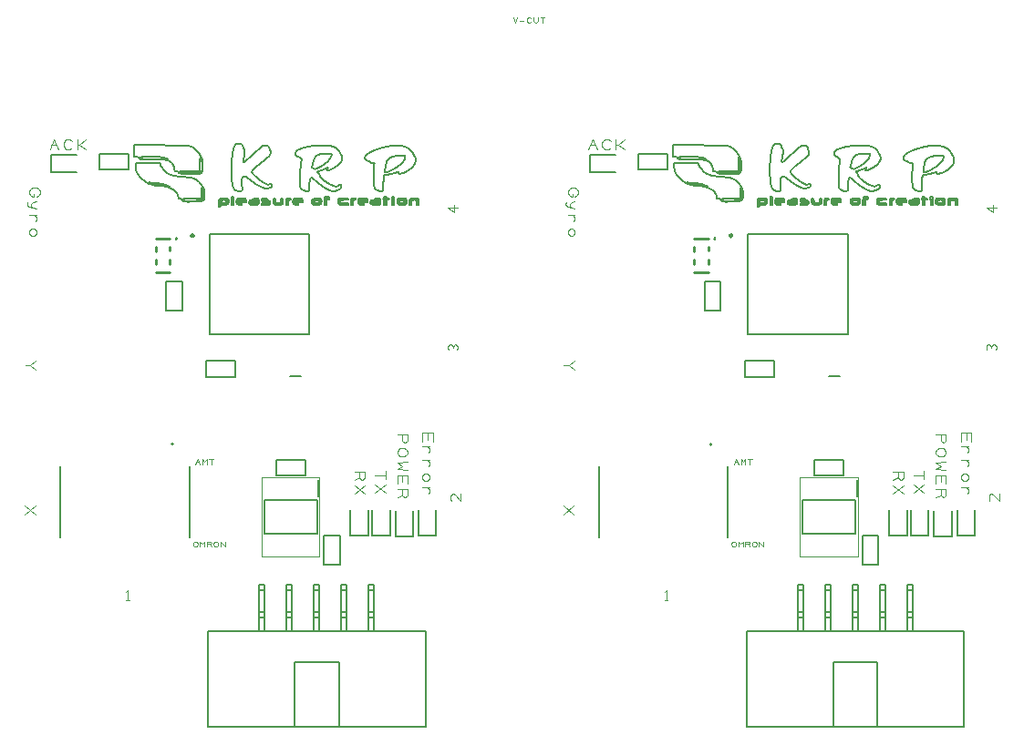
<source format=gto>
G04 EasyPC Gerber Version 21.0.3 Build 4286 *
G04 #@! TF.Part,Single*
G04 #@! TF.FileFunction,Legend,Top *
G04 #@! TF.FilePolarity,Positive *
%FSLAX45Y45*%
%MOIN*%
%ADD19C,0.00100*%
%ADD21C,0.00197*%
%ADD18C,0.00276*%
%ADD113C,0.00472*%
%ADD70C,0.00500*%
%ADD116C,0.00591*%
%ADD20C,0.00787*%
%ADD117C,0.00984*%
%ADD71C,0.01000*%
X0Y0D02*
D02*
D18*
X119181Y67220D02*
Y67845D01*
X119338Y68157*
X119494Y68313*
X119807Y68470*
X120119*
X120431Y68313*
X120588Y68157*
X120744Y67845*
Y67220*
X120588Y66907*
X120431Y66751*
X120119Y66595*
X119807*
X119494Y66751*
X119338Y66907*
X119181Y67220*
X121681Y66595D02*
Y68470D01*
X122463Y67532*
X123244Y68470*
Y66595*
X124181D02*
Y68470D01*
X125275*
X125588Y68313*
X125744Y68001*
X125588Y67689*
X125275Y67532*
X124181*
X125275D02*
X125744Y66595D01*
X126681Y67220D02*
Y67845D01*
X126838Y68157*
X126994Y68313*
X127307Y68470*
X127619*
X127931Y68313*
X128088Y68157*
X128244Y67845*
Y67220*
X128088Y66907*
X127931Y66751*
X127619Y66595*
X127307*
X126994Y66751*
X126838Y66907*
X126681Y67220*
X129181Y66595D02*
Y68470D01*
X130744Y66595*
Y68470*
X120055Y96797D02*
X120836Y98672D01*
X121618Y96797*
X120368Y97578D02*
X121305D01*
X122555Y96797D02*
Y98672D01*
X123336Y97735*
X124118Y98672*
Y96797*
X125836D02*
Y98672D01*
X125055D02*
X126618D01*
X316032Y67220D02*
Y67845D01*
X316188Y68157*
X316344Y68313*
X316657Y68470*
X316969*
X317282Y68313*
X317438Y68157*
X317594Y67845*
Y67220*
X317438Y66907*
X317282Y66751*
X316969Y66595*
X316657*
X316344Y66751*
X316188Y66907*
X316032Y67220*
X318532Y66595D02*
Y68470D01*
X319313Y67532*
X320094Y68470*
Y66595*
X321032D02*
Y68470D01*
X322126*
X322438Y68313*
X322594Y68001*
X322438Y67689*
X322126Y67532*
X321032*
X322126D02*
X322594Y66595D01*
X323532Y67220D02*
Y67845D01*
X323688Y68157*
X323844Y68313*
X324157Y68470*
X324469*
X324782Y68313*
X324938Y68157*
X325094Y67845*
Y67220*
X324938Y66907*
X324782Y66751*
X324469Y66595*
X324157*
X323844Y66751*
X323688Y66907*
X323532Y67220*
X326032Y66595D02*
Y68470D01*
X327594Y66595*
Y68470*
X316906Y96797D02*
X317687Y98672D01*
X318468Y96797*
X317218Y97578D02*
X318156D01*
X319406Y96797D02*
Y98672D01*
X320187Y97735*
X320968Y98672*
Y96797*
X322687D02*
Y98672D01*
X321906D02*
X323468D01*
D02*
D19*
X236095Y260300D02*
X236876Y258425D01*
X237658Y260300*
X238595Y259050D02*
X239845D01*
X242658Y258737D02*
X242502Y258581D01*
X242189Y258425*
X241720*
X241408Y258581*
X241252Y258737*
X241095Y259050*
Y259675*
X241252Y259987*
X241408Y260144*
X241720Y260300*
X242189*
X242502Y260144*
X242658Y259987*
X243595Y260300D02*
Y258894D01*
X243752Y258581*
X244064Y258425*
X244689*
X245002Y258581*
X245158Y258894*
Y260300*
X246876Y258425D02*
Y260300D01*
X246095D02*
X247658D01*
D02*
D70*
X85021Y204559D02*
X95683D01*
Y210496*
X85021*
Y204559*
X109224Y163686D02*
Y153025D01*
X115161*
Y163686*
X109224*
X123960Y128679D02*
X134621D01*
Y134616*
X123960*
Y128679*
X129911Y757D02*
X198809D01*
X143376Y35797D02*
Y40836D01*
Y42805D02*
Y35797D01*
Y42805D02*
Y40836D01*
X145344*
Y42805*
X143376*
Y50836D02*
Y35797D01*
Y52805D02*
Y35797D01*
Y52805D02*
Y50836D01*
X145344*
Y52805*
X143376*
X145344Y35797D02*
Y40836D01*
Y42805D02*
Y35797D01*
Y50836D02*
Y35797D01*
Y52805D02*
Y35797D01*
X149520Y92555D02*
X160181D01*
Y98492*
X149520*
Y92555*
X153376Y35797D02*
Y40836D01*
Y42805D02*
Y35797D01*
Y42805D02*
Y40836D01*
X155344*
Y42805*
X153376*
Y50836D02*
Y35797D01*
Y52805D02*
Y35797D01*
Y52805D02*
Y50836D01*
X155344*
Y52805*
X153376*
X155344Y35797D02*
Y40836D01*
Y42805D02*
Y35797D01*
Y50836D02*
Y35797D01*
Y52805D02*
Y35797D01*
X163376D02*
Y40836D01*
Y42805D02*
Y35797D01*
Y42805D02*
Y40836D01*
X165344*
Y42805*
X163376*
Y50836D02*
Y35797D01*
Y52805D02*
Y35797D01*
Y52805D02*
Y50836D01*
X165344*
Y52805*
X163376*
X165344Y35797D02*
Y40836D01*
Y42805D02*
Y35797D01*
Y52805D02*
Y35797D01*
X165344Y50836D02*
Y35797D01*
X166883Y70708D02*
Y60046D01*
X172820*
Y70708*
X166883*
X172431Y24380D02*
X156289D01*
Y757*
X124596*
Y35797*
X204124*
X204124Y757*
X172431*
Y24380*
X173376Y35797D02*
Y40836D01*
Y42805D02*
Y35797D01*
Y42805D02*
Y40836D01*
X175344*
Y42805*
X173376*
Y50836D02*
Y35797D01*
Y52805D02*
Y35797D01*
Y52805D02*
Y50836D01*
X175344*
Y52805*
X173376*
X175344Y35797D02*
Y40836D01*
Y42805D02*
Y35797D01*
Y50836D02*
Y35797D01*
Y52805D02*
Y35797D01*
X183376D02*
Y40836D01*
Y42805D02*
Y35797D01*
Y42805D02*
Y40836D01*
X185344*
Y42805*
X183376*
Y50836D02*
Y35797D01*
Y52805D02*
Y35797D01*
Y52805D02*
Y50836D01*
X185344*
Y52805*
X183376*
X185344Y35797D02*
Y40836D01*
Y42805D02*
Y35797D01*
Y50836D02*
Y35797D01*
Y52805D02*
Y35797D01*
X281872Y204559D02*
X292533D01*
Y210496*
X281872*
Y204559*
X306074Y163686D02*
Y153025D01*
X312011*
Y163686*
X306074*
X320810Y128679D02*
X331472D01*
Y134616*
X320810*
Y128679*
X326761Y757D02*
X395659D01*
X340226Y35797D02*
Y40836D01*
Y42805D02*
Y35797D01*
Y42805D02*
Y40836D01*
X342194*
Y42805*
X340226*
Y50836D02*
Y35797D01*
Y52805D02*
Y35797D01*
Y52805D02*
Y50836D01*
X342194*
Y52805*
X340226*
X342194Y35797D02*
Y40836D01*
Y42805D02*
Y35797D01*
Y50836D02*
Y35797D01*
Y52805D02*
Y35797D01*
X346370Y92555D02*
X357032D01*
Y98492*
X346370*
Y92555*
X350226Y35797D02*
Y40836D01*
Y42805D02*
Y35797D01*
Y42805D02*
Y40836D01*
X352194*
Y42805*
X350226*
Y50836D02*
Y35797D01*
Y52805D02*
Y35797D01*
Y52805D02*
Y50836D01*
X352194*
Y52805*
X350226*
X352194Y35797D02*
Y40836D01*
Y42805D02*
Y35797D01*
Y50836D02*
Y35797D01*
Y52805D02*
Y35797D01*
X360226D02*
Y40836D01*
Y42805D02*
Y35797D01*
Y42805D02*
Y40836D01*
X362194*
Y42805*
X360226*
Y50836D02*
Y35797D01*
Y52805D02*
Y35797D01*
Y52805D02*
Y50836D01*
X362195*
Y52805*
X360226*
X362194Y35797D02*
Y40836D01*
Y42805D02*
Y35797D01*
Y52805D02*
Y35797D01*
X362195Y50836D02*
Y35797D01*
X363733Y70708D02*
Y60046D01*
X369670*
Y70708*
X363733*
X369281Y24380D02*
X353139D01*
Y757*
X321447*
Y35797*
X400974*
X400974Y757*
X369281*
Y24380*
X370226Y35797D02*
Y40836D01*
Y42805D02*
Y35797D01*
Y42805D02*
Y40836D01*
X372195*
Y42805*
X370226*
Y50836D02*
Y35797D01*
Y52805D02*
Y35797D01*
Y52805D02*
Y50836D01*
X372195*
Y52805*
X370226*
X372195Y35797D02*
Y40836D01*
Y42805D02*
Y35797D01*
Y50836D02*
Y35797D01*
Y52805D02*
Y35797D01*
X380226D02*
Y40836D01*
Y42805D02*
Y35797D01*
Y42805D02*
Y40836D01*
X382195*
Y42805*
X380226*
Y50836D02*
Y35797D01*
Y52805D02*
Y35797D01*
Y52805D02*
Y50836D01*
X382195*
Y52805*
X380226*
X382195Y35797D02*
Y40836D01*
Y42805D02*
Y35797D01*
Y50836D02*
Y35797D01*
Y52805D02*
Y35797D01*
D02*
D71*
X105515Y171565D02*
Y170073D01*
Y176290D02*
Y174798D01*
Y179506D02*
X110633D01*
Y166908D02*
X105515D01*
X110633Y171565D02*
Y170073D01*
Y176384D02*
Y174892D01*
X112909Y179163D02*
G75*
G02Y179526J181D01*
G01*
X302365Y171565D02*
Y170073D01*
Y176290D02*
Y174798D01*
Y179506D02*
X307483D01*
Y166908D02*
X302365D01*
X307483Y171565D02*
Y170073D01*
Y176384D02*
Y174892D01*
X309759Y179163D02*
G75*
G02Y179526J181D01*
G01*
D02*
D20*
X70619Y69982D02*
Y95967D01*
X76653Y210027D02*
X67303D01*
Y203531*
X76653*
X111222Y104085D02*
G75*
G02X111819I298D01*
G01*
X111222D02*
G75*
G02X111819I298D01*
G01*
G75*
G02X111222I-298*
G01*
X117823Y95967D02*
Y69982D01*
X125086Y181031D02*
X161700D01*
Y144417*
X125086*
Y181031*
X154556Y129152D02*
X158689D01*
X164396Y83782D02*
Y71184D01*
X145105*
Y83782*
X164396*
X164908Y91066D02*
Y85160D01*
X176713Y80133D02*
Y70783D01*
X183209*
Y80133*
X184700Y80009D02*
Y70658D01*
X191196*
Y80009*
X193062Y79759D02*
Y70409D01*
X199558*
Y79759*
X201548Y79884D02*
Y70533D01*
X208044*
Y79884*
X267469Y69982D02*
Y95967D01*
X273504Y210027D02*
X264153D01*
Y203531*
X273504*
X308072Y104085D02*
G75*
G02X308669I298D01*
G01*
X308072D02*
G75*
G02X308669I298D01*
G01*
G75*
G02X308072I-298*
G01*
X314674Y95967D02*
Y69982D01*
X321937Y181031D02*
X358551D01*
Y144417*
X321937*
Y181031*
X351406Y129152D02*
X355540D01*
X361246Y83782D02*
Y71184D01*
X341955*
Y83782*
X361246*
X361758Y91066D02*
Y85160D01*
X373563Y80133D02*
Y70783D01*
X380059*
Y80133*
X381550Y80009D02*
Y70658D01*
X388046*
Y80009*
X389912Y79759D02*
Y70409D01*
X396408*
Y79759*
X398399Y79884D02*
Y70533D01*
X404895*
Y79884*
D02*
D21*
X165380Y92050D02*
Y62916D01*
X144120*
Y92050*
X165380*
X362231D02*
Y62916D01*
X340971*
Y92050*
X362231*
D02*
D113*
X57842Y132956D02*
X59717D01*
X61592Y134518*
X59717Y132956D02*
X61592Y131393D01*
X60902Y195731D02*
Y194793D01*
X60590*
X59965Y195106*
X59652Y195418*
X59340Y196043*
Y196668*
X59652Y197293*
X59965Y197606*
X60590Y197918*
X61840*
X62465Y197606*
X62778Y197293*
X63090Y196668*
Y196043*
X62778Y195418*
X62465Y195106*
X61840Y194793*
Y192918D02*
X60590Y192606D01*
X59965Y191981*
Y191356*
X60590Y190731*
X61840Y190418*
X60590Y190731D02*
X59340Y191043D01*
X58715Y191356*
X58402Y191981*
X58715Y192606*
X59340Y187918D02*
X61840D01*
X60902D02*
X61528Y187606D01*
X61840Y186981*
Y186356*
X61528Y185731*
X60278Y182918D02*
X59652Y182606D01*
X59340Y181981*
Y181356*
X59652Y180731*
X60278Y180418*
X60902*
X61528Y180731*
X61840Y181356*
Y181981*
X61528Y182606*
X60902Y182918*
X60278*
X61459Y78481D02*
X57709Y81607D01*
Y78481D02*
X61459Y81607D01*
X66764Y211960D02*
X68327Y215710D01*
X69889Y211960*
X67389Y213522D02*
X69264D01*
X74889Y212585D02*
X74577Y212272D01*
X73952Y211960*
X73014*
X72389Y212272*
X72077Y212585*
X71764Y213210*
Y214460*
X72077Y215085*
X72389Y215398*
X73014Y215710*
X73952*
X74577Y215398*
X74889Y215085*
X76764Y211960D02*
Y215710D01*
Y213835D02*
X77702D01*
X79889Y215710*
X77702Y213835D02*
X79889Y211960D01*
X94596Y46845D02*
X95846D01*
X95221D02*
Y50595D01*
X94596Y49970*
X178152Y94082D02*
X181902D01*
Y91894*
X181590Y91269*
X180965Y90957*
X180340Y91269*
X180028Y91894*
Y94082*
Y91894D02*
X178152Y90957D01*
Y89082D02*
X181902Y85957D01*
Y89082D02*
X178152Y85957D01*
X185641Y92769D02*
X189391D01*
Y94331D02*
Y91206D01*
X185641Y89331D02*
X189391Y86206D01*
Y89331D02*
X185641Y86206D01*
X193753Y107685D02*
X197503D01*
Y105498*
X197191Y104873*
X196565Y104560*
X195941Y104873*
X195628Y105498*
Y107685*
X195003Y102685D02*
X196253D01*
X196878Y102373*
X197191Y102060*
X197503Y101435*
Y100810*
X197191Y100185*
X196878Y99873*
X196253Y99560*
X195003*
X194378Y99873*
X194065Y100185*
X193753Y100810*
Y101435*
X194065Y102060*
X194378Y102373*
X195003Y102685*
X197503Y97685D02*
X193753Y97373D01*
X195628Y96123*
X193753Y94873*
X197503Y94560*
X193753Y92685D02*
X197503D01*
Y89560*
X195628Y90185D02*
Y92685D01*
X193753D02*
Y89560D01*
Y87685D02*
X197503D01*
Y85498*
X197191Y84873*
X196565Y84560*
X195941Y84873*
X195628Y85498*
Y87685*
Y85498D02*
X193753Y84560D01*
X203052Y108259D02*
X206802D01*
Y105134*
X204927Y105759D02*
Y108259D01*
X203052D02*
Y105134D01*
Y103259D02*
X205552D01*
X204615D02*
X205240Y102947D01*
X205552Y102322*
Y101697*
X205240Y101072*
X203052Y98259D02*
X205552D01*
X204615D02*
X205240Y97947D01*
X205552Y97322*
Y96697*
X205240Y96072*
X203990Y93259D02*
X203365Y92947D01*
X203052Y92322*
Y91697*
X203365Y91072*
X203990Y90759*
X204615*
X205240Y91072*
X205552Y91697*
Y92322*
X205240Y92947*
X204615Y93259*
X203990*
X203052Y88259D02*
X205552D01*
X204615D02*
X205240Y87947D01*
X205552Y87322*
Y86697*
X205240Y86072*
X215652Y138575D02*
X215965Y139200D01*
Y139825*
X215652Y140450*
X215027Y140762*
X214402Y140450*
X214090Y139825*
Y139200*
Y139825D02*
X213777Y140450D01*
X213152Y140762*
X212527Y140450*
X212215Y139825*
Y139200*
X212527Y138575*
X215965Y190620D02*
X212215D01*
X214715Y189057*
Y191557*
X216963Y85849D02*
Y83349D01*
X214776Y85536*
X214151Y85849*
X213526Y85536*
X213213Y84911*
Y83974*
X213526Y83349*
X254693Y132956D02*
X256568D01*
X258443Y134518*
X256568Y132956D02*
X258443Y131393D01*
X257753Y195731D02*
Y194793D01*
X257440*
X256815Y195106*
X256503Y195418*
X256190Y196043*
Y196668*
X256503Y197293*
X256815Y197606*
X257440Y197918*
X258690*
X259315Y197606*
X259628Y197293*
X259940Y196668*
Y196043*
X259628Y195418*
X259315Y195106*
X258690Y194793*
Y192918D02*
X257440Y192606D01*
X256815Y191981*
Y191356*
X257440Y190731*
X258690Y190418*
X257440Y190731D02*
X256190Y191043D01*
X255565Y191356*
X255253Y191981*
X255565Y192606*
X256190Y187918D02*
X258690D01*
X257753D02*
X258378Y187606D01*
X258690Y186981*
Y186356*
X258378Y185731*
X257128Y182918D02*
X256503Y182606D01*
X256190Y181981*
Y181356*
X256503Y180731*
X257128Y180418*
X257753*
X258378Y180731*
X258690Y181356*
Y181981*
X258378Y182606*
X257753Y182918*
X257128*
X258309Y78481D02*
X254559Y81607D01*
Y78481D02*
X258309Y81607D01*
X263615Y211960D02*
X265177Y215710D01*
X266740Y211960*
X264240Y213522D02*
X266115D01*
X271740Y212585D02*
X271427Y212272D01*
X270802Y211960*
X269865*
X269240Y212272*
X268927Y212585*
X268615Y213210*
Y214460*
X268927Y215085*
X269240Y215398*
X269865Y215710*
X270802*
X271427Y215398*
X271740Y215085*
X273615Y211960D02*
Y215710D01*
Y213835D02*
X274552D01*
X276740Y215710*
X274552Y213835D02*
X276740Y211960D01*
X291447Y46845D02*
X292697D01*
X292072D02*
Y50595D01*
X291447Y49970*
X375003Y94082D02*
X378753D01*
Y91894*
X378441Y91269*
X377815Y90957*
X377191Y91269*
X376878Y91894*
Y94082*
Y91894D02*
X375003Y90957D01*
Y89082D02*
X378753Y85957D01*
Y89082D02*
X375003Y85957D01*
X382491Y92769D02*
X386241D01*
Y94331D02*
Y91206D01*
X382491Y89331D02*
X386241Y86206D01*
Y89331D02*
X382491Y86206D01*
X390603Y107685D02*
X394353D01*
Y105498*
X394041Y104873*
X393416Y104560*
X392791Y104873*
X392478Y105498*
Y107685*
X391853Y102685D02*
X393103D01*
X393728Y102373*
X394041Y102060*
X394353Y101435*
Y100810*
X394041Y100185*
X393728Y99873*
X393103Y99560*
X391853*
X391228Y99873*
X390916Y100185*
X390603Y100810*
Y101435*
X390916Y102060*
X391228Y102373*
X391853Y102685*
X394353Y97685D02*
X390603Y97373D01*
X392478Y96123*
X390603Y94873*
X394353Y94560*
X390603Y92685D02*
X394353D01*
Y89560*
X392478Y90185D02*
Y92685D01*
X390603D02*
Y89560D01*
Y87685D02*
X394353D01*
Y85498*
X394041Y84873*
X393416Y84560*
X392791Y84873*
X392478Y85498*
Y87685*
Y85498D02*
X390603Y84560D01*
X399902Y108259D02*
X403652D01*
Y105134*
X401778Y105759D02*
Y108259D01*
X399902D02*
Y105134D01*
Y103259D02*
X402402D01*
X401465D02*
X402090Y102947D01*
X402402Y102322*
Y101697*
X402090Y101072*
X399902Y98259D02*
X402402D01*
X401465D02*
X402090Y97947D01*
X402402Y97322*
Y96697*
X402090Y96072*
X400840Y93259D02*
X400215Y92947D01*
X399902Y92322*
Y91697*
X400215Y91072*
X400840Y90759*
X401465*
X402090Y91072*
X402402Y91697*
Y92322*
X402090Y92947*
X401465Y93259*
X400840*
X399902Y88259D02*
X402402D01*
X401465D02*
X402090Y87947D01*
X402402Y87322*
Y86697*
X402090Y86072*
X412503Y138575D02*
X412815Y139200D01*
Y139825*
X412503Y140450*
X411878Y140762*
X411253Y140450*
X410940Y139825*
Y139200*
Y139825D02*
X410628Y140450D01*
X410003Y140762*
X409378Y140450*
X409065Y139825*
Y139200*
X409378Y138575*
X412815Y190620D02*
X409065D01*
X411565Y189057*
Y191557*
X413814Y85849D02*
Y83349D01*
X411626Y85536*
X411001Y85849*
X410376Y85536*
X410064Y84911*
Y83974*
X410376Y83349*
D02*
D116*
X97697Y213514D02*
Y209334D01*
X98404Y209263*
G75*
G02X98746Y209220I-768J-7585*
G01*
G75*
G02X98966Y209171I-214J-1459*
G01*
G75*
G02X99103Y209109I-175J-571*
G01*
G75*
G02X99169Y209028I-82J-133*
G01*
G75*
G03X99295Y208787I881J310*
G01*
G75*
G03X99487Y208589I796J581*
G01*
G75*
G03X99718Y208459I560J719*
G01*
G75*
G03X99958Y208414I241J622*
G01*
G75*
G02X100088Y208406I-1J-1146*
G01*
G75*
G02X100207Y208384I-99J-870*
G01*
G75*
G02X100302Y208352I-167J-651*
G01*
G75*
G02X100347Y208314I-38J-91*
G01*
G75*
G03X100429Y208267I85J52*
G01*
G75*
G03X101552Y208239I7604J291089*
G01*
G75*
G03X102956Y208220I1951J89069*
G01*
G75*
G03X104883Y208214I1909J308554*
G01*
G75*
G02X107346Y208209I-17J-600317*
G01*
G75*
G02X108574Y208187I-193J-44979*
G01*
G75*
G02X109327Y208150I-721J-22836*
G01*
G75*
G02X109552Y208067I-26J-417*
G01*
G75*
G03X109637Y208010I519J683*
G01*
G75*
G03X109731Y207962I495J851*
G01*
G75*
G03X109820Y207928I353J784*
G01*
G75*
G03X109887Y207917I72J227*
G01*
G75*
G02X110193Y207846I-18J-774*
G01*
G75*
G02X110651Y207606I-2131J-4631*
G01*
G75*
G02X111094Y207312I-2529J-4288*
G01*
G75*
G02X111374Y207040I-882J-1185*
G01*
G75*
G02X111777Y206425I-3333J-2623*
G01*
G75*
G02X112106Y205698I-5148J-2766*
G01*
G75*
G02X112324Y204955I-5215J-1940*
G01*
G75*
G02X112397Y204293I-3004J-664*
G01*
Y203914*
X112903*
G75*
G02X113269Y203892I-2J-3084*
G01*
G75*
G02X113552Y203824I-148J-1243*
G01*
G75*
G02X113734Y203719I-214J-581*
G01*
G75*
G02X113798Y203585I-113J-135*
G01*
G75*
G03X113823Y203526I84J1*
G01*
G75*
G03X113921Y203441I750J765*
G01*
G75*
G03X114056Y203349I826J1076*
G01*
G75*
G03X114216Y203264I1052J1775*
G01*
G75*
G03X114580Y203149I588J1226*
G01*
G75*
G03X115095Y203093I742J4433*
G01*
G75*
G03X115994Y203069I981J19589*
G01*
G75*
G03X118194Y203064I2187J506315*
G01*
G75*
G03X120309Y203069I20J464200*
G01*
G75*
G03X121231Y203092I-100J22243*
G01*
G75*
G03X121754Y203139I-278J5987*
G01*
G75*
G03X122025Y203240I-87J648*
G01*
G75*
G03X122345Y203518I-865J1319*
G01*
G75*
G03X122528Y203838I-686J604*
G01*
G75*
G03X122624Y204322I-1993J650*
G01*
G75*
G03X122677Y205239I-21256J1683*
G01*
G75*
G03X122681Y206559I-20001J720*
G01*
G75*
G03X122584Y207632I-8926J-265*
G01*
G75*
G03X122378Y208541I-6407J-973*
G01*
G75*
G03X122052Y209359I-4946J-1500*
G01*
G75*
G03X121419Y210406I-7011J-3519*
G01*
G75*
G03X120587Y211426I-8493J-6082*
G01*
G75*
G03X119677Y212289I-7101J-6578*
G01*
G75*
G03X118810Y212857I-2923J-3515*
G01*
G75*
G03X117731Y213255I-2296J-4557*
G01*
G75*
G03X116512Y213438I-1600J-6520*
G01*
G75*
G03X114363Y213502I-2257J-39815*
G01*
G75*
G03X107272Y213512I-7553J-2673193*
G01*
X97697Y213514*
X98120Y205889D02*
G75*
G03X98156Y205326I13926J604D01*
G01*
G75*
G03X98212Y204861I6617J561*
G01*
G75*
G03X98292Y204453I5056J783*
G01*
G75*
G03X98404Y204064I4457J1071*
G01*
G75*
G03X98715Y203340I4546J1528*
G01*
G75*
G03X99172Y202593I6462J3434*
G01*
G75*
G03X99718Y201900I6068J4223*
G01*
G75*
G03X100298Y201344I3820J3402*
G01*
G75*
G02X100588Y201106I-243152J-296990*
G01*
G75*
G02X100925Y200830I-440327J-537130*
G01*
G75*
G02X101255Y200558I-431559J-525222*
G01*
G75*
G02X101522Y200338I-185301J-225352*
G01*
G75*
G03X101752Y200154I7753J9402*
G01*
G75*
G03X101965Y199991I5168J6578*
G01*
G75*
G03X102147Y199861I5536J7558*
G01*
G75*
G03X102222Y199824I159J227*
G01*
G75*
G02X102287Y199798I-121J-383*
G01*
G75*
G02X102388Y199742I-1234J-2370*
G01*
G75*
G02X102501Y199673I-1514J-2610*
G01*
G75*
G02X102612Y199599I-1659J-2609*
G01*
G75*
G03X102729Y199528I621J889*
G01*
G75*
G03X102859Y199468I624J1183*
G01*
G75*
G03X102984Y199426I437J1100*
G01*
G75*
G03X103081Y199414I96J356*
G01*
G75*
G02X103164Y199406I0J-464*
G01*
G75*
G02X103243Y199384I-81J-449*
G01*
G75*
G02X103308Y199352I-130J-344*
G01*
G75*
G02X103347Y199314I-62J-102*
G01*
G75*
G03X103387Y199275I94J57*
G01*
G75*
G03X103460Y199243I211J381*
G01*
G75*
G03X103551Y199221I176J528*
G01*
G75*
G03X103647Y199214I94J619*
G01*
G75*
G02X103743Y199206I-1J-624*
G01*
G75*
G02X103833Y199184I-86J-550*
G01*
G75*
G02X103906Y199152I-138J-413*
G01*
G75*
G02X103947Y199114I-53J-96*
G01*
G75*
G03X103992Y199075I83J50*
G01*
G75*
G03X104090Y199043I269J659*
G01*
G75*
G03X104213Y199021I224J894*
G01*
G75*
G03X104347Y199014I132J1221*
G01*
G75*
G02X104481Y199006I-1J-1225*
G01*
G75*
G02X104604Y198984I-101J-917*
G01*
G75*
G02X104701Y198952I-172J-691*
G01*
G75*
G02X104747Y198914I-37J-90*
G01*
G75*
G03X104807Y198874I73J44*
G01*
G75*
G03X105051Y198843I852J5725*
G01*
G75*
G03X105352Y198821I501J4776*
G01*
G75*
G03X105697Y198814I341J8198*
G01*
G75*
G02X106041Y198806I-6J-8196*
G01*
G75*
G02X106342Y198784I-200J-4798*
G01*
G75*
G02X106587Y198753I-608J-5756*
G01*
G75*
G02X106647Y198714I-12J-85*
G01*
G75*
G03X106707Y198674I73J44*
G01*
G75*
G03X106951Y198643I852J5725*
G01*
G75*
G03X107252Y198621I501J4776*
G01*
G75*
G03X107597Y198614I341J8198*
G01*
G75*
G02X107941Y198606I-6J-8196*
G01*
G75*
G02X108242Y198584I-200J-4798*
G01*
G75*
G02X108487Y198553I-608J-5756*
G01*
G75*
G02X108547Y198514I-12J-85*
G01*
G75*
G03X108592Y198475I83J50*
G01*
G75*
G03X108690Y198443I269J659*
G01*
G75*
G03X108813Y198421I224J894*
G01*
G75*
G03X108947Y198414I132J1221*
G01*
G75*
G02X109081Y198406I-1J-1225*
G01*
G75*
G02X109204Y198384I-101J-917*
G01*
G75*
G02X109301Y198352I-172J-691*
G01*
G75*
G02X109347Y198314I-37J-90*
G01*
G75*
G03X109387Y198275I95J58*
G01*
G75*
G03X109458Y198243I208J367*
G01*
G75*
G03X109547Y198221I174J511*
G01*
G75*
G03X109640Y198214I91J583*
G01*
G75*
G02X109880Y198180I-1J-884*
G01*
G75*
G02X110217Y198069I-1054J-3745*
G01*
G75*
G02X110685Y197872I-2900J-7565*
G01*
G75*
G02X111376Y197548I-16230J-35467*
G01*
G75*
G02X112286Y196977I-2080J-4325*
G01*
G75*
G02X113023Y196228I-2739J-3435*
G01*
G75*
G02X113532Y195364I-3153J-2438*
G01*
G75*
G02X113769Y194452I-2868J-1232*
G01*
X113825Y193914*
X114341*
G75*
G02X114662Y193901I-2J-4126*
G01*
G75*
G02X114829Y193852I-33J-426*
G01*
G75*
G02X114966Y193740I-210J-396*
G01*
G75*
G02X115168Y193474I-3663J-2988*
G01*
G75*
G03X115370Y193215I2731J1922*
G01*
G75*
G03X115534Y193081I461J400*
G01*
G75*
G03X115750Y192998I403J718*
G01*
G75*
G03X116174Y192911I1912J8236*
G01*
G75*
G03X116777Y192843I812J4541*
G01*
G75*
G03X117550Y192833I539J11968*
G01*
G75*
G03X118728Y192877I-648J33686*
G01*
G75*
G03X120897Y193002I-18190J334956*
G01*
G75*
G03X121904Y193076I-2365J38850*
G01*
G75*
G03X122435Y193162I-319J3658*
G01*
G75*
G03X122775Y193295I-303J1274*
G01*
G75*
G03X123047Y193513I-529J940*
G01*
G75*
G03X123158Y193702I-404J364*
G01*
G75*
G03X123215Y193966I-1130J383*
G01*
G75*
G03X123239Y194418I-4848J484*
G01*
G75*
G03X123241Y195449I-99493J744*
G01*
G75*
G03X123231Y196557I-93904J-314*
G01*
G75*
G03X123197Y197026I-4101J-61*
G01*
G75*
G03X123113Y197374I-1670J-218*
G01*
G75*
G03X122933Y197814I-4809J-1713*
G01*
G75*
G03X122805Y198072I-5520J-2569*
G01*
G75*
G03X122670Y198313I-4474J-2346*
G01*
G75*
G03X122546Y198510I-3912J-2335*
G01*
G75*
G03X122463Y198601I-349J-234*
G01*
G75*
G02X122400Y198660I474J576*
G01*
G75*
G02X122346Y198724I463J444*
G01*
G75*
G02X122307Y198784I412J305*
G01*
G75*
G02X122297Y198827I80J43*
G01*
G75*
G03X122232Y199010I-292*
G01*
G75*
G03X121782Y199553I-19390J-15613*
G01*
G75*
G03X121306Y200083I-10253J-8738*
G01*
G75*
G03X120913Y200450I-3222J-3057*
G01*
G75*
G03X119974Y201080I-3604J-4360*
G01*
G75*
G03X118938Y201502I-2546J-4764*
G01*
G75*
G03X117644Y201765I-2246J-7724*
G01*
G75*
G03X115885Y201912I-2972J-24931*
G01*
G75*
G02X114551Y202013I1201J24689*
G01*
G75*
G02X113150Y202190I3128J30418*
G01*
G75*
G02X111913Y202402I4411J29444*
G01*
G75*
G02X111247Y202607I617J3183*
G01*
G75*
G03X111146Y202649I-1487J-3481*
G01*
G75*
G03X111003Y202705I-5404J-13543*
G01*
G75*
G03X110845Y202765I-5756J-15008*
G01*
G75*
G03X110697Y202819I-4366J-11784*
G01*
G75*
G02X109937Y203159I1824J5090*
G01*
G75*
G02X109228Y203616I2706J4978*
G01*
G75*
G02X108657Y204123I2901J3841*
G01*
G75*
G02X108321Y204614I1313J1259*
G01*
G75*
G03X108229Y204776I-1068J-500*
G01*
G75*
G03X108082Y204978I-3080J-2081*
G01*
G75*
G03X107909Y205185I-3207J-2506*
G01*
G75*
G03X107736Y205364I-2239J-1991*
G01*
G75*
G02X107509Y205602I2327J2450*
G01*
G75*
G02X107370Y205805I824J715*
G01*
G75*
G02X107275Y206041I1048J557*
G01*
G75*
G02X107193Y206389I4311J1203*
G01*
X107070Y207014*
X98072*
X98120Y205889*
X104997Y199718D02*
G75*
G02X106269Y199614I-1913J-31378D01*
G01*
G75*
G02X107307Y199470I-1456J-14298*
G01*
G75*
G02X108218Y199270I-1918J-10890*
G01*
G75*
G02X109097Y198995I-2692J-10150*
G01*
G75*
G02X109709Y198750I-3294J-9128*
G01*
G75*
G02X110308Y198462I-4011J-9107*
G01*
G75*
G02X110523Y198312I-477J-913*
G01*
G75*
G02X110497Y198264I-19J-21*
G01*
G75*
G03X110381Y198294I-1161J-4252*
G01*
G75*
G03X110239Y198328I-2335J-9485*
G01*
G75*
G03X110094Y198359I-2212J-9678*
G01*
G75*
G03X109970Y198385I-1117J-5178*
G01*
G75*
G02X109861Y198411I209J1110*
G01*
G75*
G02X109759Y198447I264J896*
G01*
G75*
G02X109678Y198487I296J700*
G01*
G75*
G02X109639Y198525I55J96*
G01*
G75*
G03X109598Y198559I-70J-43*
G01*
G75*
G03X109502Y198587I-265J-730*
G01*
G75*
G03X109380Y198607I-219J-963*
G01*
G75*
G03X109247Y198614I-136J-1371*
G01*
G75*
G02X109113Y198621I-2J1228*
G01*
G75*
G02X108990Y198643I101J917*
G01*
G75*
G02X108892Y198675I172J691*
G01*
G75*
G02X108847Y198714I37J89*
G01*
G75*
G03X108787Y198753I-72J-45*
G01*
G75*
G03X108542Y198784I-852J-5725*
G01*
G75*
G03X108241Y198806I-501J-4776*
G01*
G75*
G03X107897Y198814I-350J-8188*
G01*
G75*
G02X107552Y198821I-4J8205*
G01*
G75*
G02X107251Y198843I200J4798*
G01*
G75*
G02X107007Y198874I608J5756*
G01*
G75*
G02X106947Y198914I13J84*
G01*
G75*
G03X106887Y198953I-72J-45*
G01*
G75*
G03X106642Y198984I-852J-5725*
G01*
G75*
G03X106341Y199006I-501J-4776*
G01*
G75*
G03X105997Y199014I-350J-8188*
G01*
G75*
G02X105652Y199021I-4J8205*
G01*
G75*
G02X105351Y199043I200J4798*
G01*
G75*
G02X105107Y199074I608J5756*
G01*
G75*
G02X105047Y199114I13J84*
G01*
G75*
G03X105001Y199152I-82J-51*
G01*
G75*
G03X104904Y199184I-269J-659*
G01*
G75*
G03X104781Y199206I-224J-894*
G01*
G75*
G03X104647Y199214I-135J-1218*
G01*
G75*
G02X104513Y199221I-2J1228*
G01*
G75*
G02X104390Y199243I101J917*
G01*
G75*
G02X104292Y199275I172J691*
G01*
G75*
G02X104247Y199314I37J89*
G01*
G75*
G03X104206Y199352I-93J-58*
G01*
G75*
G03X104133Y199384I-211J-381*
G01*
G75*
G03X104043Y199406I-176J-528*
G01*
G75*
G03X103947Y199414I-96J-616*
G01*
G75*
G02X103851Y199421I-2J626*
G01*
G75*
G02X103760Y199443I86J550*
G01*
G75*
G02X103687Y199475I138J413*
G01*
G75*
G02X103647Y199514I54J96*
G01*
G75*
G03X103607Y199552I-94J-59*
G01*
G75*
G03X103535Y199584I-208J-367*
G01*
G75*
G03X103446Y199606I-174J-509*
G01*
G75*
G03X103353Y199614I-94J-585*
G01*
G75*
G02X103254Y199626J406*
G01*
G75*
G02X103149Y199662I152J613*
G01*
G75*
G02X103054Y199716I253J559*
G01*
G75*
G02X102984Y199780I191J280*
G01*
G75*
G02X102910Y199876I1143J945*
G01*
G75*
G02X102917Y199908I19J13*
G01*
G75*
G02X102965Y199917I35J-57*
G01*
G75*
G02X103147Y199879I-1269J-6579*
G01*
G75*
G03X103339Y199848I351J1578*
G01*
G75*
G03X103814Y199804I4100J41574*
G01*
G75*
G03X104381Y199759I3394J38952*
G01*
G75*
G03X104997Y199718I3924J53841*
G01*
X108251Y209059D02*
G75*
G02X108705Y208919I-1367J-5253D01*
G01*
G75*
G02X109274Y208704I-4825J-13590*
G01*
G75*
G02X109848Y208467I-17222J-42635*
G01*
G75*
G02X109897Y208394I-31J-73*
G01*
G75*
G02X109835Y208333I-62*
G01*
G75*
G02X105307Y208393I159934J12355036*
G01*
G75*
G02X100803Y208454I115047J8601165*
G01*
G75*
G02X100653Y208517I3J217*
G01*
G75*
G03X100596Y208555I-117J-116*
G01*
G75*
G03X100497Y208585I-288J-750*
G01*
G75*
G03X100380Y208607I-233J-951*
G01*
G75*
G03X100258Y208614I-121J-1036*
G01*
G75*
G02X100032Y208659I-1J578*
G01*
G75*
G02X99773Y208801I594J1396*
G01*
G75*
G02X99559Y208978I808J1190*
G01*
G75*
G02X99497Y209131I154J152*
G01*
G75*
G02X99530Y209165I33*
G01*
G75*
G02X100695Y209189I15784J-725747*
G01*
G75*
G02X102011Y209207I2091J-104177*
G01*
G75*
G02X103576Y209214I1614J-206495*
G01*
G75*
G02X105765Y209207I-55J-399426*
G01*
G75*
G02X106988Y209184I-244J-44353*
G01*
G75*
G02X107768Y209140I-553J-16843*
G01*
G75*
G02X108251Y209059I-222J-2799*
G01*
X122064Y208637D02*
G75*
G02X122263Y208038I-2580J-1187D01*
G01*
G75*
G02X122404Y207183I-9544J-2017*
G01*
G75*
G02X122479Y206216I-11379J-1367*
G01*
G75*
G02X122471Y205250I-11248J-396*
G01*
G75*
G02X122411Y204512I-12272J630*
G01*
G75*
G02X122306Y204092I-1600J179*
G01*
G75*
G02X122110Y203784I-917J367*
G01*
G75*
G02X121758Y203470I-1951J1827*
G01*
G75*
G02X121491Y203349I-407J546*
G01*
G75*
G02X121065Y203292I-594J2830*
G01*
G75*
G02X120285Y203268I-837J14488*
G01*
G75*
G02X118208Y203264I-2064J491785*
G01*
G75*
G02X116198Y203269I-42J409888*
G01*
G75*
G02X115358Y203293I84J17069*
G01*
G75*
G02X114871Y203350I219J4033*
G01*
G75*
G02X114517Y203464I241J1356*
G01*
G75*
G02X114280Y203689I229J479*
G01*
G75*
G02X114359Y203846I94J51*
G01*
G75*
G02X115185Y203910I912J-6468*
G01*
G75*
G02X117872Y203937I5600J-414956*
G01*
X121647Y203964*
X121673Y206539*
G75*
G02X121689Y207526I92599J-983*
G01*
G75*
G02X121714Y208357I46674J-978*
G01*
G75*
G02X121743Y209083I228811J-8932*
G01*
G75*
G02X121773Y209112I30J-1*
G01*
G75*
G02X121811Y209091I-1J-48*
G01*
G75*
G02X121889Y208972I-2284J-1570*
G01*
G75*
G02X121976Y208818I-2111J-1292*
G01*
G75*
G02X122064Y208637I-3787J-1965*
G01*
X122801Y197440D02*
G75*
G02X122925Y197120I-2039J-976D01*
G01*
G75*
G02X122992Y196800I-1820J-549*
G01*
G75*
G02X123025Y196348I-4595J-559*
G01*
G75*
G02X123037Y195497I-49678J-1161*
G01*
G75*
G02X123038Y194555I-83949J-541*
G01*
G75*
G02X123012Y194190I-2750J16*
G01*
G75*
G02X122941Y193967I-687J94*
G01*
G75*
G02X122797Y193763I-811J419*
G01*
G75*
G02X122410Y193474I-996J932*
G01*
G75*
G02X121929Y193322I-720J1443*
G01*
G75*
G02X121040Y193228I-1521J10127*
G01*
G75*
G02X118047Y193050I-44613J723555*
G01*
G75*
G02X117216Y193035I-590J10197*
G01*
G75*
G02X116514Y193099I126J5318*
G01*
G75*
G02X115967Y193230I552J3504*
G01*
G75*
G02X115628Y193431I281J859*
G01*
G75*
G02X115520Y193687I235J250*
G01*
G75*
G02X115662Y193851I169J-3*
G01*
G75*
G02X116360Y193911I766J-4832*
G01*
G75*
G02X118822Y193937I5564J-398372*
G01*
X122247Y193964*
X122304Y195964*
G75*
G02X122328Y196733I247509J-7219*
G01*
G75*
G02X122350Y197385I128899J-4107*
G01*
G75*
G02X122372Y197968I1076944J-39730*
G01*
G75*
G02X122379Y197994I59J-2*
G01*
G75*
G02X122437Y198006I34J-19*
G01*
G75*
G02X122533Y197910I-311J-407*
G01*
G75*
G02X122657Y197719I-1237J-939*
G01*
G75*
G02X122801Y197440I-4746J-2613*
G01*
X128837Y193904D02*
G75*
G03X128735Y193736I386J-349D01*
G01*
G75*
G03X128680Y193511I950J-356*
G01*
G75*
G03X128653Y193146I3270J-423*
G01*
G75*
G03X128647Y192428I41018J-696*
G01*
Y191164*
X128992*
G75*
G03X129176Y191174I1J1643*
G01*
G75*
G03X129283Y191211I-29J257*
G01*
G75*
G03X129350Y191285I-95J152*
G01*
G75*
G03X129396Y191414I-545J269*
G01*
G75*
G02X129470Y191559I331J-77*
G01*
G75*
G02X129598Y191637I188J-163*
G01*
G75*
G02X129855Y191676I335J-1331*
G01*
G75*
G02X130585Y191714I3188J-55081*
G01*
G75*
G03X131497Y191786I-579J13140*
G01*
G75*
G03X131873Y191946I-81J712*
G01*
G75*
G03X132050Y192267I-320J387*
G01*
G75*
G03X132097Y192967I-5266J701*
G01*
G75*
G03X132089Y193404I-12267J-3*
G01*
G75*
G03X132056Y193617I-911J-33*
G01*
G75*
G03X131980Y193763I-384J-107*
G01*
G75*
G03X131833Y193906I-733J-602*
G01*
G75*
G03X131637Y194019I-478J-609*
G01*
G75*
G03X131403Y194079I-369J-942*
G01*
G75*
G03X131037Y194107I-422J-3117*
G01*
G75*
G03X130299Y194114I-753J-42333*
G01*
G75*
G03X129539Y194108I8J-49954*
G01*
G75*
G03X129197Y194081I42J-2688*
G01*
G75*
G03X128993Y194019I101J-704*
G01*
G75*
G03X128837Y193904I214J-452*
G01*
X129317Y193628D02*
G75*
G03X129259Y193553I75J-118D01*
G01*
G75*
G03X129225Y193402I805J-260*
G01*
G75*
G03X129210Y193177I1757J-230*
G01*
G75*
G03X129217Y192855I7191J-12*
G01*
X129247Y192164*
X130222Y192135*
G75*
G03X131049Y192132I476J16259*
G01*
G75*
G03X131387Y192223I-16J730*
G01*
G75*
G03X131548Y192441I-159J286*
G01*
G75*
G03X131597Y192897I-2135J457*
G01*
G75*
G03X131588Y193127I-2999J-4*
G01*
G75*
G03X131561Y193339I-2274J-174*
G01*
G75*
G03X131523Y193513I-1913J-330*
G01*
G75*
G03X131477Y193594I-174J-46*
G01*
G75*
G03X131267Y193686I-224J-224*
G01*
G75*
G03X130423Y193712I-1298J-28021*
G01*
G75*
G03X129590Y193711I-373J-23146*
G01*
G75*
G03X129317Y193628I11J-531*
G01*
X131214Y193348D02*
G75*
G02X131356Y193142I-362J-400D01*
G01*
G75*
G02X131394Y192887I-564J-217*
G01*
G75*
G02X131323Y192641I-589J38*
G01*
G75*
G02X131157Y192461I-442J242*
G01*
G75*
G02X131004Y192389I-330J503*
G01*
G75*
G02X130806Y192346I-354J1152*
G01*
G75*
G02X130544Y192328I-280J2147*
G01*
G75*
G02X130182Y192334I-67J7472*
G01*
X129447Y192364*
X129415Y192810*
G75*
G02X129436Y193173I1414J101*
G01*
G75*
G02X129567Y193380I326J-61*
G01*
G75*
G02X129843Y193486I335J-459*
G01*
G75*
G02X130383Y193514I540J-5279*
G01*
G75*
G02X130694Y193504I-7J-5332*
G01*
G75*
G02X130923Y193475I-96J-1669*
G01*
G75*
G02X131093Y193424I-183J-919*
G01*
G75*
G02X131214Y193348I-156J-381*
G01*
X131325Y193822D02*
G75*
G02X131596Y193681I-479J-1256D01*
G01*
G75*
G02X131770Y193504I-339J-506*
G01*
G75*
G02X131865Y193263I-564J-361*
G01*
G75*
G02X131893Y192931I-1755J-319*
G01*
G75*
G02X131805Y192420I-1581J11*
G01*
G75*
G02X131554Y192113I-548J192*
G01*
G75*
G02X131073Y191956I-591J990*
G01*
G75*
G02X130188Y191914I-881J9289*
G01*
G75*
G03X129615Y191908I5J-30328*
G01*
G75*
G03X129400Y191879I18J-925*
G01*
G75*
G03X129281Y191804I58J-224*
G01*
G75*
G03X129194Y191656I391J-331*
G01*
G75*
G02X129147Y191560I-549J209*
G01*
G75*
G02X129088Y191485I-320J193*
G01*
G75*
G02X129026Y191443I-161J166*
G01*
G75*
G02X128971Y191439I-31J67*
G01*
G75*
G02X128912Y191503I29J85*
G01*
G75*
G02X128876Y191698I1576J394*
G01*
G75*
G02X128853Y191994I3134J391*
G01*
G75*
G02X128847Y192440I15096J436*
G01*
G75*
G02X128854Y193010I22907J1*
G01*
G75*
G02X128885Y193288I1629J-39*
G01*
G75*
G02X128955Y193476I606J-121*
G01*
G75*
G02X129089Y193656I840J-484*
G01*
G75*
G02X129258Y193800I740J-698*
G01*
G75*
G02X129428Y193874I283J-415*
G01*
G75*
G02X129679Y193906I285J-1241*
G01*
G75*
G02X130207Y193914I538J-19326*
G01*
G75*
G02X130561Y193907I-10J-9284*
G01*
G75*
G02X130897Y193887I-290J-7699*
G01*
G75*
G02X131181Y193857I-579J-7023*
G01*
G75*
G02X131325Y193822I-74J-613*
G01*
X133243Y194590D02*
G75*
G03X133223Y194490I282J-109D01*
G01*
G75*
G03X133214Y194098I32430J-913*
G01*
G75*
G03X133212Y193634I21123J-340*
G01*
G75*
G03X133219Y193109I34432J176*
G01*
X133247Y191764*
X133947*
Y194664*
X133621Y194695*
G75*
G03X133480Y194700I-108J-1105*
G01*
G75*
G03X133367Y194682I16J-476*
G01*
G75*
G03X133287Y194645I73J-262*
G01*
G75*
G03X133243Y194590I67J-98*
G01*
X133747Y193205D02*
G75*
G02X133741Y192588I-35527J9D01*
G01*
G75*
G02X133719Y192279I-2741J47*
G01*
G75*
G02X133674Y192115I-637J84*
G01*
G75*
G02X133597Y192064I-78J32*
G01*
G75*
G02X133519Y192113J86*
G01*
G75*
G02X133470Y192267I543J255*
G01*
G75*
G02X133439Y192555I2351J403*
G01*
G75*
G02X133418Y193107I26658J1285*
G01*
G75*
G02X133407Y193833I30466J842*
G01*
G75*
G02X133434Y194191I2228J8*
G01*
G75*
G02X133505Y194353I352J-56*
G01*
G75*
G02X133622Y194389I83J-65*
G01*
G75*
G02X133682Y194321I-29J-87*
G01*
G75*
G02X133718Y194095I-2168J-459*
G01*
G75*
G02X133741Y193747I-4229J-448*
G01*
G75*
G02X133747Y193205I-23333J-542*
G01*
X135041Y214018D02*
G75*
G03X134767Y213839I321J-794D01*
G01*
G75*
G03X134473Y213506I1939J-2004*
G01*
G75*
G03X134216Y213100I2495J-1863*
G01*
G75*
G03X134048Y212690I1979J-1050*
G01*
G75*
G03X133537Y210368I15582J-4646*
G01*
G75*
G03X133215Y207364I41298J-5958*
G01*
G75*
G03X133102Y204191I44498J-3162*
G01*
G75*
G03X133240Y201314I30260J7*
G01*
G75*
G03X133378Y200071I42055J4033*
G01*
G75*
G03X133527Y199146I13474J1695*
G01*
G75*
G03X133703Y198427I7993J1573*
G01*
G75*
G03X133924Y197836I4123J1205*
G01*
G75*
G03X134114Y197505I1938J895*
G01*
G75*
G03X134348Y197242I1259J882*
G01*
G75*
G03X134599Y197071I763J852*
G01*
G75*
G03X134843Y197014I244J487*
G01*
G75*
G02X134943Y196996J-296*
G01*
G75*
G02X135067Y196940I-297J-818*
G01*
G75*
G02X135191Y196859I-485J-877*
G01*
G75*
G02X135297Y196764I-522J-689*
G01*
G75*
G03X135444Y196634I741J693*
G01*
G75*
G03X135593Y196560I304J424*
G01*
G75*
G03X135787Y196524I249J798*
G01*
G75*
G03X136097Y196514I304J4685*
G01*
G75*
G03X136608Y196568J2432*
G01*
G75*
G03X136901Y196743I-111J520*
G01*
G75*
G03X137054Y197081I-507J432*
G01*
G75*
G03X137097Y197689I-4254J609*
G01*
G75*
G03X137089Y197967I-5305J-4*
G01*
G75*
G03X137067Y198211I-3219J-168*
G01*
G75*
G03X137036Y198406I-3293J-423*
G01*
G75*
G03X136997Y198464I-85J-16*
G01*
G75*
G02X136883Y198667I126J204*
G01*
G75*
G02X136892Y199833I50890J188*
G01*
G75*
G02X136935Y200954I28845J-554*
G01*
G75*
G02X137053Y201396I1136J-66*
G01*
G75*
G02X137398Y201866I1538J-768*
G01*
G75*
G02X137828Y202087I582J-604*
G01*
G75*
G02X138323Y202040I166J-893*
G01*
G75*
G02X138863Y201731I-763J-1959*
G01*
G75*
G03X139887Y200931I81718J103483*
G01*
G75*
G03X140788Y200244I46543J60161*
G01*
G75*
G03X141589Y199646I172811J230375*
G01*
G75*
G03X141686Y199614I96J130*
G01*
G75*
G02X141727Y199604I-1J-91*
G01*
G75*
G02X141783Y199570I-202J-398*
G01*
G75*
G02X141842Y199522I-319J-456*
G01*
G75*
G02X141895Y199466I-422J-449*
G01*
G75*
G03X142027Y199342I560J463*
G01*
G75*
G03X142226Y199214I1215J1677*
G01*
G75*
G03X142602Y199011I5613J9930*
G01*
G75*
G03X143715Y198438I241887J468609*
G01*
G75*
G03X144187Y198204I8817J17175*
G01*
G75*
G03X144639Y197996I6650J13874*
G01*
G75*
G03X145025Y197833I5891J13386*
G01*
G75*
G03X145221Y197775I386J946*
G01*
G75*
G03X145410Y197756I201J1078*
G01*
G75*
G03X145735Y197758I111J8470*
G01*
G75*
G03X146111Y197776I-250J9520*
G01*
G75*
G03X146493Y197808I-669J10183*
G01*
G75*
G03X147020Y197871I-1672J16119*
G01*
G75*
G03X147313Y197935I-257J1875*
G01*
G75*
G03X147519Y198028I-252J832*
G01*
G75*
G03X147711Y198178I-616J994*
G01*
G75*
G03X147841Y198321I-929J968*
G01*
G75*
G03X147929Y198464I-603J472*
G01*
G75*
G03X147980Y198614I-606J287*
G01*
G75*
G03X147997Y198779I-787J166*
G01*
G75*
G03X147941Y199063I-744*
G01*
G75*
G03X147782Y199230I-296J-122*
G01*
G75*
G03X147511Y199277I-222J-465*
G01*
G75*
G03X147110Y199202I218J-2257*
G01*
G75*
G02X146918Y199154I-857J3015*
G01*
G75*
G02X146724Y199118I-652J3020*
G01*
G75*
G02X146554Y199098I-400J2658*
G01*
G75*
G02X146447Y199102I-39J440*
G01*
G75*
G02X146129Y199196I197J1244*
G01*
G75*
G02X145539Y199475I6409J14342*
G01*
G75*
G02X144926Y199799I6229J12519*
G01*
G75*
G02X144447Y200097I3037J5411*
G01*
G75*
G02X143313Y200945I10113J14699*
G01*
G75*
G02X142124Y201970I16989J20935*
G01*
G75*
G02X141093Y202956I20836J22807*
G01*
G75*
G02X140732Y203490I1205J1203*
G01*
G75*
G02X140662Y203683I1735J740*
G01*
G75*
G02X140646Y203817I371J113*
G01*
G75*
G02X140677Y203953I417J-23*
G01*
G75*
G02X140770Y204151I2166J-895*
G01*
G75*
G02X141014Y204489I1322J-698*
G01*
G75*
G02X141764Y205252I32167J-30869*
G01*
G75*
G02X142569Y206042I66460J-66914*
G01*
G75*
G02X142746Y206114I178J-183*
G01*
G75*
G03X142792Y206128J83*
G01*
G75*
G03X142934Y206224I-3746J5679*
G01*
G75*
G03X143100Y206345I-2857J4089*
G01*
G75*
G03X143283Y206489I-4956J6502*
G01*
G75*
G02X143473Y206639I10356J-12837*
G01*
G75*
G02X143659Y206783I8960J-11426*
G01*
G75*
G02X143820Y206903I8043J-10618*
G01*
G75*
G02X143910Y206964I792J-1073*
G01*
G75*
G03X144016Y207040I-471J769*
G01*
G75*
G03X144341Y207313I-37254J44552*
G01*
G75*
G03X144724Y207643I-27996J32972*
G01*
G75*
G03X145147Y208014I-43737J50333*
G01*
G75*
G02X145571Y208382I24286J-27491*
G01*
G75*
G02X145954Y208704I15023J-17525*
G01*
G75*
G02X146281Y208968I20731J-25271*
G01*
G75*
G02X146384Y209028I254J-318*
G01*
G75*
G03X146580Y209150I-238J600*
G01*
G75*
G03X146830Y209404I-2281J2506*
G01*
G75*
G03X147081Y209716I-2867J2557*
G01*
G75*
G03X147287Y210042I-2666J1917*
G01*
G75*
G03X147445Y210456I-1369J758*
G01*
G75*
G03X147503Y210944I-2307J521*
G01*
G75*
G03X147460Y211388I-2050J28*
G01*
G75*
G03X147309Y211652I-480J-100*
G01*
G75*
G02X147230Y211752I261J288*
G01*
G75*
G02X147159Y211905I1010J559*
G01*
G75*
G02X147103Y212090I1363J516*
G01*
G75*
G02X147069Y212289I1709J396*
G01*
G75*
G03X147025Y212540I-2065J-231*
G01*
G75*
G03X146955Y212729I-812J-194*
G01*
G75*
G03X146841Y212898I-764J-395*
G01*
G75*
G03X146658Y213085I-1729J-1502*
G01*
G75*
G03X146429Y213273I-1822J-1985*
G01*
G75*
G03X146249Y213364I-362J-496*
G01*
G75*
G03X146024Y213404I-268J-858*
G01*
G75*
G03X145605Y213414I-424J-8800*
G01*
G75*
G03X145322Y213407I7J-5930*
G01*
G75*
G03X145046Y213387I254J-5393*
G01*
G75*
G03X144810Y213357I476J-4748*
G01*
G75*
G03X144678Y213322I88J-589*
G01*
G75*
G03X144388Y213145I377J-947*
G01*
G75*
G03X143084Y212009I169264J-195633*
G01*
G75*
G03X141480Y210583I98045J-111835*
G01*
G75*
G03X139467Y208752I254204J-281537*
G01*
G75*
G02X138813Y208162I-36897J40278*
G01*
G75*
G02X138238Y207665I-20111J22685*
G01*
G75*
G02X137739Y207248I-45751J54272*
G01*
G75*
G02X137642Y207214I-96J117*
G01*
G75*
G02X137574Y207245J90*
G01*
G75*
G02X137528Y207330I164J143*
G01*
G75*
G02X137504Y207485I705J192*
G01*
G75*
G02X137497Y207744I4922J257*
G01*
G75*
G02X137503Y207954I3304J6*
G01*
G75*
G02X137524Y208146I2371J-156*
G01*
G75*
G02X137552Y208302I2112J-306*
G01*
G75*
G02X137588Y208369I136J-30*
G01*
G75*
G03X137626Y208435I-114J109*
G01*
G75*
G03X137666Y208597I-2552J719*
G01*
G75*
G03X137701Y208796I-2799J596*
G01*
G75*
G03X137726Y209014I-3919J550*
G01*
G75*
G02X137752Y209277I8666J-735*
G01*
G75*
G02X137794Y209622I25190J-2927*
G01*
G75*
G02X137844Y209986I26815J-3471*
G01*
G75*
G02X137894Y210314I17730J-2539*
G01*
G75*
G03X137976Y211010I-7869J1274*
G01*
G75*
G03X137964Y211550I-2868J210*
G01*
G75*
G03X137861Y211975I-1763J-204*
G01*
G75*
G03X137662Y212313I-1093J-415*
G01*
G75*
G02X137554Y212462I959J809*
G01*
G75*
G02X137470Y212625I1066J657*
G01*
G75*
G02X137415Y212787I1006J431*
G01*
G75*
G02X137397Y212931I564J144*
G01*
G75*
G03X137344Y213214I-799J-1*
G01*
G75*
G03X137190Y213511I-1341J-507*
G01*
G75*
G03X136963Y213776I-1282J-871*
G01*
G75*
G03X136694Y213965I-827J-893*
G01*
G75*
G03X136384Y214062I-433J-835*
G01*
G75*
G03X135880Y214103I-666J-5073*
G01*
G75*
G03X135372Y214094I-164J-5077*
G01*
G75*
G03X135041Y214018I74J-1074*
G01*
X135532Y194015D02*
G75*
G03X135293Y193861I285J-706D01*
G01*
G75*
G03X135126Y193630I534J-563*
G01*
G75*
G03X135028Y193308I1035J-491*
G01*
G75*
G03X134997Y192883I2852J-422*
G01*
G75*
G03X135007Y192549I5202J-2*
G01*
G75*
G03X135046Y192348I796J50*
G01*
G75*
G03X135131Y192188I533J178*
G01*
G75*
G03X135289Y192006I1375J1034*
G01*
G75*
G03X135479Y191842I1193J1193*
G01*
G75*
G03X135646Y191759I317J428*
G01*
G75*
G03X135868Y191722I262J895*
G01*
G75*
G03X136289Y191714I412J9806*
G01*
X136997*
Y192014*
G75*
G03X136985Y192191I-1326J-3*
G01*
G75*
G03X136939Y192269I-119J-16*
G01*
G75*
G03X136843Y192306I-107J-140*
G01*
G75*
G03X136609Y192314I-239J-3463*
G01*
G75*
G02X136447Y192324I-1J1227*
G01*
G75*
G02X136296Y192356I133J1005*
G01*
G75*
G02X136172Y192404I222J755*
G01*
G75*
G02X136097Y192464I100J205*
G01*
G75*
G02X136102Y192539I42J35*
G01*
G75*
G02X136208Y192588I131J-146*
G01*
G75*
G02X136506Y192609I327J-2482*
G01*
G75*
G02X137234Y192614I741J-63288*
G01*
X138497*
Y193156*
G75*
G03X138487Y193460I-4631J-4*
G01*
G75*
G03X138450Y193640I-674J-44*
G01*
G75*
G03X138373Y193773I-391J-137*
G01*
G75*
G03X138233Y193906I-761J-656*
G01*
G75*
G03X138044Y194017I-497J-632*
G01*
G75*
G03X137826Y194077I-351J-846*
G01*
G75*
G03X137495Y194104I-372J-2543*
G01*
G75*
G03X136858Y194107I-464J-29460*
G01*
G75*
G03X136417Y194098I86J-15632*
G01*
G75*
G03X136010Y194078I377J-11326*
G01*
G75*
G03X135672Y194049I815J-11616*
G01*
G75*
G03X135532Y194015I50J-504*
G01*
X135713Y193626D02*
G75*
G03X135664Y193576I80J-128D01*
G01*
G75*
G03X135628Y193496I313J-188*
G01*
G75*
G03X135610Y193400I424J-131*
G01*
G75*
G03X135613Y193302I443J-35*
G01*
G75*
G03X135673Y193165I274J39*
G01*
G75*
G03X135791Y193094I158J130*
G01*
G75*
G03X136043Y193068I266J1324*
G01*
G75*
G03X136795Y193064I752J65246*
G01*
G75*
G03X137487Y193069I15J48394*
G01*
G75*
G03X137771Y193094I-29J1938*
G01*
G75*
G03X137913Y193152I-55J337*
G01*
G75*
G03X137981Y193257I-97J137*
G01*
G75*
G03X137939Y193468I-278J54*
G01*
G75*
G03X137757Y193612I-312J-208*
G01*
G75*
G03X137385Y193691I-460J-1241*
G01*
G75*
G03X136752Y193712I-620J-9211*
G01*
G75*
G03X136396Y193705I27J-10324*
G01*
G75*
G03X136074Y193686I245J-6924*
G01*
G75*
G03X135807Y193659I637J-7573*
G01*
G75*
G03X135713Y193626I27J-224*
G01*
X137439Y193453D02*
G75*
G02X137556Y193360I-89J-234D01*
G01*
G75*
G02X137530Y193279I-44J-30*
G01*
G75*
G02X137259Y193227I-320J927*
G01*
G75*
G02X136747Y193214I-510J9994*
G01*
G75*
G02X136250Y193227I-4J9096*
G01*
G75*
G02X135970Y193279I61J1108*
G01*
G75*
G02X135933Y193358I18J57*
G01*
G75*
G02X136022Y193447I149J-59*
G01*
G75*
G02X136233Y193493I238J-589*
G01*
G75*
G02X136728Y193504I548J-13046*
G01*
G75*
G02X137223Y193497I53J-12867*
G01*
G75*
G02X137439Y193453I-24J-666*
G01*
X137994Y193650D02*
G75*
G02X138141Y193512I-1103J-1312D01*
G01*
G75*
G02X138230Y193387I-432J-406*
G01*
G75*
G02X138273Y193263I-360J-194*
G01*
G75*
G02X138277Y193125I-475J-82*
G01*
X138247Y192864*
X136948Y192814*
G75*
G03X136174Y192779I2286J-59069*
G01*
G75*
G03X135849Y192741I131J-2541*
G01*
G75*
G03X135686Y192678I83J-459*
G01*
G75*
G03X135612Y192570I86J-139*
G01*
G75*
G03X135639Y192391I270J-51*
G01*
G75*
G03X135773Y192243I350J183*
G01*
G75*
G03X136008Y192146I379J584*
G01*
G75*
G03X136316Y192114I306J1456*
G01*
G75*
G02X136462Y192106I-2J-1475*
G01*
G75*
G02X136585Y192084I-78J-789*
G01*
G75*
G02X136672Y192052I-126J-481*
G01*
G75*
G02X136671Y191975I-18J-39*
G01*
G75*
G02X136576Y191943I-235J543*
G01*
G75*
G02X136444Y191921I-216J889*
G01*
G75*
G02X136287Y191914I-156J1702*
G01*
G75*
G02X135899Y191995I0J964*
G01*
G75*
G02X135541Y192229I526J1198*
G01*
G75*
G02X135285Y192558I835J910*
G01*
G75*
G02X135197Y192914I668J355*
G01*
G75*
G02X135217Y193081I717J0*
G01*
G75*
G02X135275Y193238I680J-163*
G01*
G75*
G02X135379Y193398I836J-431*
G01*
G75*
G02X135537Y193574I1723J-1387*
G01*
G75*
G02X135768Y193779I1815J-1815*
G01*
G75*
G02X135949Y193870I316J-404*
G01*
G75*
G02X136196Y193906I274J-999*
G01*
G75*
G02X136779Y193914I584J-22799*
G01*
G75*
G02X137318Y193906I-1J-18514*
G01*
G75*
G02X137590Y193872I-45J-1489*
G01*
G75*
G02X137785Y193797I-143J-661*
G01*
G75*
G02X137994Y193650I-733J-1266*
G01*
X140272Y193007D02*
G75*
G03X140142Y192848I151J-254D01*
G01*
G75*
G03X140094Y192572I871J-294*
G01*
G75*
G03X140131Y192306I849J-17*
G01*
G75*
G03X140255Y192174I197J61*
G01*
G75*
G03X140362Y192150I135J350*
G01*
G75*
G03X140669Y192131I1052J14573*
G01*
G75*
G03X141037Y192118I642J12571*
G01*
G75*
G03X141443Y192114I402J18617*
G01*
G75*
G03X142192Y192132J15503*
G01*
G75*
G03X142514Y192216I-39J806*
G01*
G75*
G03X142656Y192397I-121J242*
G01*
G75*
G03X142678Y192732I-1015J235*
G01*
X142647Y193064*
X141547Y193087*
G75*
G03X141103Y193089I-279J-12929*
G01*
G75*
G03X140712Y193074I104J-7857*
G01*
G75*
G03X140395Y193048I481J-7697*
G01*
G75*
G03X140272Y193007I31J-302*
G01*
X141279Y193849D02*
G75*
G02X141239Y193682I-715J81D01*
G01*
G75*
G02X141165Y193597I-147J54*
G01*
G75*
G02X141015Y193551I-199J383*
G01*
G75*
G02X140632Y193514I-1293J11270*
G01*
G75*
G03X140114Y193433I289J-3545*
G01*
G75*
G03X139810Y193277I159J-683*
G01*
G75*
G03X139649Y193016I344J-393*
G01*
G75*
G03X139597Y192606I1573J-409*
G01*
G75*
G03X139608Y192346I3025J-2*
G01*
G75*
G03X139646Y192179I607J53*
G01*
G75*
G03X139724Y192050I403J154*
G01*
G75*
G03X139860Y191921I761J666*
G01*
G75*
G03X140058Y191808I474J602*
G01*
G75*
G03X140296Y191748I372J965*
G01*
G75*
G03X140672Y191720I430J3283*
G01*
G75*
G03X141441Y191714I769J46886*
G01*
G75*
G03X142542Y191741I5J22430*
G01*
G75*
G03X142954Y191878I-39J804*
G01*
G75*
G03X143146Y192187I-252J371*
G01*
G75*
G03X143197Y192902I-5060J716*
G01*
G75*
G03X143157Y193548I-5317*
G01*
G75*
G03X143007Y193862I-546J-67*
G01*
G75*
G03X142698Y194026I-404J-389*
G01*
G75*
G03X142045Y194098I-935J-5503*
G01*
X141312Y194135*
X141279Y193849*
X142437Y192830D02*
G75*
G02X142446Y192783I-60J-37D01*
G01*
G75*
G02X142429Y192707I-426J59*
G01*
G75*
G02X142391Y192619I-561J188*
G01*
G75*
G02X142337Y192530I-723J378*
G01*
G75*
G02X142224Y192415I-394J276*
G01*
G75*
G02X142084Y192351I-235J327*
G01*
G75*
G02X141866Y192321I-257J1052*
G01*
G75*
G02X141449Y192314I-409J11775*
G01*
G75*
G02X141156Y192318I-4J9706*
G01*
G75*
G02X140883Y192331I220J7283*
G01*
G75*
G02X140655Y192350I481J7169*
G01*
G75*
G02X140555Y192374I39J386*
G01*
G75*
G02X140436Y192463I98J255*
G01*
G75*
G02X140404Y192586I128J99*
G01*
G75*
G02X140472Y192715I220J-33*
G01*
G75*
G02X140622Y192811I330J-349*
G01*
G75*
G02X140942Y192882I378J-943*
G01*
G75*
G02X141611Y192905I826J-14143*
G01*
G75*
G02X142307Y192904I288J-26763*
G01*
G75*
G02X142437Y192830I-2J-155*
G01*
X142753Y193608D02*
G75*
G02X142947Y193304I-504J-536D01*
G01*
G75*
G02X143014Y192892I-1233J-412*
G01*
G75*
G02X142946Y192475I-1327J2*
G01*
G75*
G02X142751Y192159I-765J254*
G01*
G75*
G02X142574Y192021I-636J636*
G01*
G75*
G02X142386Y191950I-296J500*
G01*
G75*
G02X142096Y191920I-326J1711*
G01*
G75*
G02X141459Y191914I-627J31210*
G01*
G75*
G02X140820Y191920I-13J29203*
G01*
G75*
G02X140522Y191952I39J1799*
G01*
G75*
G02X140317Y192026I131J680*
G01*
G75*
G02X140104Y192172I644J1165*
G01*
G75*
G02X139987Y192285I831J987*
G01*
G75*
G02X139887Y192409I858J793*
G01*
G75*
G02X139817Y192526I774J539*
G01*
G75*
G02X139797Y192614I176J87*
G01*
G75*
G02X139817Y192701I195J0*
G01*
G75*
G02X139887Y192819I844J-422*
G01*
G75*
G02X139987Y192942I958J-670*
G01*
G75*
G02X140104Y193055I949J-874*
G01*
G75*
G02X140319Y193202I847J-1005*
G01*
G75*
G02X140526Y193276I335J-611*
G01*
G75*
G02X140831Y193307I343J-1850*
G01*
G75*
G02X141498Y193314I681J-32739*
G01*
G75*
G03X141965Y193320I7J15731*
G01*
G75*
G03X142318Y193343I-161J5341*
G01*
G75*
G03X142579Y193376I-433J4522*
G01*
G75*
G03X142654Y193425I-16J106*
G01*
G75*
G03X142657Y193534I-94J58*
G01*
G75*
G03X142562Y193628I-192J-100*
G01*
G75*
G03X142360Y193691I-298J-596*
G01*
G75*
G03X142078Y193712I-291J-2022*
G01*
G75*
G02X141931Y193721I6J1281*
G01*
G75*
G02X141796Y193747I116J980*
G01*
G75*
G02X141689Y193784I193J733*
G01*
G75*
G02X141637Y193828I45J104*
G01*
G75*
G02X141691Y193926I55J34*
G01*
G75*
G02X142045Y193894I19J-1724*
G01*
G75*
G02X142482Y193773I-593J-3004*
G01*
G75*
G02X142753Y193608I-262J-732*
G01*
X144402Y193869D02*
G75*
G03X144288Y193728I879J-827D01*
G01*
G75*
G03X144230Y193603I337J-232*
G01*
G75*
G03X144215Y193463I424J-115*
G01*
G75*
G03X144239Y193269I1521J88*
G01*
G75*
G03X144373Y192956I766J143*
G01*
G75*
G03X144622Y192754I502J364*
G01*
G75*
G03X145035Y192645I536J1195*
G01*
G75*
G03X145700Y192614I663J7049*
G01*
G75*
G02X146095Y192608I-6J-13604*
G01*
G75*
G02X146325Y192586I-53J-1754*
G01*
G75*
G02X146446Y192548I-70J-442*
G01*
G75*
G02X146472Y192489I-21J-44*
G01*
G75*
G02X146406Y192428I-87J29*
G01*
G75*
G02X146186Y192387I-531J2202*
G01*
G75*
G02X145855Y192355I-541J3927*
G01*
G75*
G02X145363Y192335I-987J18154*
G01*
X144297Y192307*
Y191714*
X145624*
G75*
G03X146662Y191735I4J25626*
G01*
G75*
G03X147109Y191833I-52J1294*
G01*
G75*
G03X147322Y192052I-150J359*
G01*
G75*
G03X147397Y192454I-1042J402*
G01*
G75*
G03X147344Y192845I-1491J0*
G01*
G75*
G03X147184Y193070I-383J-104*
G01*
G75*
G03X146869Y193183I-383J-567*
G01*
G75*
G03X146272Y193214I-600J-5922*
G01*
G75*
G02X145970Y193218I-4J10295*
G01*
G75*
G02X145689Y193231I225J7646*
G01*
G75*
G02X145456Y193250I498J7622*
G01*
G75*
G02X145355Y193274I38J383*
G01*
G75*
G02X145217Y193359I158J412*
G01*
G75*
G02X145219Y193438I35J39*
G01*
G75*
G02X145362Y193498I173J-211*
G01*
G75*
G02X145647Y193514I285J-2564*
G01*
G75*
G03X145928Y193520I3J5796*
G01*
G75*
G03X146034Y193555I-10J209*
G01*
G75*
G03X146083Y193633I-63J94*
G01*
G75*
G03X146097Y193814I-1237J183*
G01*
Y194114*
X145364*
G75*
G03X144943Y194106I0J-10730*
G01*
G75*
G03X144716Y194072I44J-1097*
G01*
G75*
G03X144557Y194001I126J-493*
G01*
G75*
G03X144402Y193869I510J-757*
G01*
X145797Y193819D02*
G75*
G02X145770Y193780I-42D01*
G01*
G75*
G02X145657Y193743I-367J928*
G01*
G75*
G02X145504Y193713I-335J1271*
G01*
G75*
G02X145322Y193694I-339J2425*
G01*
G75*
G03X145079Y193670I234J-3621*
G01*
G75*
G03X144937Y193631I68J-520*
G01*
G75*
G03X144855Y193567I85J-193*
G01*
G75*
G03X144812Y193470I179J-138*
G01*
G75*
G03X144852Y193265I278J-53*
G01*
G75*
G03X145026Y193120I315J202*
G01*
G75*
G03X145371Y193037I443J1089*
G01*
G75*
G03X145934Y193014I562J6787*
G01*
G75*
G02X146379Y193006I-6J-12293*
G01*
G75*
G02X146632Y192974I-54J-1484*
G01*
G75*
G02X146807Y192910I-135J-637*
G01*
G75*
G02X146965Y192796I-360J-666*
G01*
G75*
G02X147136Y192603I-956J-1017*
G01*
G75*
G02X147183Y192449I-195J-143*
G01*
G75*
G02X147122Y192300I-243J12*
G01*
G75*
G02X146933Y192121I-1072J944*
G01*
G75*
G02X146748Y192011I-502J639*
G01*
G75*
G02X146534Y191950I-359J844*
G01*
G75*
G02X146217Y191921I-377J2365*
G01*
G75*
G02X145633Y191914I-577J23454*
G01*
G75*
G02X145209Y191920I-8J13751*
G01*
G75*
G02X144881Y191941I155J5035*
G01*
G75*
G02X144634Y191971I510J5243*
G01*
G75*
G02X144633Y192056I6J43*
G01*
G75*
G02X144878Y192087I758J-5118*
G01*
G75*
G02X145203Y192108I485J-4919*
G01*
G75*
G02X145622Y192115I435J-13339*
G01*
G75*
G03X146024Y192122I-30J13146*
G01*
G75*
G03X146385Y192141I-267J8556*
G01*
G75*
G03X146684Y192168I-750J10048*
G01*
G75*
G03X146780Y192202I-24J222*
G01*
G75*
G03X146829Y192251I-80J128*
G01*
G75*
G03X146865Y192331I-313J188*
G01*
G75*
G03X146883Y192427I-424J131*
G01*
G75*
G03X146880Y192525I-443J35*
G01*
G75*
G03X146827Y192661I-308J-43*
G01*
G75*
G03X146722Y192737I-163J-115*
G01*
G75*
G03X146507Y192777I-287J-934*
G01*
G75*
G03X145941Y192814I-2234J-30134*
G01*
G75*
G02X145514Y192846I546J9952*
G01*
G75*
G02X145188Y192894I349J3534*
G01*
G75*
G02X144941Y192957I401J2074*
G01*
G75*
G02X144767Y193041I220J685*
G01*
G75*
G02X144575Y193194I726J1105*
G01*
G75*
G02X144511Y193328I146J152*
G01*
G75*
G02X144550Y193477I231J19*
G01*
G75*
G02X144714Y193682I1370J-926*
G01*
G75*
G02X144841Y193792I585J-552*
G01*
G75*
G02X144979Y193863I334J-479*
G01*
G75*
G02X145146Y193901I251J-707*
G01*
G75*
G02X145364Y193914I221J-1928*
G01*
G75*
G02X145530Y193907I-3J-2015*
G01*
G75*
G02X145670Y193886I-87J-1061*
G01*
G75*
G02X145771Y193856I-156J-719*
G01*
G75*
G02X145797Y193819I-14J-37*
G01*
X148497Y193129D02*
G75*
G03X148537Y192262I9276J-1D01*
G01*
G75*
G03X148718Y191934I467J44*
G01*
G75*
G03X149111Y191790I425J550*
G01*
G75*
G03X150266Y191764I1153J25185*
G01*
G75*
G03X151380Y191793I3J21196*
G01*
G75*
G03X151774Y191945I-35J679*
G01*
G75*
G03X151956Y192286I-315J387*
G01*
G75*
G03X151997Y193175I-9636J889*
G01*
Y194114*
X151297*
Y193369*
G75*
G02X151258Y192786I-4429J0*
G01*
G75*
G02X151115Y192496I-502J67*
G01*
G75*
G02X150826Y192352I-356J355*
G01*
G75*
G02X150247Y192314I-577J4300*
G01*
G75*
G02X149667Y192352I-2J4342*
G01*
G75*
G02X149378Y192496I67J498*
G01*
G75*
G02X149235Y192786I359J357*
G01*
G75*
G02X149197Y193369I4391J580*
G01*
Y194114*
X148497*
Y193129*
X148997Y193067D02*
G75*
G03X149031Y192490I4816J0D01*
G01*
G75*
G03X149171Y192246I358J43*
G01*
G75*
G03X149468Y192136I329J431*
G01*
G75*
G03X150247Y192114I777J13444*
G01*
G75*
G03X151025Y192136I2J13460*
G01*
G75*
G03X151322Y192246I-31J541*
G01*
G75*
G03X151462Y192490I-219J287*
G01*
G75*
G03X151497Y193067I-4781J580*
G01*
G75*
G02X151503Y193455I12596J2*
G01*
G75*
G02X151527Y193664I1257J-39*
G01*
G75*
G02X151572Y193774I298J-59*
G01*
G75*
G02X151647Y193814I74J-50*
G01*
G75*
G02X151719Y193780I0J-94*
G01*
G75*
G02X151765Y193687I-178J-148*
G01*
G75*
G02X151790Y193515I-846J-209*
G01*
G75*
G02X151797Y193207I-7361J-314*
G01*
G75*
G02X151720Y192545I-2911J1*
G01*
G75*
G02X151479Y192165I-665J155*
G01*
G75*
G02X151012Y191968I-588J744*
G01*
G75*
G02X150159Y191914I-850J6618*
G01*
G75*
G02X149662Y191922I-11J15049*
G01*
G75*
G02X149399Y191955I46J1416*
G01*
G75*
G02X149207Y192030I149J663*
G01*
G75*
G02X149004Y192172I707J1224*
G01*
G75*
G02X148828Y192345I1070J1270*
G01*
G75*
G02X148742Y192495I319J282*
G01*
G75*
G02X148705Y192701I733J238*
G01*
G75*
G02X148697Y193122I10287J413*
G01*
G75*
G02X148703Y193479I10349J7*
G01*
G75*
G02X148727Y193673I1094J-39*
G01*
G75*
G02X148773Y193776I268J-57*
G01*
G75*
G02X148847Y193814I74J-54*
G01*
G75*
G02X148921Y193774I0J-89*
G01*
G75*
G02X148967Y193664I-252J-169*
G01*
G75*
G02X148991Y193455I-1233J-248*
G01*
G75*
G02X148997Y193067I-12590J-398*
G01*
X153314Y193882D02*
G75*
G03X153197Y193716I528J-495D01*
G01*
G75*
G03X153133Y193527I609J-312*
G01*
G75*
G03X153104Y193239I1850J-335*
G01*
G75*
G03X153097Y192682I21918J-542*
G01*
Y191714*
X153797*
Y192510*
G75*
G02X153820Y193076I6993J2*
G01*
G75*
G02X153915Y193343I545J-44*
G01*
G75*
G02X154111Y193474I263J-182*
G01*
G75*
G02X154490Y193514I379J-1785*
G01*
G75*
G03X154664Y193524I2J1491*
G01*
G75*
G03X154746Y193563I-17J140*
G01*
G75*
G03X154786Y193644I-96J98*
G01*
G75*
G03X154797Y193814I-1368J171*
G01*
Y194114*
X154164*
G75*
G03X153817Y194104I5J-6576*
G01*
G75*
G03X153608Y194071I52J-993*
G01*
G75*
G03X153456Y194002I138J-507*
G01*
G75*
G03X153314Y193882I443J-670*
G01*
X154497Y193814D02*
G75*
G02X154476Y193775I-46J0D01*
G01*
G75*
G02X154411Y193743I-157J234*
G01*
G75*
G02X154317Y193721I-157J460*
G01*
G75*
G02X154205Y193714I-110J855*
G01*
G75*
G03X153849Y193685I1J-2202*
G01*
G75*
G03X153686Y193580I40J-240*
G01*
G75*
G03X153612Y193358I369J-246*
G01*
G75*
G03X153597Y192803I9989J-554*
G01*
G75*
G02X153591Y192390I-14492J1*
G01*
G75*
G02X153567Y192170I-1388J41*
G01*
G75*
G02X153521Y192055I-325J62*
G01*
G75*
G02X153447Y192014I-74J47*
G01*
G75*
G02X153373Y192052I0J91*
G01*
G75*
G02X153327Y192156I228J162*
G01*
G75*
G02X153303Y192354I1111J237*
G01*
G75*
G02X153297Y192718I10857J358*
G01*
G75*
G02X153306Y193118I9148J2*
G01*
G75*
G02X153339Y193343I1090J-47*
G01*
G75*
G02X153411Y193507I534J-138*
G01*
G75*
G02X153542Y193668I840J-548*
G01*
G75*
G02X153778Y193823I493J-493*
G01*
G75*
G02X154113Y193914I567J-1430*
G01*
G75*
G02X154403Y193919I164J-1080*
G01*
G75*
G02X154497Y193814I-12J-106*
G01*
X156147Y193998D02*
G75*
G03X156061Y193945I433J-796D01*
G01*
G75*
G03X155969Y193875I900J-1284*
G01*
G75*
G03X155884Y193800I960J-1172*
G01*
G75*
G03X155822Y193732I466J-488*
G01*
G75*
G03X155737Y193525I309J-246*
G01*
G75*
G03X155700Y192998I8720J-877*
G01*
G75*
G03X155698Y192468I7293J-298*
G01*
G75*
G03X155759Y192168I919J30*
G01*
G75*
G03X155906Y191980I385J148*
G01*
G75*
G03X156183Y191835I659J930*
G01*
G75*
G03X156569Y191744I620J1750*
G01*
G75*
G03X157042Y191714I472J3715*
G01*
X157697*
Y192014*
G75*
G03X157685Y192187I-1365J-3*
G01*
G75*
G03X157643Y192267I-126J-16*
G01*
G75*
G03X157555Y192305I-103J-117*
G01*
G75*
G03X157355Y192314I-200J-2211*
G01*
G75*
G02X157085Y192328I-2J2607*
G01*
G75*
G02X156877Y192371I107J1030*
G01*
G75*
G02X156741Y192438I154J481*
G01*
G75*
G02X156697Y192524I61J86*
G01*
G75*
G02X156730Y192560I36*
G01*
G75*
G02X157064Y192587I1557J-17085*
G01*
G75*
G02X157467Y192607I644J-9052*
G01*
G75*
G02X157947Y192614I490J-17894*
G01*
X159197*
Y193118*
G75*
G03X159185Y193385I-3109J-4*
G01*
G75*
G03X159147Y193570I-822J-70*
G01*
G75*
G03X159074Y193720I-565J-184*
G01*
G75*
G03X158951Y193868I-848J-579*
G01*
G75*
G03X158769Y194007I-610J-610*
G01*
G75*
G03X158572Y194078I-298J-522*
G01*
G75*
G03X158259Y194106I-339J-2002*
G01*
G75*
G03X157526Y194111I-632J-44894*
G01*
G75*
G03X157055Y194102I36J-14162*
G01*
G75*
G03X156631Y194077I334J-9344*
G01*
G75*
G03X156283Y194042I773J-9422*
G01*
G75*
G03X156147Y193998I45J-374*
G01*
X156301Y193569D02*
G75*
G03X156257Y193500I246J-204D01*
G01*
G75*
G03X156226Y193413I469J-220*
G01*
G75*
G03X156210Y193323I494J-131*
G01*
G75*
G03X156215Y193243I296J-22*
G01*
G75*
G03X156285Y193146I140J27*
G01*
G75*
G03X156440Y193093I221J389*
G01*
G75*
G03X156746Y193069I340J2326*
G01*
G75*
G03X157447Y193064I678J48517*
G01*
G75*
G03X158170Y193069I11J53707*
G01*
G75*
G03X158465Y193093I-27J2084*
G01*
G75*
G03X158611Y193151I-56J356*
G01*
G75*
G03X158681Y193257I-93J137*
G01*
G75*
G03X158637Y193470I-278J53*
G01*
G75*
G03X158450Y193614I-315J-214*
G01*
G75*
G03X158064Y193693I-473J-1340*
G01*
G75*
G03X157390Y193714I-680J-10870*
G01*
G75*
G03X156913Y193707I2J-16181*
G01*
G75*
G03X156607Y193682I87J-2981*
G01*
G75*
G03X156407Y193639I173J-1283*
G01*
G75*
G03X156301Y193569I63J-211*
G01*
X158139Y193453D02*
G75*
G02X158256Y193360I-89J-234D01*
G01*
G75*
G02X158230Y193279I-44J-30*
G01*
G75*
G02X157959Y193227I-320J927*
G01*
G75*
G02X157447Y193214I-510J9994*
G01*
G75*
G02X156940Y193223I-6J13865*
G01*
G75*
G02X156695Y193263I36J981*
G01*
G75*
G02X156628Y193341I28J91*
G01*
G75*
G02X156663Y193447I123J19*
G01*
G75*
G02X156792Y193502I134J-134*
G01*
G75*
G02X157352Y193512I643J-21537*
G01*
G75*
G02X157894Y193503I52J-13092*
G01*
G75*
G02X158139Y193453I-28J-761*
G01*
X158711Y193614D02*
G75*
G02X158838Y193471I-1115J-1113D01*
G01*
G75*
G02X158926Y193334I-665J-521*
G01*
G75*
G02X158973Y193205I-524J-267*
G01*
G75*
G02X158979Y193089I-300J-72*
G01*
G75*
G02X158911Y192960I-217J31*
G01*
G75*
G02X158772Y192888I-198J211*
G01*
G75*
G02X158476Y192850I-392J1889*
G01*
G75*
G02X157648Y192814I-3693J74994*
G01*
G75*
G03X156874Y192779I2286J-59069*
G01*
G75*
G03X156549Y192741I131J-2541*
G01*
G75*
G03X156386Y192678I83J-459*
G01*
G75*
G03X156312Y192570I86J-139*
G01*
G75*
G03X156339Y192391I270J-51*
G01*
G75*
G03X156473Y192243I350J183*
G01*
G75*
G03X156708Y192146I379J584*
G01*
G75*
G03X157016Y192114I306J1456*
G01*
G75*
G02X157165Y192106I-3J-1402*
G01*
G75*
G02X157287Y192081I-73J-684*
G01*
G75*
G02X157371Y192045I-109J-374*
G01*
G75*
G02X157365Y191954I-25J-44*
G01*
G75*
G02X157268Y191929I-143J346*
G01*
G75*
G02X157108Y191922I-121J983*
G01*
G75*
G02X156878Y191938I178J4204*
G01*
G75*
G02X156446Y192035I167J1756*
G01*
G75*
G02X156140Y192231I282J779*
G01*
G75*
G02X155959Y192529I531J526*
G01*
G75*
G02X155897Y192927I1241J398*
G01*
G75*
G02X155912Y193139I1499J0*
G01*
G75*
G02X155958Y193306I672J-95*
G01*
G75*
G02X156046Y193457I640J-269*
G01*
G75*
G02X156189Y193621I1292J-986*
G01*
G75*
G02X156391Y193792I1094J-1094*
G01*
G75*
G02X156574Y193874I301J-426*
G01*
G75*
G02X156837Y193907I292J-1259*
G01*
G75*
G02X157447Y193914I618J-26935*
G01*
G75*
G02X158060Y193907I-8J-27207*
G01*
G75*
G02X158322Y193873I-28J-1261*
G01*
G75*
G02X158504Y193790I-119J-503*
G01*
G75*
G02X158711Y193614I-973J-1355*
G01*
X162897Y193830D02*
G75*
G03X162735Y193645I1321J-1324D01*
G01*
G75*
G03X162649Y193485I459J-351*
G01*
G75*
G03X162608Y193290I709J-249*
G01*
G75*
G03X162597Y192976I4296J-313*
G01*
G75*
G03X162623Y192533I3754J-2*
G01*
G75*
G03X162706Y192208I1256J149*
G01*
G75*
G03X162852Y191978I711J288*
G01*
G75*
G03X163062Y191825I481J440*
G01*
G75*
G03X163215Y191781I220J481*
G01*
G75*
G03X163543Y191746I1007J7883*
G01*
G75*
G03X163936Y191722I717J8379*
G01*
G75*
G03X164356Y191714I413J10846*
G01*
G75*
G03X165352Y191755I3J11953*
G01*
G75*
G03X165808Y191929I-73J874*
G01*
G75*
G03X166030Y192293I-351J465*
G01*
G75*
G03X166095Y193028I-4233J744*
G01*
G75*
G03X166085Y193304I-3627J9*
G01*
G75*
G03X166053Y193516I-1351J-99*
G01*
G75*
G03X165994Y193685I-870J-207*
G01*
G75*
G03X165906Y193828I-617J-285*
G01*
G75*
G03X165751Y193961I-446J-361*
G01*
G75*
G03X165557Y194033I-303J-514*
G01*
G75*
G03X165229Y194070I-423J-2281*
G01*
G75*
G03X164456Y194097I-2158J-51897*
G01*
X163198Y194130*
X162897Y193830*
X163322Y193647D02*
G75*
G03X163201Y193481I72J-180D01*
G01*
G75*
G03X163187Y192910I6259J-432*
G01*
G75*
G03X163226Y192340I6246J141*
G01*
G75*
G03X163355Y192174I200J23*
G01*
G75*
G03X163658Y192115I320J834*
G01*
G75*
G03X164350Y192116I326J16979*
G01*
G75*
G03X165045Y192144I-428J19056*
G01*
G75*
G03X165303Y192217I-36J622*
G01*
G75*
G03X165402Y192301I-143J267*
G01*
G75*
G03X165460Y192422I-274J207*
G01*
G75*
G03X165489Y192614I-891J233*
G01*
G75*
G03X165497Y192956I-7743J349*
G01*
G75*
G03X165489Y193275I-7014J-5*
G01*
G75*
G03X165463Y193470I-1106J-50*
G01*
G75*
G03X165415Y193589I-389J-88*
G01*
G75*
G03X165339Y193653I-131J-80*
G01*
G75*
G03X165100Y193699I-251J-652*
G01*
G75*
G03X164328Y193704I-656J-40691*
G01*
G75*
G03X163554Y193695I102J-41680*
G01*
G75*
G03X163322Y193647I15J-659*
G01*
X163397Y213360D02*
G75*
G03X160924Y212956I4221J-33579D01*
G01*
G75*
G03X158906Y212413I3264J-16182*
G01*
G75*
G03X157422Y211787I3481J-10312*
G01*
G75*
G03X156747Y211114I713J-1392*
G01*
G75*
G03X156689Y210973I759J-394*
G01*
G75*
G03X156641Y210787I2055J-629*
G01*
G75*
G03X156607Y210588I2239J-479*
G01*
G75*
G03X156597Y210407I1484J-178*
G01*
G75*
G03X156613Y210173I1706J-3*
G01*
G75*
G03X156664Y210005I552J77*
G01*
G75*
G03X156769Y209850I598J292*
G01*
G75*
G03X156965Y209653I2231J2022*
G01*
G75*
G03X157130Y209519I1170J1277*
G01*
G75*
G03X157322Y209396I1326J1863*
G01*
G75*
G03X157511Y209301I1024J1795*
G01*
G75*
G03X157665Y209254I282J636*
G01*
G75*
G02X157820Y209204I-125J-663*
G01*
G75*
G02X158017Y209103I-926J-2036*
G01*
G75*
G02X158219Y208971I-1263J-2170*
G01*
G75*
G02X158398Y208828I-1179J-1645*
G01*
X158799Y208464*
X158607Y206914*
G75*
G03X158381Y204956I109562J-13614*
G01*
G75*
G03X158261Y203520I32196J-3415*
G01*
G75*
G03X158212Y202180I26774J-1646*
G01*
G75*
G03X158217Y200564I56475J-630*
G01*
G75*
G03X158244Y199360I111812J1920*
G01*
G75*
G03X158281Y198652I14847J414*
G01*
G75*
G03X158334Y198193I5973J454*
G01*
G75*
G03X158419Y197911I1052J162*
G01*
G75*
G03X158590Y197606I1994J917*
G01*
G75*
G03X158784Y197387I900J603*
G01*
G75*
G03X159017Y197240I611J710*
G01*
G75*
G03X159303Y197151I530J1202*
G01*
G75*
G02X159449Y197115I-233J-1250*
G01*
G75*
G02X159604Y197058I-552J-1750*
G01*
G75*
G02X159746Y196992I-654J-1572*
G01*
G75*
G02X159847Y196925I-293J-555*
G01*
G75*
G03X160300Y196624I1851J2291*
G01*
G75*
G03X160685Y196515I435J806*
G01*
G75*
G03X161036Y196591I36J685*
G01*
G75*
G03X161377Y196843I-598J1165*
G01*
X161697Y197173*
Y198787*
G75*
G02X161703Y199450I33187J16*
G01*
G75*
G02X161724Y199975I13261J-265*
G01*
G75*
G02X161754Y200393I20454J-1234*
G01*
G75*
G02X161797Y200464I92J-7*
G01*
G75*
G03X161835Y200509I-51J83*
G01*
G75*
G03X161867Y200603I-619J261*
G01*
G75*
G03X161889Y200722I-848J219*
G01*
G75*
G03X161897Y200852I-1139J131*
G01*
G75*
G02X161950Y201117I683J0*
G01*
G75*
G02X162104Y201369I894J-374*
G01*
G75*
G02X162318Y201551I669J-567*
G01*
G75*
G02X162543Y201614I225J-370*
G01*
G75*
G02X162651Y201579I0J-186*
G01*
G75*
G02X162910Y201385I-4318J-6042*
G01*
G75*
G02X163213Y201133I-4150J-5295*
G01*
G75*
G02X163537Y200834I-6970J-7902*
G01*
G75*
G03X163913Y200487I8827J9182*
G01*
G75*
G03X164374Y200089I17032J19239*
G01*
G75*
G03X164845Y199701I16560J19611*
G01*
G75*
G03X165248Y199390I7859J9783*
G01*
G75*
G02X165613Y199119I-72211J-97500*
G01*
G75*
G02X165969Y198853I-65171J-87458*
G01*
G75*
G02X166272Y198624I-59795J-79632*
G01*
G75*
G02X166439Y198494I-6481J-8551*
G01*
G75*
G03X166563Y198400I2675J3375*
G01*
G75*
G03X166692Y198309I2757J3772*
G01*
G75*
G03X166809Y198232I2324J3423*
G01*
G75*
G03X166889Y198188I424J667*
G01*
G75*
G02X166975Y198143I-604J-1254*
G01*
G75*
G02X167118Y198060I-5349J-9367*
G01*
G75*
G02X167282Y197961I-6101J-10363*
G01*
G75*
G02X167447Y197859I-6638J-10841*
G01*
G75*
G03X167639Y197744I2376J3752*
G01*
G75*
G03X167891Y197606I5813J10285*
G01*
G75*
G03X168157Y197468I5858J10989*
G01*
G75*
G03X168397Y197352I3480J6937*
G01*
G75*
G02X168635Y197241I-13739J-29837*
G01*
G75*
G02X168898Y197117I-20772J-44185*
G01*
G75*
G02X169145Y196998I-19680J-41240*
G01*
G75*
G02X169331Y196906I-6637J-13678*
G01*
G75*
G03X169506Y196833I662J1326*
G01*
G75*
G03X169711Y196770I822J2333*
G01*
G75*
G03X169917Y196728I586J2311*
G01*
G75*
G03X170086Y196714I170J1037*
G01*
G75*
G02X170236Y196706I-3J-1407*
G01*
G75*
G02X170380Y196682I-131J-1247*
G01*
G75*
G02X170499Y196647I-230J-1002*
G01*
G75*
G02X170565Y196605I-60J-168*
G01*
G75*
G03X170730Y196523I204J204*
G01*
G75*
G03X170938Y196542I63J461*
G01*
G75*
G03X171138Y196656I-181J549*
G01*
G75*
G03X171276Y196839I-373J426*
G01*
G75*
G02X171361Y196980I793J-379*
G01*
G75*
G02X171453Y197061I231J-170*
G01*
G75*
G02X171580Y197103I172J-310*
G01*
G75*
G02X171777Y197116I206J-1616*
G01*
G75*
G03X172154Y197166I-9J1500*
G01*
G75*
G03X172564Y197314I-656J2461*
G01*
G75*
G03X172924Y197519I-995J2160*
G01*
G75*
G03X173143Y197744I-468J676*
G01*
G75*
G03X173210Y197865I-771J506*
G01*
G75*
G03X173275Y198022I-1962J904*
G01*
G75*
G03X173329Y198188I-2110J775*
G01*
G75*
G03X173362Y198339I-1313J370*
G01*
G75*
G03X173333Y198823I-1089J176*
G01*
G75*
G03X173085Y199091I-392J-113*
G01*
G75*
G03X172685Y199076I-181J-481*
G01*
G75*
G03X172240Y198764I664J-1422*
G01*
G75*
G02X171829Y198504I-785J785*
G01*
G75*
G02X171334Y198434I-417J1164*
G01*
G75*
G02X170693Y198564I153J2392*
G01*
G75*
G02X169820Y198919I3252J9263*
G01*
G75*
G03X169573Y199031I-13724J-29704*
G01*
G75*
G03X169359Y199127I-7484J-16535*
G01*
G75*
G03X169173Y199208I-20654J-47170*
G01*
G75*
G03X169145Y199214I-28J-64*
G01*
G75*
G02X169119Y199221I0J53*
G01*
G75*
G02X168919Y199337I29708J51014*
G01*
G75*
G02X168691Y199473I9330J15945*
G01*
G75*
G02X168428Y199635I17518J28880*
G01*
G75*
G02X167231Y200447I8944J14461*
G01*
G75*
G02X166259Y201268I6090J8194*
G01*
G75*
G02X165580Y202012I5148J5378*
G01*
G75*
G02X165394Y202539I670J533*
G01*
G75*
G03X165351Y202808I-893J-6*
G01*
G75*
G03X165228Y203063I-995J-322*
G01*
G75*
G03X165036Y203283I-923J-612*
G01*
G75*
G03X164793Y203447I-750J-852*
G01*
G75*
G02X164612Y203576I315J631*
G01*
G75*
G02X164518Y203737I252J256*
G01*
G75*
G02X164545Y203859I131J36*
G01*
G75*
G02X164664Y203916I122J-102*
G01*
G75*
G03X165031Y203980I-15J1177*
G01*
G75*
G03X166009Y204329I-14861J43208*
G01*
G75*
G03X167081Y204746I-11631J31465*
G01*
G75*
G03X168080Y205178I-10180J24891*
G01*
G75*
G02X168359Y205297I2388J-5227*
G01*
G75*
G02X168441Y205280I28J-71*
G01*
G75*
G02X168443Y205210I-35J-36*
G01*
G75*
G02X168246Y205013I-3081J2878*
G01*
G75*
G03X168144Y204898I579J-613*
G01*
G75*
G03X168065Y204766I676J-498*
G01*
G75*
G03X168014Y204628I688J-332*
G01*
G75*
G03X167997Y204496I502J-131*
G01*
G75*
G03X168007Y204341I1103J-2*
G01*
G75*
G03X168048Y204263I133J19*
G01*
G75*
G03X168128Y204224I99J103*
G01*
G75*
G03X168291Y204214I161J1270*
G01*
G75*
G03X168408Y204221I2J934*
G01*
G75*
G03X168517Y204243I-94J742*
G01*
G75*
G03X168603Y204275I-156J552*
G01*
G75*
G03X168647Y204314I-43J92*
G01*
G75*
G02X168684Y204352I106J-66*
G01*
G75*
G02X168745Y204384I189J-283*
G01*
G75*
G02X168819Y204406I154J-378*
G01*
G75*
G02X168894Y204414I76J-382*
G01*
G75*
G03X169002Y204432I1J321*
G01*
G75*
G03X169211Y204512I-1553J4372*
G01*
G75*
G03X169457Y204621I-1889J4604*
G01*
G75*
G03X169713Y204750I-2764J5822*
G01*
G75*
G02X169994Y204898I93592J-176419*
G01*
G75*
G02X170313Y205067I155878J-294981*
G01*
G75*
G02X170622Y205229I150052J-285161*
G01*
G75*
G02X170865Y205357I58771J-111640*
G01*
G75*
G03X171073Y205471I-2476J4730*
G01*
G75*
G03X171267Y205590I-2282J3935*
G01*
G75*
G03X171426Y205699I-2229J3430*
G01*
G75*
G03X171503Y205771I-241J336*
G01*
G75*
G02X171557Y205826I346J-287*
G01*
G75*
G02X171620Y205872I321J-376*
G01*
G75*
G02X171684Y205904I221J-362*
G01*
G75*
G02X171737Y205914I53J-132*
G01*
G75*
G03X171955Y206005I0J306*
G01*
G75*
G03X172557Y206639I-19085J18739*
G01*
G75*
G03X173118Y207283I-11310J10406*
G01*
G75*
G03X173387Y207707I-1578J1296*
G01*
G75*
G03X173482Y207949I-1806J854*
G01*
G75*
G03X173547Y208204I-2003J646*
G01*
G75*
G03X173585Y208489I-2506J474*
G01*
G75*
G03X173597Y208821I-4504J332*
G01*
G75*
G03X173577Y209273I-5289J-4*
G01*
G75*
G03X173513Y209581I-1296J-111*
G01*
G75*
G03X173368Y209898I-1652J-564*
G01*
G75*
G03X173056Y210407I-11719J-6828*
G01*
G75*
G02X172938Y210599I5125J3294*
G01*
G75*
G02X172817Y210810I7043J4174*
G01*
G75*
G02X172711Y211008I6545J3607*
G01*
G75*
G02X172642Y211157I1927J995*
G01*
G75*
G03X172214Y211823I-2138J-902*
G01*
G75*
G03X171531Y212412I-2850J-2613*
G01*
G75*
G03X170638Y212890I-2744J-4057*
G01*
G75*
G03X169587Y213223I-2594J-6355*
G01*
G75*
G03X168426Y213398I-1706J-7391*
G01*
G75*
G03X166683Y213480I-2517J-34991*
G01*
G75*
G03X164865Y213473I-778J-35408*
G01*
G75*
G03X163397Y213360I451J-15400*
G01*
X165103Y193410D02*
G75*
G02X165193Y193339I-153J-285D01*
G01*
G75*
G02X165253Y193240I-246J-217*
G01*
G75*
G02X165286Y193102I-509J-195*
G01*
G75*
G02X165297Y192907I-1828J-197*
G01*
G75*
G02X165287Y192690I-2322J0*
G01*
G75*
G02X165250Y192564I-343J32*
G01*
G75*
G02X165174Y192480I-200J104*
G01*
G75*
G02X165040Y192411I-374J563*
G01*
G75*
G02X164728Y192338I-430J1132*
G01*
G75*
G02X164280Y192317I-429J4388*
G01*
G75*
G02X163843Y192340I18J4534*
G01*
G75*
G02X163590Y192417I69J678*
G01*
G75*
G02X163443Y192592I146J273*
G01*
G75*
G02X163388Y192908I1007J336*
G01*
G75*
G02X163431Y193225I1060J19*
G01*
G75*
G02X163572Y193406I296J-87*
G01*
G75*
G02X163827Y193486I305J-525*
G01*
G75*
G02X164331Y193507I524J-6313*
G01*
G75*
G02X164835Y193489I20J-6219*
G01*
G75*
G02X165103Y193410I-53J-678*
G01*
X165656Y193583D02*
G75*
G02X165859Y193196I-745J-640D01*
G01*
G75*
G02X165881Y192751I-1022J-274*
G01*
G75*
G02X165719Y192345I-998J164*
G01*
G75*
G02X165406Y192069I-705J481*
G01*
G75*
G02X165030Y191955I-491J948*
G01*
G75*
G02X164383Y191915I-767J7123*
G01*
G75*
G02X163733Y191933I-123J7117*
G01*
G75*
G02X163344Y192033I85J1139*
G01*
G75*
G02X163055Y192251I346J760*
G01*
G75*
G02X162868Y192581I760J648*
G01*
G75*
G02X162814Y192966I1000J336*
G01*
G75*
G02X162904Y193340I1015J-48*
G01*
G75*
G02X163106Y193625I852J-387*
G01*
G75*
G02X163388Y193799I538J-557*
G01*
G75*
G02X163813Y193883I507J-1448*
G01*
G75*
G02X164480Y193891I429J-8074*
G01*
G75*
G02X165056Y193867I-698J-23668*
G01*
G75*
G02X165314Y193827I-69J-1286*
G01*
G75*
G02X165484Y193744I-124J-470*
G01*
G75*
G02X165656Y193583I-669J-885*
G01*
X167397Y194514D02*
G75*
G03X167288Y194351I356J-356D01*
G01*
G75*
G03X167230Y194134I796J-330*
G01*
G75*
G03X167203Y193774I3065J-409*
G01*
G75*
G03X167197Y193014I48477J-757*
G01*
Y191714*
X167897*
Y193503*
X168372Y193533*
X168847Y193564*
X168877Y194139*
X168907Y194714*
X168252*
G75*
G03X167909Y194705I2J-6571*
G01*
G75*
G03X167688Y194673I67J-1256*
G01*
G75*
G03X167530Y194613I144J-618*
G01*
G75*
G03X167397Y194514I276J-508*
G01*
X168497Y194420D02*
G75*
G02X168474Y194381I-44D01*
G01*
G75*
G02X168387Y194344I-270J513*
G01*
G75*
G02X168265Y194313I-272J817*
G01*
G75*
G02X168122Y194294I-273J1522*
G01*
G75*
G03X167955Y194272I135J-1633*
G01*
G75*
G03X167839Y194234I85J-453*
G01*
G75*
G03X167771Y194181I90J-185*
G01*
G75*
G03Y194046I81J-67*
G01*
G75*
G03X167839Y193993I158J132*
G01*
G75*
G03X167955Y193955I200J415*
G01*
G75*
G03X168122Y193933I302J1611*
G01*
G75*
G02X168265Y193914I-139J-1647*
G01*
G75*
G02X168387Y193885I-155J-899*
G01*
G75*
G02X168474Y193850I-191J-606*
G01*
G75*
G02Y193778I-18J-36*
G01*
G75*
G02X168387Y193743I-278J570*
G01*
G75*
G02X168265Y193713I-276J870*
G01*
G75*
G02X168122Y193694I-283J1628*
G01*
X167747Y193664*
X167718Y192839*
G75*
G02X167697Y192420I-14178J496*
G01*
G75*
G02X167664Y192185I-1640J109*
G01*
G75*
G02X167616Y192056I-444J94*
G01*
G75*
G02X167543Y192014I-73J41*
G01*
G75*
G02X167469Y192061I0J81*
G01*
G75*
G02X167425Y192211I515J230*
G01*
G75*
G02X167402Y192489I2243J324*
G01*
G75*
G02X167397Y193018I25070J526*
G01*
G75*
G02X167404Y193626I27578J0*
G01*
G75*
G02X167434Y193907I1649J-35*
G01*
G75*
G02X167505Y194093I565J-111*
G01*
G75*
G02X167642Y194268I781J-469*
G01*
G75*
G02X167863Y194419I513J-513*
G01*
G75*
G02X168160Y194509I524J-1192*
G01*
G75*
G02X168411Y194516I148J-832*
G01*
G75*
G02X168497Y194420I-12J-96*
G01*
X169578Y210311D02*
G75*
G02X169746Y210197I-1117J-1829D01*
G01*
G75*
G02X169830Y210105I-200J-269*
G01*
G75*
G02X169858Y210008I-159J-98*
G01*
G75*
G02X169841Y209886I-405J-4*
G01*
G75*
G02X169259Y208661I-4432J1353*
G01*
G75*
G02X168289Y207503I-5874J3933*
G01*
G75*
G02X166919Y206402I-6799J7061*
G01*
G75*
G02X165128Y205347I-10516J15809*
G01*
G75*
G02X164463Y205023I-7103J13734*
G01*
G75*
G02X164011Y204859I-1239J2700*
G01*
G75*
G02X163710Y204821I-282J1030*
G01*
G75*
G02X163546Y204914I4J196*
G01*
G75*
G03X163498Y204959I-106J-65*
G01*
G75*
G03X163374Y205017I-791J-1529*
G01*
G75*
G03X163219Y205074I-759J-1799*
G01*
G75*
G03X163048Y205124I-820J-2535*
G01*
G75*
G02X162754Y205223I481J1910*
G01*
G75*
G02X162589Y205348I167J392*
G01*
G75*
G02X162539Y205504I179J143*
G01*
G75*
G02X162592Y205693I448J-23*
G01*
G75*
G03X162638Y205806I-519J279*
G01*
G75*
G03X162719Y206093I-14321J4202*
G01*
G75*
G03X162808Y206437I-13602J3693*
G01*
G75*
G03X162896Y206814I-18972J4644*
G01*
G75*
G02X163217Y207991I13023J-2915*
G01*
G75*
G02X163594Y208873I4944J-1594*
G01*
G75*
G02X164034Y209491I2744J-1487*
G01*
G75*
G02X164547Y209858I1125J-1028*
G01*
G75*
G02X165339Y210159I3309J-7534*
G01*
G75*
G02X166101Y210350I1857J-5780*
G01*
G75*
G02X166956Y210457I1366J-7472*
G01*
G75*
G02X168047Y210500I1302J-19211*
G01*
G75*
G02X168725Y210500I358J-32093*
G01*
G75*
G02X169095Y210475I-35J-3301*
G01*
G75*
G02X169349Y210418I-156J-1280*
G01*
G75*
G02X169578Y210311I-363J-1075*
G01*
X172519Y193958D02*
G75*
G03X172398Y193836I280J-400D01*
G01*
G75*
G03X172332Y193685I344J-239*
G01*
G75*
G03X172303Y193437I1319J-281*
G01*
G75*
G03X172297Y192914I21064J-515*
G01*
G75*
G03X172344Y192157I6015J-1*
G01*
G75*
G03X172537Y191860I405J51*
G01*
G75*
G03X172958Y191735I448J737*
G01*
G75*
G03X174269Y191714I1304J40766*
G01*
X175797*
Y192314*
X174590*
G75*
G02X174114Y192321I-2J15024*
G01*
G75*
G02X173681Y192344I326J10292*
G01*
G75*
G02X173322Y192376I820J11123*
G01*
G75*
G02X173190Y192417I38J359*
G01*
G75*
G02X173100Y192488I153J285*
G01*
G75*
G02X173041Y192586I246J218*
G01*
G75*
G02X173007Y192723I502J195*
G01*
G75*
G02X172997Y192914I1743J189*
G01*
G75*
G02X173007Y193104I1749J1*
G01*
G75*
G02X173041Y193241I535J-58*
G01*
G75*
G02X173100Y193339I306J-120*
G01*
G75*
G02X173190Y193410I243J-213*
G01*
G75*
G02X173322Y193451I170J-319*
G01*
G75*
G02X173681Y193483I1179J-11091*
G01*
G75*
G02X174114Y193506I759J-10269*
G01*
G75*
G02X174590Y193514I487J-15017*
G01*
X175797*
Y194114*
X174269*
G75*
G03X173472Y194107I11J-48752*
G01*
G75*
G03X173003Y194082I108J-6491*
G01*
G75*
G03X172701Y194037I225J-2525*
G01*
G75*
G03X172519Y193958I103J-487*
G01*
X175458Y193857D02*
G75*
G02X175458Y193770I-5J-44D01*
G01*
G75*
G02X175174Y193741I-917J7452*
G01*
G75*
G02X174798Y193720I-543J6516*
G01*
G75*
G02X174305Y193714I-488J18874*
G01*
G75*
G03X173837Y193709I17J-24813*
G01*
G75*
G03X173417Y193696I304J-16138*
G01*
G75*
G03X173065Y193677I926J-20478*
G01*
G75*
G03X172955Y193653I23J-373*
G01*
G75*
G03X172878Y193587I54J-142*
G01*
G75*
G03X172830Y193463I366J-214*
G01*
G75*
G03X172804Y193257I1194J-256*
G01*
G75*
G03X172797Y192914I8393J-335*
G01*
G75*
G03X172804Y192570I8409J-9*
G01*
G75*
G03X172830Y192364I1220J50*
G01*
G75*
G03X172878Y192240I414J90*
G01*
G75*
G03X172955Y192174I131J76*
G01*
G75*
G03X173065Y192150I133J349*
G01*
G75*
G03X173417Y192131I1277J20459*
G01*
G75*
G03X173837Y192118I724J16124*
G01*
G75*
G03X174305Y192114I464J24808*
G01*
G75*
G02X174798Y192107I-10J-18881*
G01*
G75*
G02X175174Y192087I-167J-6536*
G01*
G75*
G02X175458Y192057I-632J-7481*
G01*
G75*
G02X175458Y191970I-6J-44*
G01*
G75*
G02X175163Y191941I-957J8193*
G01*
G75*
G02X174773Y191920I-562J6986*
G01*
G75*
G02X174260Y191914I-508J20506*
G01*
G75*
G02X173544Y191920I-13J39133*
G01*
G75*
G02X173186Y191948I55J3024*
G01*
G75*
G02X172955Y192009I137J987*
G01*
G75*
G02X172760Y192121I287J724*
G01*
G75*
G02X172619Y192257I616J783*
G01*
G75*
G02X172542Y192393I309J265*
G01*
G75*
G02X172506Y192580I686J228*
G01*
G75*
G02X172497Y192914I5939J328*
G01*
G75*
G02X172506Y193247I5941J5*
G01*
G75*
G02X172542Y193434I722J-41*
G01*
G75*
G02X172619Y193570I386J-129*
G01*
G75*
G02X172760Y193706I758J-647*
G01*
G75*
G02X172955Y193818I481J-613*
G01*
G75*
G02X173186Y193879I368J-926*
G01*
G75*
G02X173544Y193907I414J-2996*
G01*
G75*
G02X174260Y193914I724J-39127*
G01*
G75*
G02X174773Y193907I-11J-20512*
G01*
G75*
G02X175163Y193887I-172J-7007*
G01*
G75*
G02X175458Y193857I-662J-8222*
G01*
X177160Y193906D02*
G75*
G03X177009Y193752I524J-668D01*
G01*
G75*
G03X176933Y193589I333J-252*
G01*
G75*
G03X176903Y193330I1301J-285*
G01*
G75*
G03X176897Y192706I31644J-611*
G01*
Y191714*
X177597*
Y192510*
G75*
G02X177620Y193076I6993J2*
G01*
G75*
G02X177715Y193343I545J-44*
G01*
G75*
G02X177911Y193474I263J-182*
G01*
G75*
G02X178290Y193514I379J-1785*
G01*
G75*
G03X178464Y193524I2J1491*
G01*
G75*
G03X178546Y193563I-17J140*
G01*
G75*
G03X178586Y193644I-96J98*
G01*
G75*
G03X178597Y193814I-1368J171*
G01*
G75*
G03X178581Y193998I-1062J0*
G01*
G75*
G03X178523Y194076I-107J-19*
G01*
G75*
G03X178396Y194108I-135J-263*
G01*
G75*
G03X178010Y194114I-389J-13707*
G01*
G75*
G03X177713Y194103I5J-4139*
G01*
G75*
G03X177494Y194069I94J-1327*
G01*
G75*
G03X177318Y194005I209J-853*
G01*
G75*
G03X177160Y193906I380J-783*
G01*
X178297Y193814D02*
G75*
G02X178276Y193775I-46J0D01*
G01*
G75*
G02X178211Y193743I-157J234*
G01*
G75*
G02X178117Y193721I-157J460*
G01*
G75*
G02X178005Y193714I-110J855*
G01*
G75*
G03X177649Y193685I1J-2202*
G01*
G75*
G03X177486Y193580I40J-240*
G01*
G75*
G03X177412Y193358I369J-246*
G01*
G75*
G03X177397Y192803I9989J-554*
G01*
G75*
G02X177391Y192390I-14492J1*
G01*
G75*
G02X177367Y192170I-1388J41*
G01*
G75*
G02X177321Y192055I-325J62*
G01*
G75*
G02X177247Y192014I-74J47*
G01*
G75*
G02X177173Y192052I0J91*
G01*
G75*
G02X177127Y192156I228J162*
G01*
G75*
G02X177103Y192354I1111J237*
G01*
G75*
G02X177097Y192718I10857J358*
G01*
G75*
G02X177106Y193118I9148J2*
G01*
G75*
G02X177139Y193343I1090J-47*
G01*
G75*
G02X177211Y193507I534J-138*
G01*
G75*
G02X177342Y193668I840J-548*
G01*
G75*
G02X177578Y193823I493J-493*
G01*
G75*
G02X177913Y193914I567J-1430*
G01*
G75*
G02X178203Y193919I164J-1080*
G01*
G75*
G02X178297Y193814I-12J-106*
G01*
X179761Y193869D02*
G75*
G03X179618Y193709I791J-855D01*
G01*
G75*
G03X179541Y193555I396J-294*
G01*
G75*
G03X179506Y193347I849J-252*
G01*
G75*
G03X179497Y192976I7455J-368*
G01*
G75*
G03X179501Y192717I7397J-6*
G01*
G75*
G03X179515Y192472I5887J209*
G01*
G75*
G03X179535Y192267I5517J425*
G01*
G75*
G03X179559Y192168I402J45*
G01*
G75*
G03X179706Y191980I385J148*
G01*
G75*
G03X179983Y191835I659J930*
G01*
G75*
G03X180369Y191744I620J1750*
G01*
G75*
G03X180842Y191714I472J3715*
G01*
X181497*
Y192014*
G75*
G03X181485Y192187I-1365J-3*
G01*
G75*
G03X181443Y192267I-126J-16*
G01*
G75*
G03X181355Y192305I-103J-117*
G01*
G75*
G03X181155Y192314I-200J-2211*
G01*
G75*
G02X180885Y192328I-2J2607*
G01*
G75*
G02X180677Y192371I107J1030*
G01*
G75*
G02X180541Y192438I154J481*
G01*
G75*
G02X180497Y192524I61J86*
G01*
G75*
G02X180530Y192560I36*
G01*
G75*
G02X180864Y192587I1557J-17085*
G01*
G75*
G02X181267Y192607I644J-9052*
G01*
G75*
G02X181747Y192614I490J-17894*
G01*
X182997*
Y193100*
G75*
G03X182985Y193337I-2317J-1*
G01*
G75*
G03X182948Y193534I-1195J-122*
G01*
G75*
G03X182883Y193702I-906J-253*
G01*
G75*
G03X182789Y193850I-766J-380*
G01*
G75*
G03X182626Y194004I-594J-467*
G01*
G75*
G03X182443Y194080I-264J-381*
G01*
G75*
G03X182135Y194108I-330J-1867*
G01*
G75*
G03X181304Y194114I-856J-66442*
G01*
G75*
G03X180507Y194108I2J-54033*
G01*
G75*
G03X180170Y194079I35J-2367*
G01*
G75*
G03X179958Y194008I108J-677*
G01*
G75*
G03X179761Y193869I431J-817*
G01*
X180101Y193569D02*
G75*
G03X180057Y193500I246J-204D01*
G01*
G75*
G03X180026Y193413I469J-220*
G01*
G75*
G03X180010Y193323I494J-131*
G01*
G75*
G03X180015Y193243I296J-22*
G01*
G75*
G03X180085Y193146I140J27*
G01*
G75*
G03X180240Y193093I221J389*
G01*
G75*
G03X180546Y193069I340J2326*
G01*
G75*
G03X181247Y193064I678J48517*
G01*
G75*
G03X181970Y193069I11J53707*
G01*
G75*
G03X182265Y193093I-27J2084*
G01*
G75*
G03X182411Y193151I-56J356*
G01*
G75*
G03X182481Y193257I-93J137*
G01*
G75*
G03X182437Y193470I-278J53*
G01*
G75*
G03X182250Y193614I-315J-214*
G01*
G75*
G03X181864Y193693I-473J-1340*
G01*
G75*
G03X181190Y193714I-680J-10870*
G01*
G75*
G03X180713Y193707I2J-16181*
G01*
G75*
G03X180407Y193682I87J-2981*
G01*
G75*
G03X180207Y193639I173J-1283*
G01*
G75*
G03X180101Y193569I63J-211*
G01*
X181939Y193453D02*
G75*
G02X182056Y193360I-89J-234D01*
G01*
G75*
G02X182030Y193279I-44J-30*
G01*
G75*
G02X181759Y193227I-320J927*
G01*
G75*
G02X181247Y193214I-510J9994*
G01*
G75*
G02X180750Y193227I-4J9096*
G01*
G75*
G02X180470Y193279I61J1108*
G01*
G75*
G02X180433Y193358I18J57*
G01*
G75*
G02X180522Y193447I149J-59*
G01*
G75*
G02X180733Y193493I238J-589*
G01*
G75*
G02X181228Y193504I548J-13046*
G01*
G75*
G02X181723Y193497I53J-12867*
G01*
G75*
G02X181939Y193453I-24J-666*
G01*
X182511Y193614D02*
G75*
G02X182638Y193471I-1115J-1113D01*
G01*
G75*
G02X182726Y193334I-665J-521*
G01*
G75*
G02X182773Y193205I-524J-267*
G01*
G75*
G02X182779Y193089I-300J-72*
G01*
G75*
G02X182711Y192960I-217J31*
G01*
G75*
G02X182572Y192888I-198J211*
G01*
G75*
G02X182276Y192850I-392J1889*
G01*
G75*
G02X181448Y192814I-3693J74994*
G01*
G75*
G03X180674Y192779I2286J-59069*
G01*
G75*
G03X180349Y192741I131J-2541*
G01*
G75*
G03X180186Y192678I83J-459*
G01*
G75*
G03X180112Y192570I86J-139*
G01*
G75*
G03X180139Y192391I270J-51*
G01*
G75*
G03X180273Y192243I350J183*
G01*
G75*
G03X180508Y192146I379J584*
G01*
G75*
G03X180816Y192114I306J1456*
G01*
G75*
G02X180965Y192106I-3J-1402*
G01*
G75*
G02X181087Y192081I-73J-684*
G01*
G75*
G02X181171Y192045I-109J-374*
G01*
G75*
G02X181197Y192001I-26J-44*
G01*
G75*
G02X181089Y191895I-106J0*
G01*
G75*
G02X180672Y191934I49J2740*
G01*
G75*
G02X180223Y192048I498J2902*
G01*
G75*
G02X179943Y192217I248J731*
G01*
G75*
G02X179742Y192520I545J580*
G01*
G75*
G02X179680Y192902I942J349*
G01*
G75*
G02X179767Y193293I1084J-35*
G01*
G75*
G02X179989Y193621I962J-411*
G01*
G75*
G02X180191Y193792I1094J-1094*
G01*
G75*
G02X180374Y193874I301J-426*
G01*
G75*
G02X180637Y193907I292J-1259*
G01*
G75*
G02X181247Y193914I618J-26935*
G01*
G75*
G02X181860Y193907I-8J-27207*
G01*
G75*
G02X182122Y193873I-28J-1261*
G01*
G75*
G02X182304Y193790I-119J-503*
G01*
G75*
G02X182511Y193614I-973J-1355*
G01*
X184822Y193044D02*
G75*
G03X184706Y193003I80J-407D01*
G01*
G75*
G03X184639Y192935I77J-143*
G01*
G75*
G03X184606Y192819I276J-143*
G01*
G75*
G03X184597Y192609I2482J-207*
G01*
G75*
G03X184653Y192321I765J0*
G01*
G75*
G03X184810Y192174I237J96*
G01*
G75*
G03X185152Y192120I340J1037*
G01*
G75*
G03X186047Y192134I-80J33278*
G01*
X187047Y192164*
Y193064*
X186047Y193077*
G75*
G03X185647Y193078I-290J-22780*
G01*
G75*
G03X185274Y193072I88J-17328*
G01*
G75*
G03X184961Y193061I454J-17348*
G01*
G75*
G03X184822Y193044I41J-920*
G01*
X185778Y193839D02*
G75*
G02X185736Y193678I-574J67D01*
G01*
G75*
G02X185654Y193594I-151J64*
G01*
G75*
G02X185489Y193548I-226J489*
G01*
G75*
G02X185055Y193504I-1763J15465*
G01*
G75*
G03X184521Y193419I316J-3668*
G01*
G75*
G03X184212Y193257I162J-686*
G01*
G75*
G03X184049Y192985I361J-400*
G01*
G75*
G03X183997Y192551I1761J-433*
G01*
G75*
G03X184009Y192299I2685J-1*
G01*
G75*
G03X184051Y192152I407J38*
G01*
G75*
G03X184143Y192039I311J159*
G01*
G75*
G03X184322Y191913I1039J1285*
G01*
G75*
G03X184552Y191808I549J901*
G01*
G75*
G03X184820Y191749I448J1409*
G01*
G75*
G03X185220Y191721I475J3919*
G01*
G75*
G03X185954Y191714I759J38465*
G01*
G75*
G03X186765Y191719I6J58617*
G01*
G75*
G03X187104Y191747I-35J2488*
G01*
G75*
G03X187308Y191814I-96J637*
G01*
G75*
G03X187479Y191945I-306J578*
G01*
G75*
G03X187591Y192098I-561J528*
G01*
G75*
G03X187656Y192268I-563J313*
G01*
G75*
G03X187688Y192505I-1294J295*
G01*
G75*
G03X187697Y192900I-9015J395*
G01*
G75*
G03X187688Y193312I-9936J-2*
G01*
G75*
G03X187655Y193541I-1120J-47*
G01*
G75*
G03X187583Y193706I-534J-136*
G01*
G75*
G03X187451Y193868I-838J-543*
G01*
G75*
G03X187290Y193999I-710J-710*
G01*
G75*
G03X187127Y194071I-302J-463*
G01*
G75*
G03X186903Y194105I-273J-1046*
G01*
G75*
G03X186508Y194114I-401J-8861*
G01*
G75*
G03X186055Y194108I8J-19263*
G01*
G75*
G03X185897Y194078I11J-478*
G01*
G75*
G03X185819Y194001I48J-126*
G01*
G75*
G03X185778Y193839I592J-235*
G01*
X186845Y192816D02*
G75*
G02X186861Y192764I-90J-56D01*
G01*
G75*
G02X186856Y192687I-400J-14*
G01*
G75*
G02X186835Y192600I-507J81*
G01*
G75*
G02X186798Y192516I-547J189*
G01*
G75*
G02X186705Y192409I-282J150*
G01*
G75*
G02X186572Y192348I-211J289*
G01*
G75*
G02X186349Y192320I-259J1145*
G01*
G75*
G02X185900Y192314I-438J15190*
G01*
G75*
G02X185506Y192322I-1J9811*
G01*
G75*
G02X185246Y192349I79J2016*
G01*
G75*
G02X185068Y192398I156J906*
G01*
G75*
G02X184947Y192477I127J327*
G01*
G75*
G02X184881Y192656I161J161*
G01*
G75*
G02X184983Y192792I158J-12*
G01*
G75*
G02X185350Y192872I453J-1191*
G01*
G75*
G02X186066Y192902I939J-14062*
G01*
G75*
G02X186346Y192899I86J-5456*
G01*
G75*
G02X186591Y192881I-113J-3279*
G01*
G75*
G02X186789Y192854I-383J-3420*
G01*
G75*
G02X186845Y192816I-14J-81*
G01*
X187269Y193568D02*
G75*
G02X187454Y193244I-754J-648D01*
G01*
G75*
G02X187506Y192877I-914J-316*
G01*
G75*
G02X187416Y192513I-994J52*
G01*
G75*
G02X187196Y192197I-994J459*
G01*
X186894Y191896*
X185806Y191930*
G75*
G02X185023Y191980I364J11751*
G01*
G75*
G02X184598Y192094I131J1344*
G01*
G75*
G02X184378Y192297I196J432*
G01*
G75*
G02X184381Y192935I574J316*
G01*
G75*
G02X184607Y193138I410J-230*
G01*
G75*
G02X185055Y193248I572J-1354*
G01*
G75*
G02X185913Y193297I1283J-14973*
G01*
G75*
G03X186599Y193321I-1335J47959*
G01*
G75*
G03X186899Y193353I-99J2360*
G01*
G75*
G03X187038Y193408I-63J367*
G01*
G75*
G03X187076Y193497I-47J73*
G01*
G75*
G03X187034Y193576I-146J-27*
G01*
G75*
G03X186945Y193633I-185J-192*
G01*
G75*
G03X186798Y193671I-235J-604*
G01*
G75*
G03X186571Y193694I-428J-3115*
G01*
G75*
G02X186389Y193713I136J2147*
G01*
G75*
G02X186236Y193747I176J1158*
G01*
G75*
G02X186125Y193789I230J787*
G01*
G75*
G02X186097Y193832I20J43*
G01*
G75*
G02X186126Y193875I46*
G01*
G75*
G02X186219Y193898I136J-348*
G01*
G75*
G02X186366Y193903I102J-894*
G01*
G75*
G02X186569Y193887I-153J-3199*
G01*
G75*
G02X186803Y193847I-244J-2148*
G01*
G75*
G02X186985Y193785I-207J-917*
G01*
G75*
G02X187135Y193695I-311J-682*
G01*
G75*
G02X187269Y193568I-569J-733*
G01*
X189068Y194652D02*
G75*
G03X189041Y194611I92J-93D01*
G01*
G75*
G03X189018Y194546I451J-195*
G01*
G75*
G03X189002Y194470I563J-156*
G01*
G75*
G03X188997Y194394I556J-76*
G01*
G75*
G02X188985Y194318I-261J1*
G01*
G75*
G02X188953Y194245I-298J90*
G01*
G75*
G02X188904Y194186I-246J152*
G01*
G75*
G02X188847Y194150I-121J128*
G01*
G75*
G03X188738Y194037I66J-172*
G01*
G75*
G03X188700Y193814I662J-228*
G01*
G75*
G03X188735Y193591I696J-4*
G01*
G75*
G03X188843Y193479I172J57*
G01*
G75*
G02X188914Y193410I-46J-118*
G01*
G75*
G02X188963Y193251I-752J-318*
G01*
G75*
G02X188996Y192996I-2012J-397*
G01*
G75*
G02X189018Y192593I-11637J-816*
G01*
X189047Y191764*
X189747*
X189847Y193464*
X190297Y193514*
G75*
G03X190554Y193550I-473J4296*
G01*
G75*
G03X190672Y193597I-52J300*
G01*
G75*
G03X190728Y193676I-77J115*
G01*
G75*
G03X190747Y193814I-509J139*
G01*
G75*
G03X190728Y193952I-529J-1*
G01*
G75*
G03X190672Y194030I-133J-36*
G01*
G75*
G03X190555Y194077I-169J-252*
G01*
G75*
G03X190301Y194114I-724J-4131*
G01*
G75*
G02X190059Y194150I347J3136*
G01*
G75*
G02X189926Y194201I78J404*
G01*
G75*
G02X189848Y194282I111J187*
G01*
G75*
G02X189797Y194414I441J246*
G01*
G75*
G03X189753Y194535I-520J-121*
G01*
G75*
G03X189686Y194616I-216J-109*
G01*
G75*
G03X189586Y194666I-175J-225*
G01*
G75*
G03X189439Y194693I-235J-849*
G01*
G75*
G03X189319Y194700I-126J-1249*
G01*
G75*
G03X189207Y194693I-2J-980*
G01*
G75*
G03X189115Y194678I87J-786*
G01*
G75*
G03X189068Y194652I22J-94*
G01*
X189597Y194164D02*
G75*
G03X189662Y194038I584J221D01*
G01*
G75*
G03X189743Y193963I196J131*
G01*
G75*
G03X189859Y193925I156J279*
G01*
G75*
G03X190044Y193914I183J1506*
G01*
G75*
G02X190327Y193895I-2J-2196*
G01*
G75*
G02X190388Y193819I-9J-69*
G01*
G75*
G02X190313Y193736I-94J9*
G01*
G75*
G02X190022Y193694I-495J2419*
G01*
X189647Y193664*
X189597Y192864*
G75*
G02X189565Y192459I-12832J806*
G01*
G75*
G02X189526Y192230I-1530J144*
G01*
G75*
G02X189472Y192106I-418J106*
G01*
G75*
G02X189321Y192105I-76J47*
G01*
G75*
G02X189271Y192226I328J206*
G01*
G75*
G02X189239Y192452I1441J324*
G01*
G75*
G02X189217Y192861I13489J919*
G01*
G75*
G03X189199Y193170I-7005J-255*
G01*
G75*
G03X189168Y193441I-4174J-342*
G01*
G75*
G03X189130Y193660I-4761J-699*
G01*
G75*
G03X189091Y193717I-85J-17*
G01*
G75*
G02X189051Y193822I49J78*
G01*
G75*
G02X189152Y194092I2042J-611*
G01*
G75*
G02X189290Y194349I1964J-891*
G01*
G75*
G02X189406Y194414I117J-73*
G01*
G75*
G02X189450Y194397I0J-65*
G01*
G75*
G02X189502Y194340I-282J-311*
G01*
G75*
G02X189553Y194259I-469J-357*
G01*
G75*
G02X189597Y194164I-747J-399*
G01*
X191447Y213264D02*
G75*
G03X190353Y213091I5028J-35301D01*
G01*
G75*
G03X189447Y212908I2979J-17104*
G01*
G75*
G03X188456Y212657I5090J-22146*
G01*
G75*
G03X187047Y212253I24648J-88698*
G01*
G75*
G03X185383Y211669I4884J-16563*
G01*
G75*
G03X183891Y210947I5106J-12457*
G01*
G75*
G03X182726Y210185I5127J-9120*
G01*
G75*
G03X182138Y209494I1243J-1650*
G01*
G75*
G03X182019Y209151I1093J-572*
G01*
G75*
G03X181997Y208772I1440J-272*
G01*
G75*
G03X182071Y208423I1302J93*
G01*
G75*
G03X182234Y208167I655J237*
G01*
G75*
G03X182442Y208011I648J648*
G01*
G75*
G03X182759Y207862I1405J2573*
G01*
G75*
G03X183094Y207750I1099J2738*
G01*
G75*
G03X183365Y207714I276J1030*
G01*
G75*
G02X183423Y207697I-1J-111*
G01*
G75*
G02X183510Y207634I-471J-742*
G01*
G75*
G02X183606Y207546I-693J-848*
G01*
G75*
G02X183696Y207442I-1016J-973*
G01*
G75*
G03X183931Y207213I979J770*
G01*
G75*
G03X184224Y207047I813J1092*
G01*
G75*
G03X184572Y206947I614J1481*
G01*
G75*
G03X184972Y206914I399J2387*
G01*
X185424*
X185364Y206289*
G75*
G03X185224Y204550I53637J-5186*
G01*
G75*
G03X185143Y202830I50942J-3265*
G01*
G75*
G03X185124Y201284I43218J-1302*
G01*
G75*
G03X185177Y200098I15324J87*
G01*
G75*
G03X185231Y199514I34266J2848*
G01*
G75*
G03X185293Y198946I30891J3098*
G01*
G75*
G03X185355Y198460I27972J3331*
G01*
G75*
G03X185404Y198191I3076J420*
G01*
G75*
G03X185557Y197760I1924J439*
G01*
G75*
G03X185796Y197415I1267J622*
G01*
G75*
G03X186094Y197191I790J744*
G01*
G75*
G03X186418Y197114I324J637*
G01*
G75*
G02X186593Y197096I-1J-905*
G01*
G75*
G02X186747Y197046I-125J-635*
G01*
G75*
G02X186893Y196954I-325J-681*
G01*
G75*
G02X187047Y196814I-982J-1230*
G01*
G75*
G03X187328Y196604I761J728*
G01*
G75*
G03X187646Y196515I379J743*
G01*
G75*
G03X187980Y196556I64J868*
G01*
G75*
G03X188306Y196720I-374J1149*
G01*
X188597Y196927*
Y198515*
G75*
G02X188603Y199165I31907J16*
G01*
G75*
G02X188624Y199681I12865J-261*
G01*
G75*
G02X188654Y200093I19658J-1204*
G01*
G75*
G02X188697Y200164I92J-7*
G01*
G75*
G03X188736Y200222I-45J73*
G01*
G75*
G03X188767Y200439I-4204J714*
G01*
G75*
G03X188789Y200707I-3837J450*
G01*
G75*
G03X188797Y201014I-6472J311*
G01*
G75*
G02X188804Y201320I6471J4*
G01*
G75*
G02X188826Y201589I3859J-182*
G01*
G75*
G02X188857Y201805I4235J-498*
G01*
G75*
G02X188897Y201864I85J-15*
G01*
G75*
G03X188935Y201911I-49J80*
G01*
G75*
G03X188967Y202019I-810J299*
G01*
G75*
G03X188989Y202155I-1080J244*
G01*
G75*
G03X188997Y202305I-1525J151*
G01*
Y202684*
X189922Y202744*
G75*
G03X190710Y202841I-461J7037*
G01*
G75*
G03X191735Y203052I-3699J20576*
G01*
G75*
G03X192787Y203324I-4908J21140*
G01*
G75*
G03X193672Y203615I-3230J11311*
G01*
G75*
G02X193874Y203685I1533J-4117*
G01*
G75*
G02X194045Y203731I645J-2024*
G01*
G75*
G02X194180Y203757I450J-1967*
G01*
G75*
G02X194207Y203737I4J-24*
G01*
G75*
G02X194210Y203692I-322J-45*
G01*
G75*
G02X194209Y203590I-6242J21*
G01*
G75*
G02X194205Y203469I-6205J120*
G01*
G75*
G02X194199Y203339I-8165J306*
G01*
G75*
G03X194198Y203138I1942J-108*
G01*
G75*
G03X194238Y203058I112J6*
G01*
G75*
G03X194330Y203021I102J119*
G01*
G75*
G03X194583Y203014I249J4357*
G01*
G75*
G03X194741Y203021I2J1715*
G01*
G75*
G03X194885Y203043I-111J1207*
G01*
G75*
G03X194998Y203075I-203J939*
G01*
G75*
G03X195047Y203114I-31J88*
G01*
G75*
G02X195090Y203152I86J-54*
G01*
G75*
G02X195175Y203184I239J-502*
G01*
G75*
G02X195282Y203206I200J-700*
G01*
G75*
G02X195397Y203214I116J-893*
G01*
G75*
G03X195511Y203221I2J897*
G01*
G75*
G03X195619Y203243I-93J722*
G01*
G75*
G03X195704Y203275I-154J535*
G01*
G75*
G03X195747Y203314I-44J93*
G01*
G75*
G02X195783Y203352I108J-67*
G01*
G75*
G02X195843Y203384I187J-274*
G01*
G75*
G02X195915Y203406I151J-365*
G01*
G75*
G02X195989Y203414I74J-359*
G01*
G75*
G03X196244Y203471I0J598*
G01*
G75*
G03X196911Y203798I-10451J22149*
G01*
G75*
G03X197602Y204171I-7519J14751*
G01*
G75*
G03X198158Y204519I-4033J7065*
G01*
G75*
G03X198650Y204892I-3489J5108*
G01*
G75*
G03X199207Y205389I-8508J10107*
G01*
G75*
G03X199726Y205892I-17103J18157*
G01*
G75*
G03X199797Y206063I-171J172*
G01*
G75*
G02X199809Y206121I136J0*
G01*
G75*
G02X199852Y206198I567J-263*
G01*
G75*
G02X199913Y206279I641J-419*
G01*
G75*
G02X199985Y206353I620J-529*
G01*
G75*
G03X200069Y206458I-280J309*
G01*
G75*
G03X200169Y206655I-2383J1334*
G01*
G75*
G03X200266Y206892I-2898J1331*
G01*
G75*
G03X200346Y207141I-3232J1181*
G01*
G75*
G03X200451Y207715I-3015J844*
G01*
G75*
G03X200460Y208348I-4340J379*
G01*
G75*
G03X200382Y208926I-3896J-229*
G01*
G75*
G03X200219Y209314I-1085J-229*
G01*
G75*
G02X200017Y209627I8477J5674*
G01*
G75*
G02X199826Y209950I8876J5485*
G01*
G75*
G02X199633Y210302I10535J5990*
G01*
G75*
G02X199426Y210707I17486J9211*
G01*
G75*
G03X198890Y211501I-3254J-1617*
G01*
G75*
G03X198135Y212183I-3446J-3059*
G01*
G75*
G03X197178Y212734I-3196J-4439*
G01*
G75*
G03X196047Y213138I-3133J-6990*
G01*
G75*
G03X195170Y213295I-1335J-4925*
G01*
G75*
G03X193900Y213370I-1827J-20305*
G01*
G75*
G03X192566Y213364I-574J-21038*
G01*
G75*
G03X191447Y213264I384J-10651*
G01*
X191873Y194644D02*
G75*
G03X191857Y194580I124J-65D01*
G01*
G75*
G03X191856Y194167I63719J-328*
G01*
G75*
G03X191861Y193687I26621J44*
G01*
G75*
G03X191875Y193133I47236J931*
G01*
X191920Y191703*
X192233Y191733*
X192547Y191764*
Y194664*
X192231Y194694*
G75*
G03X192107Y194700I-121J-1244*
G01*
G75*
G03X191996Y194692I2J-821*
G01*
G75*
G03X191909Y194674I84J-607*
G01*
G75*
G03X191873Y194644I17J-57*
G01*
X192397Y192974D02*
G75*
G02X192390Y192548I-13927J5D01*
G01*
G75*
G02X192365Y192298I-1861J58*
G01*
G75*
G02X192321Y192148I-617J102*
G01*
G75*
G02X192247Y192078I-122J54*
G01*
G75*
G02X192171Y192096I-24J63*
G01*
G75*
G02X192124Y192195I157J135*
G01*
G75*
G02X192102Y192424I1446J260*
G01*
G75*
G02X192097Y192917I24408J480*
G01*
G75*
G02X192102Y193392I19906J7*
G01*
G75*
G02X192126Y193639I1750J-43*
G01*
G75*
G02X192171Y193769I403J-67*
G01*
G75*
G02X192322Y193771I76J-42*
G01*
G75*
G02X192367Y193649I-314J-187*
G01*
G75*
G02X192391Y193416I-1530J-273*
G01*
G75*
G02X192397Y192974I-16880J-446*
G01*
X194060Y193906D02*
G75*
G03X193913Y193761I576J-731D01*
G01*
G75*
G03X193837Y193612I311J-253*
G01*
G75*
G03X193804Y193390I945J-252*
G01*
G75*
G03X193797Y192922I14850J-459*
G01*
G75*
G03X193844Y192231I5041J-2*
G01*
G75*
G03X194027Y191928I444J62*
G01*
G75*
G03X194418Y191785I452J628*
G01*
G75*
G03X195453Y191730I1578J20174*
G01*
G75*
G03X196249Y191715I1543J57844*
G01*
G75*
G03X196559Y191735I25J1946*
G01*
G75*
G03X196754Y191804I-79J533*
G01*
G75*
G03X196943Y191951I-482J819*
G01*
G75*
G03X197080Y192117I-779J778*
G01*
G75*
G03X197154Y192281I-453J303*
G01*
G75*
G03X197188Y192507I-1031J270*
G01*
G75*
G03X197197Y192914I-9447J414*
G01*
G75*
G03X197188Y193317I-9331J-8*
G01*
G75*
G03X197154Y193543I-1099J-47*
G01*
G75*
G03X197082Y193706I-533J-138*
G01*
G75*
G03X196951Y193868I-840J-547*
G01*
G75*
G03X196768Y194007I-606J-606*
G01*
G75*
G03X196570Y194078I-301J-531*
G01*
G75*
G03X196254Y194107I-348J-2042*
G01*
G75*
G03X195515Y194114I-759J-45769*
G01*
G75*
G03X194829Y194107I0J-35161*
G01*
G75*
G03X194480Y194079I57J-2873*
G01*
G75*
G03X194253Y194018I138J-967*
G01*
G75*
G03X194060Y193906I294J-730*
G01*
X194472Y193606D02*
G75*
G03X194387Y193524I126J-217D01*
G01*
G75*
G03X194333Y193401I353J-225*
G01*
G75*
G03X194305Y193212I957J-243*
G01*
G75*
G03X194297Y192912I5577J-296*
G01*
G75*
G03X194337Y192456I2587J0*
G01*
G75*
G03X194480Y192237I329J59*
G01*
G75*
G03X194777Y192136I335J498*
G01*
G75*
G03X195482Y192114I703J11195*
G01*
G75*
G03X196217Y192128I5J18315*
G01*
G75*
G03X196460Y192212I-18J447*
G01*
G75*
G03X196571Y192404I-157J220*
G01*
G75*
G03X196597Y192914I-5064J510*
G01*
G75*
G03X196590Y193257I-8400J-1*
G01*
G75*
G03X196564Y193463I-1220J-50*
G01*
G75*
G03X196515Y193587I-414J-90*
G01*
G75*
G03X196439Y193653I-131J-76*
G01*
G75*
G03X196137Y193711I-315J-821*
G01*
G75*
G03X195429Y193708I-273J-18252*
G01*
G75*
G03X194715Y193679I518J-21459*
G01*
G75*
G03X194472Y193606I31J-544*
G01*
X196203Y193410D02*
G75*
G02X196293Y193339I-153J-285D01*
G01*
G75*
G02X196353Y193241I-246J-218*
G01*
G75*
G02X196386Y193104I-502J-195*
G01*
G75*
G02X196397Y192914I-1739J-193*
G01*
G75*
G02X196350Y192610I-1008*
G01*
G75*
G02X196211Y192431I-315J100*
G01*
G75*
G02X195943Y192338I-330J522*
G01*
G75*
G02X195447Y192314I-493J4974*
G01*
G75*
G02X194965Y192338I-2J4794*
G01*
G75*
G02X194692Y192426I69J682*
G01*
G75*
G02X194548Y192593I167J290*
G01*
G75*
G02X194497Y192861I681J268*
G01*
G75*
G02X194557Y193156I744J0*
G01*
G75*
G02X194728Y193360I429J-185*
G01*
G75*
G02X195026Y193477I420J-631*
G01*
G75*
G02X195476Y193514I451J-2759*
G01*
G75*
G02X195694Y193506I-4J-3144*
G01*
G75*
G02X195910Y193483I-210J-3018*
G01*
G75*
G02X196094Y193450I-368J-2585*
G01*
G75*
G02X196203Y193410I-88J-408*
G01*
X196402Y209661D02*
G75*
G02X196557Y209564I-520J-1008D01*
G01*
G75*
G02X196643Y209466I-183J-245*
G01*
G75*
G02X196684Y209335I-314J-172*
G01*
G75*
G02X196697Y209125I-1793J-213*
G01*
G75*
G02X196369Y208058I-1904J0*
G01*
G75*
G02X195320Y206810I-6526J4420*
G01*
G75*
G02X193764Y205552I-7868J8143*
G01*
G75*
G02X191847Y204439I-9485J14127*
G01*
G75*
G02X191033Y204055I-9827J19790*
G01*
G75*
G02X190385Y203798I-3321J7433*
G01*
G75*
G02X189877Y203652I-1615J4645*
G01*
G75*
G02X189525Y203631I-234J1011*
G01*
G75*
G02X189372Y203665I93J796*
G01*
G75*
G02X189289Y203724I51J159*
G01*
G75*
G02X189242Y203833I206J152*
G01*
G75*
G02X189215Y204052I2501J422*
G01*
G75*
G02X189211Y204208I1443J118*
G01*
G75*
G02X189224Y204357I1210J-30*
G01*
G75*
G02X189251Y204480I958J-148*
G01*
G75*
G02X189290Y204547I148J-42*
G01*
G75*
G03X189331Y204621I-111J111*
G01*
G75*
G03X189365Y204791I-2062J499*
G01*
G75*
G03X189389Y205000I-2392J376*
G01*
G75*
G03X189397Y205228I-3308J228*
G01*
G75*
G02X189404Y205452I3461J3*
G01*
G75*
G02X189426Y205651I2197J-142*
G01*
G75*
G02X189457Y205809I1976J-311*
G01*
G75*
G02X189497Y205864I86J-21*
G01*
G75*
G03X189535Y205909I-50J82*
G01*
G75*
G03X189567Y206007I-659J269*
G01*
G75*
G03X189589Y206130I-894J224*
G01*
G75*
G03X189597Y206264I-1221J135*
G01*
G75*
G02X189604Y206398I1225J2*
G01*
G75*
G02X189626Y206520I917J-101*
G01*
G75*
G02X189658Y206618I691J-172*
G01*
G75*
G02X189697Y206664I90J-37*
G01*
G75*
G03X189735Y206709I-50J82*
G01*
G75*
G03X189767Y206807I-659J269*
G01*
G75*
G03X189789Y206930I-894J224*
G01*
G75*
G03X189797Y207064I-1221J135*
G01*
G75*
G02X189804Y207198I1225J2*
G01*
G75*
G02X189826Y207320I917J-101*
G01*
G75*
G02X189858Y207418I691J-172*
G01*
G75*
G02X189897Y207464I90J-37*
G01*
G75*
G03X189935Y207499I-72J117*
G01*
G75*
G03X189967Y207554I-244J180*
G01*
G75*
G03X189989Y207619I-314J143*
G01*
G75*
G03X189997Y207684I-284J66*
G01*
G75*
G02X190017Y207771I194J0*
G01*
G75*
G02X190099Y207922I1989J-988*
G01*
G75*
G02X190212Y208094I2185J-1305*
G01*
G75*
G02X190346Y208269I2674J-1909*
G01*
G75*
G02X190747Y208642I1564J-1281*
G01*
G75*
G02X191367Y209025I3554J-5053*
G01*
G75*
G02X192010Y209326I2931J-5434*
G01*
G75*
G02X192467Y209414I458J-1144*
G01*
G75*
G03X192593Y209421I2J1090*
G01*
G75*
G03X192709Y209443I-98J836*
G01*
G75*
G03X192802Y209475I-163J624*
G01*
G75*
G03X192847Y209514I-40J91*
G01*
G75*
G02X192894Y209553I82J-52*
G01*
G75*
G02X192999Y209587I318J-796*
G01*
G75*
G02X193132Y209612I269J-1057*
G01*
G75*
G02X193278Y209624I189J-1470*
G01*
G75*
G03X193437Y209633I-61J2386*
G01*
G75*
G03X193612Y209654I-326J3474*
G01*
G75*
G03X193775Y209682I-472J3198*
G01*
G75*
G03X193897Y209714I-214J1082*
G01*
G75*
G02X194374Y209798I547J-1711*
G01*
G75*
G02X195204Y209806I545J-13724*
G01*
G75*
G02X196030Y209766I-330J-15609*
G01*
G75*
G02X196402Y209661I-71J-963*
G01*
X196756Y193583D02*
G75*
G02X196863Y193434I-826J-710D01*
G01*
G75*
G02X196938Y193276I-769J-463*
G01*
G75*
G02X196982Y193104I-869J-313*
G01*
G75*
G02X196997Y192914I-1230J-193*
G01*
G75*
G02X196982Y192723I-1247J2*
G01*
G75*
G02X196938Y192551I-913J141*
G01*
G75*
G02X196863Y192393I-844J304*
G01*
G75*
G02X196756Y192244I-934J561*
G01*
G75*
G02X196584Y192083I-831J715*
G01*
G75*
G02X196412Y192000I-301J399*
G01*
G75*
G02X196152Y191957I-341J1278*
G01*
G75*
G02X195574Y191930I-1433J23639*
G01*
G75*
G02X194989Y191915I-880J24263*
G01*
G75*
G02X194722Y191939I-15J1371*
G01*
G75*
G02X194531Y192010I106J572*
G01*
G75*
G02X194315Y192163I822J1389*
G01*
G75*
G02X194143Y192328I1218J1446*
G01*
G75*
G02X194052Y192469I359J332*
G01*
G75*
G02X194009Y192640I526J223*
G01*
G75*
G02X193997Y192914I3022J272*
G01*
G75*
G02X194009Y193187I3030J2*
G01*
G75*
G02X194052Y193359I569J-51*
G01*
G75*
G02X194143Y193499I450J-192*
G01*
G75*
G02X194315Y193664I1390J-1281*
G01*
G75*
G02X194531Y193817I1038J-1236*
G01*
G75*
G02X194722Y193889I297J-501*
G01*
G75*
G02X194989Y193912I252J-1348*
G01*
G75*
G02X195574Y193898I-295J-24277*
G01*
G75*
G02X196152Y193870I-856J-23667*
G01*
G75*
G02X196412Y193828I-80J-1320*
G01*
G75*
G02X196584Y193744I-128J-483*
G01*
G75*
G02X196756Y193583I-660J-876*
G01*
X198514Y193882D02*
G75*
G03X198397Y193716I528J-495D01*
G01*
G75*
G03X198333Y193527I609J-312*
G01*
G75*
G03X198304Y193239I1850J-335*
G01*
G75*
G03X198297Y192682I21918J-542*
G01*
Y191714*
X198997*
Y192510*
G75*
G02X199024Y193112I6503J4*
G01*
G75*
G02X199144Y193366I413J-39*
G01*
G75*
G02X199397Y193485I292J-291*
G01*
G75*
G02X199997Y193514I603J-6394*
G01*
G75*
G02X200596Y193485I-3J-6418*
G01*
G75*
G02X200850Y193366I-39J-410*
G01*
G75*
G02X200969Y193112I-293J-293*
G01*
G75*
G02X200997Y192510I-6476J-602*
G01*
Y191714*
X201704*
X201675Y192786*
G75*
G03X201652Y193462I-41816J-1122*
G01*
G75*
G03X201616Y193726I-1435J-61*
G01*
G75*
G03X201540Y193874I-331J-76*
G01*
G75*
G03X201397Y193984I-358J-315*
G01*
G75*
G03X201224Y194039I-258J-510*
G01*
G75*
G03X200897Y194078I-791J-5300*
G01*
G75*
G03X200469Y194104I-669J-7598*
G01*
G75*
G03X199939Y194112I-554J-17701*
G01*
G75*
G03X199198Y194107I-46J-46911*
G01*
G75*
G03X198878Y194079I32J-2211*
G01*
G75*
G03X198682Y194012I97J-604*
G01*
G75*
G03X198514Y193882I323J-591*
G01*
X201287Y193673D02*
G75*
G02X201395Y193540I-389J-428D01*
G01*
G75*
G02X201458Y193383I-468J-278*
G01*
G75*
G02X201489Y193152I-1239J-282*
G01*
G75*
G02X201497Y192748I-10135J-409*
G01*
G75*
G02X201491Y192367I-12080J9*
G01*
G75*
G02X201467Y192161I-1221J38*
G01*
G75*
G02X201420Y192053I-291J60*
G01*
G75*
G02X201272Y192055I-74J50*
G01*
G75*
G02X201226Y192170I279J177*
G01*
G75*
G02X201202Y192390I1364J260*
G01*
G75*
G02X201197Y192803I14487J400*
G01*
G75*
G03X201190Y193212I-12678J-3*
G01*
G75*
G03X201165Y193445I-1549J-52*
G01*
G75*
G03X201117Y193583I-482J-89*
G01*
G75*
G03X201039Y193653I-132J-69*
G01*
G75*
G03X200780Y193704I-275J-717*
G01*
G75*
G03X199997Y193712I-795J-36471*
G01*
G75*
G03X199213Y193704I12J-36498*
G01*
G75*
G03X198955Y193653I17J-768*
G01*
G75*
G03X198876Y193583I53J-139*
G01*
G75*
G03X198829Y193445I435J-226*
G01*
G75*
G03X198803Y193212I1523J-285*
G01*
G75*
G03X198797Y192803I12671J-400*
G01*
G75*
G02X198791Y192390I-14492J1*
G01*
G75*
G02X198767Y192170I-1388J41*
G01*
G75*
G02X198721Y192055I-325J62*
G01*
G75*
G02X198647Y192014I-74J47*
G01*
G75*
G02X198573Y192052I0J91*
G01*
G75*
G02X198527Y192156I228J162*
G01*
G75*
G02X198503Y192354I1111J237*
G01*
G75*
G02X198497Y192718I10857J358*
G01*
G75*
G02X198506Y193122I9272J3*
G01*
G75*
G02X198540Y193346I1053J-46*
G01*
G75*
G02X198614Y193510I526J-139*
G01*
G75*
G02X198751Y193677I926J-622*
G01*
G75*
G02X198934Y193823I737J-736*
G01*
G75*
G02X199114Y193891I263J-420*
G01*
G75*
G02X199388Y193913I255J-1481*
G01*
G75*
G02X200041Y193898I-493J-34862*
G01*
G75*
G02X200593Y193872I-676J-20562*
G01*
G75*
G02X200917Y193833I-163J-2742*
G01*
G75*
G02X201130Y193772I-191J-1054*
G01*
G75*
G02X201287Y193673I-200J-493*
G01*
X294547Y213514D02*
Y209334D01*
X295254Y209263*
G75*
G02X295597Y209220I-768J-7585*
G01*
G75*
G02X295817Y209171I-214J-1459*
G01*
G75*
G02X295954Y209109I-175J-571*
G01*
G75*
G02X296019Y209028I-82J-133*
G01*
G75*
G03X296146Y208787I881J310*
G01*
G75*
G03X296337Y208589I796J581*
G01*
G75*
G03X296568Y208459I560J719*
G01*
G75*
G03X296809Y208414I241J622*
G01*
G75*
G02X296938Y208406I-1J-1146*
G01*
G75*
G02X297057Y208384I-99J-870*
G01*
G75*
G02X297152Y208352I-167J-651*
G01*
G75*
G02X297197Y208314I-38J-91*
G01*
G75*
G03X297279Y208267I85J52*
G01*
G75*
G03X298402Y208239I7604J291089*
G01*
G75*
G03X299806Y208220I1951J89069*
G01*
G75*
G03X301734Y208214I1909J308554*
G01*
G75*
G02X304196Y208209I-17J-600317*
G01*
G75*
G02X305424Y208187I-193J-44979*
G01*
G75*
G02X306178Y208150I-721J-22836*
G01*
G75*
G02X306403Y208067I-26J-417*
G01*
G75*
G03X306487Y208010I519J683*
G01*
G75*
G03X306581Y207962I495J851*
G01*
G75*
G03X306670Y207928I353J784*
G01*
G75*
G03X306737Y207917I72J227*
G01*
G75*
G02X307043Y207846I-18J-774*
G01*
G75*
G02X307502Y207606I-2131J-4631*
G01*
G75*
G02X307945Y207312I-2529J-4288*
G01*
G75*
G02X308224Y207040I-882J-1185*
G01*
G75*
G02X308627Y206425I-3333J-2623*
G01*
G75*
G02X308956Y205698I-5148J-2766*
G01*
G75*
G02X309175Y204955I-5215J-1940*
G01*
G75*
G02X309247Y204293I-3004J-664*
G01*
Y203914*
X309754*
G75*
G02X310119Y203892I-2J-3084*
G01*
G75*
G02X310402Y203824I-148J-1243*
G01*
G75*
G02X310585Y203719I-214J-581*
G01*
G75*
G02X310648Y203585I-113J-135*
G01*
G75*
G03X310673Y203526I84J1*
G01*
G75*
G03X310772Y203441I750J765*
G01*
G75*
G03X310907Y203349I826J1076*
G01*
G75*
G03X311067Y203264I1052J1775*
G01*
G75*
G03X311430Y203149I588J1226*
G01*
G75*
G03X311945Y203093I742J4433*
G01*
G75*
G03X312844Y203069I981J19589*
G01*
G75*
G03X315045Y203064I2187J506315*
G01*
G75*
G03X317159Y203069I20J464200*
G01*
G75*
G03X318081Y203092I-100J22243*
G01*
G75*
G03X318604Y203139I-278J5987*
G01*
G75*
G03X318875Y203240I-87J648*
G01*
G75*
G03X319195Y203518I-865J1319*
G01*
G75*
G03X319378Y203838I-686J604*
G01*
G75*
G03X319475Y204322I-1993J650*
G01*
G75*
G03X319528Y205239I-21256J1683*
G01*
G75*
G03X319531Y206559I-20001J720*
G01*
G75*
G03X319435Y207632I-8926J-265*
G01*
G75*
G03X319229Y208541I-6407J-973*
G01*
G75*
G03X318902Y209359I-4946J-1500*
G01*
G75*
G03X318270Y210406I-7011J-3519*
G01*
G75*
G03X317438Y211426I-8493J-6082*
G01*
G75*
G03X316528Y212289I-7101J-6578*
G01*
G75*
G03X315661Y212857I-2923J-3515*
G01*
G75*
G03X314581Y213255I-2296J-4557*
G01*
G75*
G03X313363Y213438I-1600J-6520*
G01*
G75*
G03X311214Y213502I-2257J-39815*
G01*
G75*
G03X304122Y213512I-7553J-2673193*
G01*
X294547Y213514*
X294970Y205889D02*
G75*
G03X295006Y205326I13926J604D01*
G01*
G75*
G03X295062Y204861I6617J561*
G01*
G75*
G03X295143Y204453I5056J783*
G01*
G75*
G03X295254Y204064I4457J1071*
G01*
G75*
G03X295566Y203340I4546J1528*
G01*
G75*
G03X296022Y202593I6462J3434*
G01*
G75*
G03X296568Y201900I6068J4223*
G01*
G75*
G03X297148Y201344I3820J3402*
G01*
G75*
G02X297438Y201106I-243152J-296990*
G01*
G75*
G02X297776Y200830I-440327J-537130*
G01*
G75*
G02X298106Y200558I-431559J-525222*
G01*
G75*
G02X298373Y200338I-185301J-225352*
G01*
G75*
G03X298602Y200154I7753J9402*
G01*
G75*
G03X298816Y199991I5168J6578*
G01*
G75*
G03X298998Y199861I5536J7558*
G01*
G75*
G03X299073Y199824I159J227*
G01*
G75*
G02X299137Y199798I-121J-383*
G01*
G75*
G02X299239Y199742I-1234J-2370*
G01*
G75*
G02X299352Y199673I-1514J-2610*
G01*
G75*
G02X299463Y199599I-1659J-2609*
G01*
G75*
G03X299579Y199528I621J889*
G01*
G75*
G03X299710Y199468I624J1183*
G01*
G75*
G03X299835Y199426I437J1100*
G01*
G75*
G03X299931Y199414I96J356*
G01*
G75*
G02X300014Y199406I0J-464*
G01*
G75*
G02X300094Y199384I-81J-449*
G01*
G75*
G02X300159Y199352I-130J-344*
G01*
G75*
G02X300197Y199314I-62J-102*
G01*
G75*
G03X300237Y199275I94J57*
G01*
G75*
G03X300311Y199243I211J381*
G01*
G75*
G03X300401Y199221I176J528*
G01*
G75*
G03X300497Y199214I94J619*
G01*
G75*
G02X300593Y199206I-1J-624*
G01*
G75*
G02X300683Y199184I-86J-550*
G01*
G75*
G02X300757Y199152I-138J-413*
G01*
G75*
G02X300797Y199114I-53J-96*
G01*
G75*
G03X300843Y199075I83J50*
G01*
G75*
G03X300940Y199043I269J659*
G01*
G75*
G03X301063Y199021I224J894*
G01*
G75*
G03X301197Y199014I132J1221*
G01*
G75*
G02X301331Y199006I-1J-1225*
G01*
G75*
G02X301454Y198984I-101J-917*
G01*
G75*
G02X301552Y198952I-172J-691*
G01*
G75*
G02X301597Y198914I-37J-90*
G01*
G75*
G03X301657Y198874I73J44*
G01*
G75*
G03X301902Y198843I852J5725*
G01*
G75*
G03X302202Y198821I501J4776*
G01*
G75*
G03X302547Y198814I341J8198*
G01*
G75*
G02X302892Y198806I-6J-8196*
G01*
G75*
G02X303193Y198784I-200J-4798*
G01*
G75*
G02X303437Y198753I-608J-5756*
G01*
G75*
G02X303497Y198714I-12J-85*
G01*
G75*
G03X303557Y198674I73J44*
G01*
G75*
G03X303802Y198643I852J5725*
G01*
G75*
G03X304102Y198621I501J4776*
G01*
G75*
G03X304447Y198614I341J8198*
G01*
G75*
G02X304792Y198606I-6J-8196*
G01*
G75*
G02X305093Y198584I-200J-4798*
G01*
G75*
G02X305337Y198553I-608J-5756*
G01*
G75*
G02X305397Y198514I-12J-85*
G01*
G75*
G03X305443Y198475I83J50*
G01*
G75*
G03X305540Y198443I269J659*
G01*
G75*
G03X305663Y198421I224J894*
G01*
G75*
G03X305797Y198414I132J1221*
G01*
G75*
G02X305931Y198406I-1J-1225*
G01*
G75*
G02X306054Y198384I-101J-917*
G01*
G75*
G02X306152Y198352I-172J-691*
G01*
G75*
G02X306197Y198314I-37J-90*
G01*
G75*
G03X306237Y198275I95J58*
G01*
G75*
G03X306309Y198243I208J367*
G01*
G75*
G03X306398Y198221I174J511*
G01*
G75*
G03X306491Y198214I91J583*
G01*
G75*
G02X306730Y198180I-1J-884*
G01*
G75*
G02X307068Y198069I-1054J-3745*
G01*
G75*
G02X307536Y197872I-2900J-7565*
G01*
G75*
G02X308226Y197548I-16230J-35467*
G01*
G75*
G02X309136Y196977I-2080J-4325*
G01*
G75*
G02X309874Y196228I-2739J-3435*
G01*
G75*
G02X310382Y195364I-3153J-2438*
G01*
G75*
G02X310619Y194452I-2868J-1232*
G01*
X310675Y193914*
X311192*
G75*
G02X311512Y193901I-2J-4126*
G01*
G75*
G02X311680Y193852I-33J-426*
G01*
G75*
G02X311817Y193740I-210J-396*
G01*
G75*
G02X312018Y193474I-3663J-2988*
G01*
G75*
G03X312221Y193215I2731J1922*
G01*
G75*
G03X312385Y193081I461J400*
G01*
G75*
G03X312601Y192998I403J718*
G01*
G75*
G03X313024Y192911I1912J8236*
G01*
G75*
G03X313627Y192843I812J4541*
G01*
G75*
G03X314400Y192833I539J11968*
G01*
G75*
G03X315579Y192877I-648J33686*
G01*
G75*
G03X317747Y193002I-18190J334956*
G01*
G75*
G03X318754Y193076I-2365J38850*
G01*
G75*
G03X319285Y193162I-319J3658*
G01*
G75*
G03X319626Y193295I-303J1274*
G01*
G75*
G03X319897Y193513I-529J940*
G01*
G75*
G03X320008Y193702I-404J364*
G01*
G75*
G03X320065Y193966I-1130J383*
G01*
G75*
G03X320089Y194418I-4848J484*
G01*
G75*
G03X320092Y195449I-99493J744*
G01*
G75*
G03X320081Y196557I-93904J-314*
G01*
G75*
G03X320048Y197026I-4101J-61*
G01*
G75*
G03X319964Y197374I-1670J-218*
G01*
G75*
G03X319783Y197814I-4809J-1713*
G01*
G75*
G03X319656Y198072I-5520J-2569*
G01*
G75*
G03X319521Y198313I-4474J-2346*
G01*
G75*
G03X319396Y198510I-3912J-2335*
G01*
G75*
G03X319314Y198601I-349J-234*
G01*
G75*
G02X319250Y198660I474J576*
G01*
G75*
G02X319196Y198724I463J444*
G01*
G75*
G02X319158Y198784I412J305*
G01*
G75*
G02X319147Y198827I80J43*
G01*
G75*
G03X319083Y199010I-292*
G01*
G75*
G03X318633Y199553I-19390J-15613*
G01*
G75*
G03X318156Y200083I-10253J-8738*
G01*
G75*
G03X317764Y200450I-3222J-3057*
G01*
G75*
G03X316824Y201080I-3604J-4360*
G01*
G75*
G03X315789Y201502I-2546J-4764*
G01*
G75*
G03X314495Y201765I-2246J-7724*
G01*
G75*
G03X312735Y201912I-2972J-24931*
G01*
G75*
G02X311401Y202013I1201J24689*
G01*
G75*
G02X310001Y202190I3128J30418*
G01*
G75*
G02X308763Y202402I4411J29444*
G01*
G75*
G02X308097Y202607I617J3183*
G01*
G75*
G03X307996Y202649I-1487J-3481*
G01*
G75*
G03X307853Y202705I-5404J-13543*
G01*
G75*
G03X307696Y202765I-5756J-15008*
G01*
G75*
G03X307547Y202819I-4366J-11784*
G01*
G75*
G02X306787Y203159I1824J5090*
G01*
G75*
G02X306078Y203616I2706J4978*
G01*
G75*
G02X305507Y204123I2901J3841*
G01*
G75*
G02X305171Y204614I1313J1259*
G01*
G75*
G03X305079Y204776I-1068J-500*
G01*
G75*
G03X304932Y204978I-3080J-2081*
G01*
G75*
G03X304760Y205185I-3207J-2506*
G01*
G75*
G03X304587Y205364I-2239J-1991*
G01*
G75*
G02X304359Y205602I2327J2450*
G01*
G75*
G02X304220Y205805I824J715*
G01*
G75*
G02X304126Y206041I1048J557*
G01*
G75*
G02X304043Y206389I4311J1203*
G01*
X303921Y207014*
X294922*
X294970Y205889*
X301847Y199718D02*
G75*
G02X303120Y199614I-1913J-31378D01*
G01*
G75*
G02X304157Y199470I-1456J-14298*
G01*
G75*
G02X305069Y199270I-1918J-10890*
G01*
G75*
G02X305947Y198995I-2692J-10150*
G01*
G75*
G02X306560Y198750I-3294J-9128*
G01*
G75*
G02X307158Y198462I-4011J-9107*
G01*
G75*
G02X307374Y198312I-477J-913*
G01*
G75*
G02X307347Y198264I-19J-21*
G01*
G75*
G03X307231Y198294I-1161J-4252*
G01*
G75*
G03X307089Y198328I-2335J-9485*
G01*
G75*
G03X306945Y198359I-2212J-9678*
G01*
G75*
G03X306821Y198385I-1117J-5178*
G01*
G75*
G02X306711Y198411I209J1110*
G01*
G75*
G02X306610Y198447I264J896*
G01*
G75*
G02X306529Y198487I296J700*
G01*
G75*
G02X306490Y198525I55J96*
G01*
G75*
G03X306448Y198559I-70J-43*
G01*
G75*
G03X306352Y198587I-265J-730*
G01*
G75*
G03X306231Y198607I-219J-963*
G01*
G75*
G03X306097Y198614I-136J-1371*
G01*
G75*
G02X305963Y198621I-2J1228*
G01*
G75*
G02X305840Y198643I101J917*
G01*
G75*
G02X305743Y198675I172J691*
G01*
G75*
G02X305697Y198714I37J89*
G01*
G75*
G03X305637Y198753I-72J-45*
G01*
G75*
G03X305393Y198784I-852J-5725*
G01*
G75*
G03X305092Y198806I-501J-4776*
G01*
G75*
G03X304747Y198814I-350J-8188*
G01*
G75*
G02X304402Y198821I-4J8205*
G01*
G75*
G02X304102Y198843I200J4798*
G01*
G75*
G02X303857Y198874I608J5756*
G01*
G75*
G02X303797Y198914I13J84*
G01*
G75*
G03X303737Y198953I-72J-45*
G01*
G75*
G03X303493Y198984I-852J-5725*
G01*
G75*
G03X303192Y199006I-501J-4776*
G01*
G75*
G03X302847Y199014I-350J-8188*
G01*
G75*
G02X302502Y199021I-4J8205*
G01*
G75*
G02X302202Y199043I200J4798*
G01*
G75*
G02X301957Y199074I608J5756*
G01*
G75*
G02X301897Y199114I13J84*
G01*
G75*
G03X301852Y199152I-82J-51*
G01*
G75*
G03X301754Y199184I-269J-659*
G01*
G75*
G03X301631Y199206I-224J-894*
G01*
G75*
G03X301497Y199214I-135J-1218*
G01*
G75*
G02X301363Y199221I-2J1228*
G01*
G75*
G02X301240Y199243I101J917*
G01*
G75*
G02X301143Y199275I172J691*
G01*
G75*
G02X301097Y199314I37J89*
G01*
G75*
G03X301057Y199352I-93J-58*
G01*
G75*
G03X300983Y199384I-211J-381*
G01*
G75*
G03X300893Y199406I-176J-528*
G01*
G75*
G03X300797Y199414I-96J-616*
G01*
G75*
G02X300701Y199421I-2J626*
G01*
G75*
G02X300611Y199443I86J550*
G01*
G75*
G02X300537Y199475I138J413*
G01*
G75*
G02X300497Y199514I54J96*
G01*
G75*
G03X300457Y199552I-94J-59*
G01*
G75*
G03X300385Y199584I-208J-367*
G01*
G75*
G03X300297Y199606I-174J-509*
G01*
G75*
G03X300204Y199614I-94J-585*
G01*
G75*
G02X300105Y199626J406*
G01*
G75*
G02X299999Y199662I152J613*
G01*
G75*
G02X299904Y199716I253J559*
G01*
G75*
G02X299834Y199780I191J280*
G01*
G75*
G02X299761Y199876I1143J945*
G01*
G75*
G02X299767Y199908I19J13*
G01*
G75*
G02X299815Y199917I35J-57*
G01*
G75*
G02X299997Y199879I-1269J-6579*
G01*
G75*
G03X300189Y199848I351J1578*
G01*
G75*
G03X300664Y199804I4100J41574*
G01*
G75*
G03X301231Y199759I3394J38952*
G01*
G75*
G03X301847Y199718I3924J53841*
G01*
X305101Y209059D02*
G75*
G02X305556Y208919I-1367J-5253D01*
G01*
G75*
G02X306125Y208704I-4825J-13590*
G01*
G75*
G02X306698Y208467I-17222J-42635*
G01*
G75*
G02X306747Y208394I-31J-73*
G01*
G75*
G02X306685Y208333I-62*
G01*
G75*
G02X302157Y208393I159934J12355036*
G01*
G75*
G02X297654Y208454I115047J8601165*
G01*
G75*
G02X297503Y208517I3J217*
G01*
G75*
G03X297446Y208555I-117J-116*
G01*
G75*
G03X297348Y208585I-288J-750*
G01*
G75*
G03X297230Y208607I-233J-951*
G01*
G75*
G03X297109Y208614I-121J-1036*
G01*
G75*
G02X296883Y208659I-1J578*
G01*
G75*
G02X296623Y208801I594J1396*
G01*
G75*
G02X296410Y208978I808J1190*
G01*
G75*
G02X296347Y209131I154J152*
G01*
G75*
G02X296380Y209165I33*
G01*
G75*
G02X297545Y209189I15784J-725747*
G01*
G75*
G02X298862Y209207I2091J-104177*
G01*
G75*
G02X300426Y209214I1614J-206495*
G01*
G75*
G02X302615Y209207I-55J-399426*
G01*
G75*
G02X303839Y209184I-244J-44353*
G01*
G75*
G02X304619Y209140I-553J-16843*
G01*
G75*
G02X305101Y209059I-222J-2799*
G01*
X318915Y208637D02*
G75*
G02X319113Y208038I-2580J-1187D01*
G01*
G75*
G02X319254Y207183I-9544J-2017*
G01*
G75*
G02X319329Y206216I-11379J-1367*
G01*
G75*
G02X319322Y205250I-11248J-396*
G01*
G75*
G02X319261Y204512I-12272J630*
G01*
G75*
G02X319156Y204092I-1600J179*
G01*
G75*
G02X318960Y203784I-917J367*
G01*
G75*
G02X318609Y203470I-1951J1827*
G01*
G75*
G02X318341Y203349I-407J546*
G01*
G75*
G02X317915Y203292I-594J2830*
G01*
G75*
G02X317135Y203268I-837J14488*
G01*
G75*
G02X315058Y203264I-2064J491785*
G01*
G75*
G02X313048Y203269I-42J409888*
G01*
G75*
G02X312209Y203293I84J17069*
G01*
G75*
G02X311721Y203350I219J4033*
G01*
G75*
G02X311367Y203464I241J1356*
G01*
G75*
G02X311130Y203689I229J479*
G01*
G75*
G02X311209Y203846I94J51*
G01*
G75*
G02X312035Y203910I912J-6468*
G01*
G75*
G02X314722Y203937I5600J-414956*
G01*
X318497Y203964*
X318524Y206539*
G75*
G02X318539Y207526I92599J-983*
G01*
G75*
G02X318564Y208357I46674J-978*
G01*
G75*
G02X318594Y209083I228811J-8932*
G01*
G75*
G02X318624Y209112I30J-1*
G01*
G75*
G02X318662Y209091I-1J-48*
G01*
G75*
G02X318739Y208972I-2284J-1570*
G01*
G75*
G02X318826Y208818I-2111J-1292*
G01*
G75*
G02X318915Y208637I-3787J-1965*
G01*
X319651Y197440D02*
G75*
G02X319775Y197120I-2039J-976D01*
G01*
G75*
G02X319843Y196800I-1820J-549*
G01*
G75*
G02X319875Y196348I-4595J-559*
G01*
G75*
G02X319888Y195497I-49678J-1161*
G01*
G75*
G02X319889Y194555I-83949J-541*
G01*
G75*
G02X319862Y194190I-2750J16*
G01*
G75*
G02X319792Y193967I-687J94*
G01*
G75*
G02X319647Y193763I-811J419*
G01*
G75*
G02X319260Y193474I-996J932*
G01*
G75*
G02X318780Y193322I-720J1443*
G01*
G75*
G02X317891Y193228I-1521J10127*
G01*
G75*
G02X314897Y193050I-44613J723555*
G01*
G75*
G02X314066Y193035I-590J10197*
G01*
G75*
G02X313364Y193099I126J5318*
G01*
G75*
G02X312817Y193230I552J3504*
G01*
G75*
G02X312478Y193431I281J859*
G01*
G75*
G02X312370Y193687I235J250*
G01*
G75*
G02X312513Y193851I169J-3*
G01*
G75*
G02X313211Y193911I766J-4832*
G01*
G75*
G02X315672Y193937I5564J-398372*
G01*
X319097Y193964*
X319154Y195964*
G75*
G02X319178Y196733I247509J-7219*
G01*
G75*
G02X319200Y197385I128899J-4107*
G01*
G75*
G02X319222Y197968I1076944J-39730*
G01*
G75*
G02X319230Y197994I59J-2*
G01*
G75*
G02X319287Y198006I34J-19*
G01*
G75*
G02X319384Y197910I-311J-407*
G01*
G75*
G02X319508Y197719I-1237J-939*
G01*
G75*
G02X319651Y197440I-4746J-2613*
G01*
X325687Y193904D02*
G75*
G03X325586Y193736I386J-349D01*
G01*
G75*
G03X325530Y193511I950J-356*
G01*
G75*
G03X325503Y193146I3270J-423*
G01*
G75*
G03X325497Y192428I41018J-696*
G01*
Y191164*
X325843*
G75*
G03X326027Y191174I1J1643*
G01*
G75*
G03X326134Y191211I-29J257*
G01*
G75*
G03X326200Y191285I-95J152*
G01*
G75*
G03X326247Y191414I-545J269*
G01*
G75*
G02X326320Y191559I331J-77*
G01*
G75*
G02X326448Y191637I188J-163*
G01*
G75*
G02X326705Y191676I335J-1331*
G01*
G75*
G02X327435Y191714I3188J-55081*
G01*
G75*
G03X328347Y191786I-579J13140*
G01*
G75*
G03X328723Y191946I-81J712*
G01*
G75*
G03X328901Y192267I-320J387*
G01*
G75*
G03X328947Y192967I-5266J701*
G01*
G75*
G03X328939Y193404I-12267J-3*
G01*
G75*
G03X328906Y193617I-911J-33*
G01*
G75*
G03X328830Y193763I-384J-107*
G01*
G75*
G03X328683Y193906I-733J-602*
G01*
G75*
G03X328487Y194019I-478J-609*
G01*
G75*
G03X328254Y194079I-369J-942*
G01*
G75*
G03X327887Y194107I-422J-3117*
G01*
G75*
G03X327149Y194114I-753J-42333*
G01*
G75*
G03X326389Y194108I8J-49954*
G01*
G75*
G03X326047Y194081I42J-2688*
G01*
G75*
G03X325843Y194019I101J-704*
G01*
G75*
G03X325687Y193904I214J-452*
G01*
X326167Y193628D02*
G75*
G03X326109Y193553I75J-118D01*
G01*
G75*
G03X326075Y193402I805J-260*
G01*
G75*
G03X326060Y193177I1757J-230*
G01*
G75*
G03X326067Y192855I7191J-12*
G01*
X326097Y192164*
X327072Y192135*
G75*
G03X327899Y192132I476J16259*
G01*
G75*
G03X328237Y192223I-16J730*
G01*
G75*
G03X328399Y192441I-159J286*
G01*
G75*
G03X328447Y192897I-2135J457*
G01*
G75*
G03X328438Y193127I-2999J-4*
G01*
G75*
G03X328412Y193339I-2274J-174*
G01*
G75*
G03X328374Y193513I-1913J-330*
G01*
G75*
G03X328327Y193594I-174J-46*
G01*
G75*
G03X328118Y193686I-224J-224*
G01*
G75*
G03X327274Y193712I-1298J-28021*
G01*
G75*
G03X326441Y193711I-373J-23146*
G01*
G75*
G03X326167Y193628I11J-531*
G01*
X328064Y193348D02*
G75*
G02X328206Y193142I-362J-400D01*
G01*
G75*
G02X328245Y192887I-564J-217*
G01*
G75*
G02X328174Y192641I-589J38*
G01*
G75*
G02X328007Y192461I-442J242*
G01*
G75*
G02X327854Y192389I-330J503*
G01*
G75*
G02X327657Y192346I-354J1152*
G01*
G75*
G02X327394Y192328I-280J2147*
G01*
G75*
G02X327033Y192334I-67J7472*
G01*
X326297Y192364*
X326265Y192810*
G75*
G02X326286Y193173I1414J101*
G01*
G75*
G02X326417Y193380I326J-61*
G01*
G75*
G02X326693Y193486I335J-459*
G01*
G75*
G02X327233Y193514I540J-5279*
G01*
G75*
G02X327544Y193504I-7J-5332*
G01*
G75*
G02X327773Y193475I-96J-1669*
G01*
G75*
G02X327943Y193424I-183J-919*
G01*
G75*
G02X328064Y193348I-156J-381*
G01*
X328175Y193822D02*
G75*
G02X328446Y193681I-479J-1256D01*
G01*
G75*
G02X328620Y193504I-339J-506*
G01*
G75*
G02X328715Y193263I-564J-361*
G01*
G75*
G02X328744Y192931I-1755J-319*
G01*
G75*
G02X328655Y192420I-1581J11*
G01*
G75*
G02X328405Y192113I-548J192*
G01*
G75*
G02X327923Y191956I-591J990*
G01*
G75*
G02X327038Y191914I-881J9289*
G01*
G75*
G03X326465Y191908I5J-30328*
G01*
G75*
G03X326250Y191879I18J-925*
G01*
G75*
G03X326132Y191804I58J-224*
G01*
G75*
G03X326044Y191656I391J-331*
G01*
G75*
G02X325997Y191560I-549J209*
G01*
G75*
G02X325938Y191485I-320J193*
G01*
G75*
G02X325876Y191443I-161J166*
G01*
G75*
G02X325821Y191439I-31J67*
G01*
G75*
G02X325763Y191503I29J85*
G01*
G75*
G02X325726Y191698I1576J394*
G01*
G75*
G02X325704Y191994I3134J391*
G01*
G75*
G02X325697Y192440I15096J436*
G01*
G75*
G02X325704Y193010I22907J1*
G01*
G75*
G02X325735Y193288I1629J-39*
G01*
G75*
G02X325806Y193476I606J-121*
G01*
G75*
G02X325939Y193656I840J-484*
G01*
G75*
G02X326109Y193800I740J-698*
G01*
G75*
G02X326278Y193874I283J-415*
G01*
G75*
G02X326530Y193906I285J-1241*
G01*
G75*
G02X327058Y193914I538J-19326*
G01*
G75*
G02X327411Y193907I-10J-9284*
G01*
G75*
G02X327748Y193887I-290J-7699*
G01*
G75*
G02X328031Y193857I-579J-7023*
G01*
G75*
G02X328175Y193822I-74J-613*
G01*
X330093Y194590D02*
G75*
G03X330073Y194490I282J-109D01*
G01*
G75*
G03X330065Y194098I32430J-913*
G01*
G75*
G03X330062Y193634I21123J-340*
G01*
G75*
G03X330069Y193109I34432J176*
G01*
X330097Y191764*
X330797*
Y194664*
X330471Y194695*
G75*
G03X330330Y194700I-108J-1105*
G01*
G75*
G03X330217Y194682I16J-476*
G01*
G75*
G03X330137Y194645I73J-262*
G01*
G75*
G03X330093Y194590I67J-98*
G01*
X330597Y193205D02*
G75*
G02X330592Y192588I-35527J9D01*
G01*
G75*
G02X330569Y192279I-2741J47*
G01*
G75*
G02X330525Y192115I-637J84*
G01*
G75*
G02X330447Y192064I-78J32*
G01*
G75*
G02X330369Y192113J86*
G01*
G75*
G02X330321Y192267I543J255*
G01*
G75*
G02X330289Y192555I2351J403*
G01*
G75*
G02X330269Y193107I26658J1285*
G01*
G75*
G02X330257Y193833I30466J842*
G01*
G75*
G02X330285Y194191I2228J8*
G01*
G75*
G02X330355Y194353I352J-56*
G01*
G75*
G02X330472Y194389I83J-65*
G01*
G75*
G02X330533Y194321I-29J-87*
G01*
G75*
G02X330569Y194095I-2168J-459*
G01*
G75*
G02X330591Y193747I-4229J-448*
G01*
G75*
G02X330597Y193205I-23333J-542*
G01*
X331892Y214018D02*
G75*
G03X331617Y213839I321J-794D01*
G01*
G75*
G03X331324Y213506I1939J-2004*
G01*
G75*
G03X331067Y213100I2495J-1863*
G01*
G75*
G03X330899Y212690I1979J-1050*
G01*
G75*
G03X330388Y210368I15582J-4646*
G01*
G75*
G03X330065Y207364I41298J-5958*
G01*
G75*
G03X329953Y204191I44498J-3162*
G01*
G75*
G03X330091Y201314I30260J7*
G01*
G75*
G03X330228Y200071I42055J4033*
G01*
G75*
G03X330377Y199146I13474J1695*
G01*
G75*
G03X330553Y198427I7993J1573*
G01*
G75*
G03X330774Y197836I4123J1205*
G01*
G75*
G03X330965Y197505I1938J895*
G01*
G75*
G03X331198Y197242I1259J882*
G01*
G75*
G03X331449Y197071I763J852*
G01*
G75*
G03X331693Y197014I244J487*
G01*
G75*
G02X331794Y196996J-296*
G01*
G75*
G02X331917Y196940I-297J-818*
G01*
G75*
G02X332041Y196859I-485J-877*
G01*
G75*
G02X332147Y196764I-522J-689*
G01*
G75*
G03X332295Y196634I741J693*
G01*
G75*
G03X332443Y196560I304J424*
G01*
G75*
G03X332637Y196524I249J798*
G01*
G75*
G03X332947Y196514I304J4685*
G01*
G75*
G03X333458Y196568J2432*
G01*
G75*
G03X333752Y196743I-111J520*
G01*
G75*
G03X333904Y197081I-507J432*
G01*
G75*
G03X333947Y197689I-4254J609*
G01*
G75*
G03X333940Y197967I-5305J-4*
G01*
G75*
G03X333918Y198211I-3219J-168*
G01*
G75*
G03X333887Y198406I-3293J-423*
G01*
G75*
G03X333847Y198464I-85J-16*
G01*
G75*
G02X333733Y198667I126J204*
G01*
G75*
G02X333742Y199833I50890J188*
G01*
G75*
G02X333785Y200954I28845J-554*
G01*
G75*
G02X333903Y201396I1136J-66*
G01*
G75*
G02X334249Y201866I1538J-768*
G01*
G75*
G02X334678Y202087I582J-604*
G01*
G75*
G02X335174Y202040I166J-893*
G01*
G75*
G02X335713Y201731I-763J-1959*
G01*
G75*
G03X336737Y200931I81718J103483*
G01*
G75*
G03X337638Y200244I46543J60161*
G01*
G75*
G03X338439Y199646I172811J230375*
G01*
G75*
G03X338536Y199614I96J130*
G01*
G75*
G02X338578Y199604I-1J-91*
G01*
G75*
G02X338633Y199570I-202J-398*
G01*
G75*
G02X338692Y199522I-319J-456*
G01*
G75*
G02X338745Y199466I-422J-449*
G01*
G75*
G03X338877Y199342I560J463*
G01*
G75*
G03X339076Y199214I1215J1677*
G01*
G75*
G03X339452Y199011I5613J9930*
G01*
G75*
G03X340565Y198438I241887J468609*
G01*
G75*
G03X341037Y198204I8817J17175*
G01*
G75*
G03X341489Y197996I6650J13874*
G01*
G75*
G03X341876Y197833I5891J13386*
G01*
G75*
G03X342072Y197775I386J946*
G01*
G75*
G03X342260Y197756I201J1078*
G01*
G75*
G03X342585Y197758I111J8470*
G01*
G75*
G03X342961Y197776I-250J9520*
G01*
G75*
G03X343343Y197808I-669J10183*
G01*
G75*
G03X343870Y197871I-1672J16119*
G01*
G75*
G03X344163Y197935I-257J1875*
G01*
G75*
G03X344369Y198028I-252J832*
G01*
G75*
G03X344562Y198178I-616J994*
G01*
G75*
G03X344691Y198321I-929J968*
G01*
G75*
G03X344780Y198464I-603J472*
G01*
G75*
G03X344830Y198614I-606J287*
G01*
G75*
G03X344847Y198779I-787J166*
G01*
G75*
G03X344791Y199063I-744*
G01*
G75*
G03X344633Y199230I-296J-122*
G01*
G75*
G03X344361Y199277I-222J-465*
G01*
G75*
G03X343960Y199202I218J-2257*
G01*
G75*
G02X343769Y199154I-857J3015*
G01*
G75*
G02X343574Y199118I-652J3020*
G01*
G75*
G02X343404Y199098I-400J2658*
G01*
G75*
G02X343297Y199102I-39J440*
G01*
G75*
G02X342980Y199196I197J1244*
G01*
G75*
G02X342389Y199475I6409J14342*
G01*
G75*
G02X341776Y199799I6229J12519*
G01*
G75*
G02X341297Y200097I3037J5411*
G01*
G75*
G02X340164Y200945I10113J14699*
G01*
G75*
G02X338974Y201970I16989J20935*
G01*
G75*
G02X337944Y202956I20836J22807*
G01*
G75*
G02X337583Y203490I1205J1203*
G01*
G75*
G02X337513Y203683I1735J740*
G01*
G75*
G02X337496Y203817I371J113*
G01*
G75*
G02X337527Y203953I417J-23*
G01*
G75*
G02X337620Y204151I2166J-895*
G01*
G75*
G02X337864Y204489I1322J-698*
G01*
G75*
G02X338614Y205252I32167J-30869*
G01*
G75*
G02X339419Y206042I66460J-66914*
G01*
G75*
G02X339597Y206114I178J-183*
G01*
G75*
G03X339643Y206128J83*
G01*
G75*
G03X339784Y206224I-3746J5679*
G01*
G75*
G03X339950Y206345I-2857J4089*
G01*
G75*
G03X340133Y206489I-4956J6502*
G01*
G75*
G02X340323Y206639I10356J-12837*
G01*
G75*
G02X340509Y206783I8960J-11426*
G01*
G75*
G02X340670Y206903I8043J-10618*
G01*
G75*
G02X340760Y206964I792J-1073*
G01*
G75*
G03X340866Y207040I-471J769*
G01*
G75*
G03X341191Y207313I-37254J44552*
G01*
G75*
G03X341574Y207643I-27996J32972*
G01*
G75*
G03X341998Y208014I-43737J50333*
G01*
G75*
G02X342421Y208382I24286J-27491*
G01*
G75*
G02X342804Y208704I15023J-17525*
G01*
G75*
G02X343131Y208968I20731J-25271*
G01*
G75*
G02X343235Y209028I254J-318*
G01*
G75*
G03X343430Y209150I-238J600*
G01*
G75*
G03X343681Y209404I-2281J2506*
G01*
G75*
G03X343931Y209716I-2867J2557*
G01*
G75*
G03X344138Y210042I-2666J1917*
G01*
G75*
G03X344295Y210456I-1369J758*
G01*
G75*
G03X344353Y210944I-2307J521*
G01*
G75*
G03X344311Y211388I-2050J28*
G01*
G75*
G03X344159Y211652I-480J-100*
G01*
G75*
G02X344080Y211752I261J288*
G01*
G75*
G02X344010Y211905I1010J559*
G01*
G75*
G02X343954Y212090I1363J516*
G01*
G75*
G02X343919Y212289I1709J396*
G01*
G75*
G03X343876Y212540I-2065J-231*
G01*
G75*
G03X343806Y212729I-812J-194*
G01*
G75*
G03X343691Y212898I-764J-395*
G01*
G75*
G03X343508Y213085I-1729J-1502*
G01*
G75*
G03X343279Y213273I-1822J-1985*
G01*
G75*
G03X343099Y213364I-362J-496*
G01*
G75*
G03X342874Y213404I-268J-858*
G01*
G75*
G03X342455Y213414I-424J-8800*
G01*
G75*
G03X342172Y213407I7J-5930*
G01*
G75*
G03X341896Y213387I254J-5393*
G01*
G75*
G03X341661Y213357I476J-4748*
G01*
G75*
G03X341529Y213322I88J-589*
G01*
G75*
G03X341239Y213145I377J-947*
G01*
G75*
G03X339935Y212009I169264J-195633*
G01*
G75*
G03X338331Y210583I98045J-111835*
G01*
G75*
G03X336318Y208752I254204J-281537*
G01*
G75*
G02X335663Y208162I-36897J40278*
G01*
G75*
G02X335089Y207665I-20111J22685*
G01*
G75*
G02X334589Y207248I-45751J54272*
G01*
G75*
G02X334493Y207214I-96J117*
G01*
G75*
G02X334424Y207245J90*
G01*
G75*
G02X334379Y207330I164J143*
G01*
G75*
G02X334354Y207485I705J192*
G01*
G75*
G02X334347Y207744I4922J257*
G01*
G75*
G02X334354Y207954I3304J6*
G01*
G75*
G02X334374Y208146I2371J-156*
G01*
G75*
G02X334403Y208302I2112J-306*
G01*
G75*
G02X334438Y208369I136J-30*
G01*
G75*
G03X334476Y208435I-114J109*
G01*
G75*
G03X334517Y208597I-2552J719*
G01*
G75*
G03X334552Y208796I-2799J596*
G01*
G75*
G03X334576Y209014I-3919J550*
G01*
G75*
G02X334602Y209277I8666J-735*
G01*
G75*
G02X334645Y209622I25190J-2927*
G01*
G75*
G02X334694Y209986I26815J-3471*
G01*
G75*
G02X334744Y210314I17730J-2539*
G01*
G75*
G03X334826Y211010I-7869J1274*
G01*
G75*
G03X334815Y211550I-2868J210*
G01*
G75*
G03X334711Y211975I-1763J-204*
G01*
G75*
G03X334513Y212313I-1093J-415*
G01*
G75*
G02X334405Y212462I959J809*
G01*
G75*
G02X334320Y212625I1066J657*
G01*
G75*
G02X334265Y212787I1006J431*
G01*
G75*
G02X334247Y212931I564J144*
G01*
G75*
G03X334195Y213214I-799J-1*
G01*
G75*
G03X334041Y213511I-1341J-507*
G01*
G75*
G03X333813Y213776I-1282J-871*
G01*
G75*
G03X333544Y213965I-827J-893*
G01*
G75*
G03X333235Y214062I-433J-835*
G01*
G75*
G03X332731Y214103I-666J-5073*
G01*
G75*
G03X332222Y214094I-164J-5077*
G01*
G75*
G03X331892Y214018I74J-1074*
G01*
X332383Y194015D02*
G75*
G03X332144Y193861I285J-706D01*
G01*
G75*
G03X331976Y193630I534J-563*
G01*
G75*
G03X331878Y193308I1035J-491*
G01*
G75*
G03X331847Y192883I2852J-422*
G01*
G75*
G03X331858Y192549I5202J-2*
G01*
G75*
G03X331897Y192348I796J50*
G01*
G75*
G03X331981Y192188I533J178*
G01*
G75*
G03X332139Y192006I1375J1034*
G01*
G75*
G03X332330Y191842I1193J1193*
G01*
G75*
G03X332496Y191759I317J428*
G01*
G75*
G03X332718Y191722I262J895*
G01*
G75*
G03X333139Y191714I412J9806*
G01*
X333847*
Y192014*
G75*
G03X333835Y192191I-1326J-3*
G01*
G75*
G03X333790Y192269I-119J-16*
G01*
G75*
G03X333694Y192306I-107J-140*
G01*
G75*
G03X333459Y192314I-239J-3463*
G01*
G75*
G02X333298Y192324I-1J1227*
G01*
G75*
G02X333146Y192356I133J1005*
G01*
G75*
G02X333023Y192404I222J755*
G01*
G75*
G02X332947Y192464I100J205*
G01*
G75*
G02X332952Y192539I42J35*
G01*
G75*
G02X333058Y192588I131J-146*
G01*
G75*
G02X333357Y192609I327J-2482*
G01*
G75*
G02X334085Y192614I741J-63288*
G01*
X335347*
Y193156*
G75*
G03X335337Y193460I-4631J-4*
G01*
G75*
G03X335300Y193640I-674J-44*
G01*
G75*
G03X335223Y193773I-391J-137*
G01*
G75*
G03X335083Y193906I-761J-656*
G01*
G75*
G03X334894Y194017I-497J-632*
G01*
G75*
G03X334676Y194077I-351J-846*
G01*
G75*
G03X334345Y194104I-372J-2543*
G01*
G75*
G03X333709Y194107I-464J-29460*
G01*
G75*
G03X333267Y194098I86J-15632*
G01*
G75*
G03X332861Y194078I377J-11326*
G01*
G75*
G03X332522Y194049I815J-11616*
G01*
G75*
G03X332383Y194015I50J-504*
G01*
X332563Y193626D02*
G75*
G03X332515Y193576I80J-128D01*
G01*
G75*
G03X332479Y193496I313J-188*
G01*
G75*
G03X332460Y193400I424J-131*
G01*
G75*
G03X332463Y193302I443J-35*
G01*
G75*
G03X332524Y193165I274J39*
G01*
G75*
G03X332641Y193094I158J130*
G01*
G75*
G03X332893Y193068I266J1324*
G01*
G75*
G03X333646Y193064I752J65246*
G01*
G75*
G03X334337Y193069I15J48394*
G01*
G75*
G03X334622Y193094I-29J1938*
G01*
G75*
G03X334763Y193152I-55J337*
G01*
G75*
G03X334831Y193257I-97J137*
G01*
G75*
G03X334789Y193468I-278J54*
G01*
G75*
G03X334607Y193612I-312J-208*
G01*
G75*
G03X334236Y193691I-460J-1241*
G01*
G75*
G03X333603Y193712I-620J-9211*
G01*
G75*
G03X333246Y193705I27J-10324*
G01*
G75*
G03X332924Y193686I245J-6924*
G01*
G75*
G03X332657Y193659I637J-7573*
G01*
G75*
G03X332563Y193626I27J-224*
G01*
X334289Y193453D02*
G75*
G02X334407Y193360I-89J-234D01*
G01*
G75*
G02X334380Y193279I-44J-30*
G01*
G75*
G02X334109Y193227I-320J927*
G01*
G75*
G02X333597Y193214I-510J9994*
G01*
G75*
G02X333100Y193227I-4J9096*
G01*
G75*
G02X332820Y193279I61J1108*
G01*
G75*
G02X332783Y193358I18J57*
G01*
G75*
G02X332872Y193447I149J-59*
G01*
G75*
G02X333083Y193493I238J-589*
G01*
G75*
G02X333578Y193504I548J-13046*
G01*
G75*
G02X334073Y193497I53J-12867*
G01*
G75*
G02X334289Y193453I-24J-666*
G01*
X334845Y193650D02*
G75*
G02X334991Y193512I-1103J-1312D01*
G01*
G75*
G02X335081Y193387I-432J-406*
G01*
G75*
G02X335124Y193263I-360J-194*
G01*
G75*
G02X335128Y193125I-475J-82*
G01*
X335097Y192864*
X333798Y192814*
G75*
G03X333024Y192779I2286J-59069*
G01*
G75*
G03X332699Y192741I131J-2541*
G01*
G75*
G03X332536Y192678I83J-459*
G01*
G75*
G03X332462Y192570I86J-139*
G01*
G75*
G03X332489Y192391I270J-51*
G01*
G75*
G03X332624Y192243I350J183*
G01*
G75*
G03X332859Y192146I379J584*
G01*
G75*
G03X333166Y192114I306J1456*
G01*
G75*
G02X333312Y192106I-2J-1475*
G01*
G75*
G02X333435Y192084I-78J-789*
G01*
G75*
G02X333522Y192052I-126J-481*
G01*
G75*
G02X333522Y191975I-18J-39*
G01*
G75*
G02X333427Y191943I-235J543*
G01*
G75*
G02X333294Y191921I-216J889*
G01*
G75*
G02X333137Y191914I-156J1702*
G01*
G75*
G02X332750Y191995I0J964*
G01*
G75*
G02X332391Y192229I526J1198*
G01*
G75*
G02X332136Y192558I835J910*
G01*
G75*
G02X332047Y192914I668J355*
G01*
G75*
G02X332067Y193081I717J0*
G01*
G75*
G02X332125Y193238I680J-163*
G01*
G75*
G02X332229Y193398I836J-431*
G01*
G75*
G02X332387Y193574I1723J-1387*
G01*
G75*
G02X332619Y193779I1815J-1815*
G01*
G75*
G02X332800Y193870I316J-404*
G01*
G75*
G02X333046Y193906I274J-999*
G01*
G75*
G02X333630Y193914I584J-22799*
G01*
G75*
G02X334168Y193906I-1J-18514*
G01*
G75*
G02X334440Y193872I-45J-1489*
G01*
G75*
G02X334636Y193797I-143J-661*
G01*
G75*
G02X334845Y193650I-733J-1266*
G01*
X337122Y193007D02*
G75*
G03X336993Y192848I151J-254D01*
G01*
G75*
G03X336944Y192572I871J-294*
G01*
G75*
G03X336982Y192306I849J-17*
G01*
G75*
G03X337105Y192174I197J61*
G01*
G75*
G03X337213Y192150I135J350*
G01*
G75*
G03X337519Y192131I1052J14573*
G01*
G75*
G03X337887Y192118I642J12571*
G01*
G75*
G03X338293Y192114I402J18617*
G01*
G75*
G03X339042Y192132J15503*
G01*
G75*
G03X339364Y192216I-39J806*
G01*
G75*
G03X339507Y192397I-121J242*
G01*
G75*
G03X339529Y192732I-1015J235*
G01*
X339497Y193064*
X338397Y193087*
G75*
G03X337954Y193089I-279J-12929*
G01*
G75*
G03X337562Y193074I104J-7857*
G01*
G75*
G03X337245Y193048I481J-7697*
G01*
G75*
G03X337122Y193007I31J-302*
G01*
X338130Y193849D02*
G75*
G02X338090Y193682I-715J81D01*
G01*
G75*
G02X338015Y193597I-147J54*
G01*
G75*
G02X337866Y193551I-199J383*
G01*
G75*
G02X337482Y193514I-1293J11270*
G01*
G75*
G03X336964Y193433I289J-3545*
G01*
G75*
G03X336661Y193277I159J-683*
G01*
G75*
G03X336500Y193016I344J-393*
G01*
G75*
G03X336447Y192606I1573J-409*
G01*
G75*
G03X336458Y192346I3025J-2*
G01*
G75*
G03X336497Y192179I607J53*
G01*
G75*
G03X336574Y192050I403J154*
G01*
G75*
G03X336711Y191921I761J666*
G01*
G75*
G03X336908Y191808I474J602*
G01*
G75*
G03X337146Y191748I372J965*
G01*
G75*
G03X337522Y191720I430J3283*
G01*
G75*
G03X338292Y191714I769J46886*
G01*
G75*
G03X339393Y191741I5J22430*
G01*
G75*
G03X339804Y191878I-39J804*
G01*
G75*
G03X339997Y192187I-252J371*
G01*
G75*
G03X340047Y192902I-5060J716*
G01*
G75*
G03X340008Y193548I-5317*
G01*
G75*
G03X339858Y193862I-546J-67*
G01*
G75*
G03X339548Y194026I-404J-389*
G01*
G75*
G03X338896Y194098I-935J-5503*
G01*
X338162Y194135*
X338130Y193849*
X339287Y192830D02*
G75*
G02X339297Y192783I-60J-37D01*
G01*
G75*
G02X339279Y192707I-426J59*
G01*
G75*
G02X339241Y192619I-561J188*
G01*
G75*
G02X339187Y192530I-723J378*
G01*
G75*
G02X339074Y192415I-394J276*
G01*
G75*
G02X338934Y192351I-235J327*
G01*
G75*
G02X338716Y192321I-257J1052*
G01*
G75*
G02X338300Y192314I-409J11775*
G01*
G75*
G02X338006Y192318I-4J9706*
G01*
G75*
G02X337733Y192331I220J7283*
G01*
G75*
G02X337506Y192350I481J7169*
G01*
G75*
G02X337405Y192374I39J386*
G01*
G75*
G02X337287Y192463I98J255*
G01*
G75*
G02X337255Y192586I128J99*
G01*
G75*
G02X337322Y192715I220J-33*
G01*
G75*
G02X337472Y192811I330J-349*
G01*
G75*
G02X337792Y192882I378J-943*
G01*
G75*
G02X338461Y192905I826J-14143*
G01*
G75*
G02X339157Y192904I288J-26763*
G01*
G75*
G02X339287Y192830I-2J-155*
G01*
X339603Y193608D02*
G75*
G02X339797Y193304I-504J-536D01*
G01*
G75*
G02X339864Y192892I-1233J-412*
G01*
G75*
G02X339796Y192475I-1327J2*
G01*
G75*
G02X339602Y192159I-765J254*
G01*
G75*
G02X339424Y192021I-636J636*
G01*
G75*
G02X339236Y191950I-296J500*
G01*
G75*
G02X338947Y191920I-326J1711*
G01*
G75*
G02X338309Y191914I-627J31210*
G01*
G75*
G02X337671Y191920I-13J29203*
G01*
G75*
G02X337372Y191952I39J1799*
G01*
G75*
G02X337167Y192026I131J680*
G01*
G75*
G02X336955Y192172I644J1165*
G01*
G75*
G02X336837Y192285I831J987*
G01*
G75*
G02X336737Y192409I858J793*
G01*
G75*
G02X336668Y192526I774J539*
G01*
G75*
G02X336647Y192614I176J87*
G01*
G75*
G02X336668Y192701I195J0*
G01*
G75*
G02X336737Y192819I844J-422*
G01*
G75*
G02X336837Y192942I958J-670*
G01*
G75*
G02X336955Y193055I949J-874*
G01*
G75*
G02X337169Y193202I847J-1005*
G01*
G75*
G02X337377Y193276I335J-611*
G01*
G75*
G02X337682Y193307I343J-1850*
G01*
G75*
G02X338349Y193314I681J-32739*
G01*
G75*
G03X338815Y193320I7J15731*
G01*
G75*
G03X339169Y193343I-161J5341*
G01*
G75*
G03X339430Y193376I-433J4522*
G01*
G75*
G03X339504Y193425I-16J106*
G01*
G75*
G03X339508Y193534I-94J58*
G01*
G75*
G03X339413Y193628I-192J-100*
G01*
G75*
G03X339210Y193691I-298J-596*
G01*
G75*
G03X338928Y193712I-291J-2022*
G01*
G75*
G02X338781Y193721I6J1281*
G01*
G75*
G02X338646Y193747I116J980*
G01*
G75*
G02X338539Y193784I193J733*
G01*
G75*
G02X338488Y193828I45J104*
G01*
G75*
G02X338542Y193926I55J34*
G01*
G75*
G02X338896Y193894I19J-1724*
G01*
G75*
G02X339333Y193773I-593J-3004*
G01*
G75*
G02X339603Y193608I-262J-732*
G01*
X341252Y193869D02*
G75*
G03X341138Y193728I879J-827D01*
G01*
G75*
G03X341080Y193603I337J-232*
G01*
G75*
G03X341066Y193463I424J-115*
G01*
G75*
G03X341089Y193269I1521J88*
G01*
G75*
G03X341224Y192956I766J143*
G01*
G75*
G03X341472Y192754I502J364*
G01*
G75*
G03X341886Y192645I536J1195*
G01*
G75*
G03X342550Y192614I663J7049*
G01*
G75*
G02X342946Y192608I-6J-13604*
G01*
G75*
G02X343175Y192586I-53J-1754*
G01*
G75*
G02X343297Y192548I-70J-442*
G01*
G75*
G02X343322Y192489I-21J-44*
G01*
G75*
G02X343257Y192428I-87J29*
G01*
G75*
G02X343036Y192387I-531J2202*
G01*
G75*
G02X342706Y192355I-541J3927*
G01*
G75*
G02X342214Y192335I-987J18154*
G01*
X341147Y192307*
Y191714*
X342475*
G75*
G03X343513Y191735I4J25626*
G01*
G75*
G03X343959Y191833I-52J1294*
G01*
G75*
G03X344172Y192052I-150J359*
G01*
G75*
G03X344247Y192454I-1042J402*
G01*
G75*
G03X344195Y192845I-1491J0*
G01*
G75*
G03X344034Y193070I-383J-104*
G01*
G75*
G03X343720Y193183I-383J-567*
G01*
G75*
G03X343122Y193214I-600J-5922*
G01*
G75*
G02X342820Y193218I-4J10295*
G01*
G75*
G02X342540Y193231I225J7646*
G01*
G75*
G02X342306Y193250I498J7622*
G01*
G75*
G02X342205Y193274I38J383*
G01*
G75*
G02X342068Y193359I158J412*
G01*
G75*
G02X342070Y193438I35J39*
G01*
G75*
G02X342213Y193498I173J-211*
G01*
G75*
G02X342497Y193514I285J-2564*
G01*
G75*
G03X342779Y193520I3J5796*
G01*
G75*
G03X342885Y193555I-10J209*
G01*
G75*
G03X342934Y193633I-63J94*
G01*
G75*
G03X342947Y193814I-1237J183*
G01*
Y194114*
X342215*
G75*
G03X341794Y194106I0J-10730*
G01*
G75*
G03X341567Y194072I44J-1097*
G01*
G75*
G03X341407Y194001I126J-493*
G01*
G75*
G03X341252Y193869I510J-757*
G01*
X342647Y193819D02*
G75*
G02X342621Y193780I-42D01*
G01*
G75*
G02X342508Y193743I-367J928*
G01*
G75*
G02X342355Y193713I-335J1271*
G01*
G75*
G02X342173Y193694I-339J2425*
G01*
G75*
G03X341929Y193670I234J-3621*
G01*
G75*
G03X341787Y193631I68J-520*
G01*
G75*
G03X341706Y193567I85J-193*
G01*
G75*
G03X341662Y193470I179J-138*
G01*
G75*
G03X341702Y193265I278J-53*
G01*
G75*
G03X341876Y193120I315J202*
G01*
G75*
G03X342222Y193037I443J1089*
G01*
G75*
G03X342785Y193014I562J6787*
G01*
G75*
G02X343230Y193006I-6J-12293*
G01*
G75*
G02X343482Y192974I-54J-1484*
G01*
G75*
G02X343658Y192910I-135J-637*
G01*
G75*
G02X343816Y192796I-360J-666*
G01*
G75*
G02X343987Y192603I-956J-1017*
G01*
G75*
G02X344033Y192449I-195J-143*
G01*
G75*
G02X343972Y192300I-243J12*
G01*
G75*
G02X343783Y192121I-1072J944*
G01*
G75*
G02X343598Y192011I-502J639*
G01*
G75*
G02X343385Y191950I-359J844*
G01*
G75*
G02X343067Y191921I-377J2365*
G01*
G75*
G02X342483Y191914I-577J23454*
G01*
G75*
G02X342059Y191920I-8J13751*
G01*
G75*
G02X341731Y191941I155J5035*
G01*
G75*
G02X341484Y191971I510J5243*
G01*
G75*
G02X341484Y192056I6J43*
G01*
G75*
G02X341729Y192087I758J-5118*
G01*
G75*
G02X342054Y192108I485J-4919*
G01*
G75*
G02X342472Y192115I435J-13339*
G01*
G75*
G03X342874Y192122I-30J13146*
G01*
G75*
G03X343235Y192141I-267J8556*
G01*
G75*
G03X343534Y192168I-750J10048*
G01*
G75*
G03X343631Y192202I-24J222*
G01*
G75*
G03X343680Y192251I-80J128*
G01*
G75*
G03X343715Y192331I-313J188*
G01*
G75*
G03X343734Y192427I-424J131*
G01*
G75*
G03X343731Y192525I-443J35*
G01*
G75*
G03X343677Y192661I-308J-43*
G01*
G75*
G03X343572Y192737I-163J-115*
G01*
G75*
G03X343357Y192777I-287J-934*
G01*
G75*
G03X342792Y192814I-2234J-30134*
G01*
G75*
G02X342365Y192846I546J9952*
G01*
G75*
G02X342038Y192894I349J3534*
G01*
G75*
G02X341791Y192957I401J2074*
G01*
G75*
G02X341617Y193041I220J685*
G01*
G75*
G02X341425Y193194I726J1105*
G01*
G75*
G02X341361Y193328I146J152*
G01*
G75*
G02X341401Y193477I231J19*
G01*
G75*
G02X341565Y193682I1370J-926*
G01*
G75*
G02X341692Y193792I585J-552*
G01*
G75*
G02X341829Y193863I334J-479*
G01*
G75*
G02X341996Y193901I251J-707*
G01*
G75*
G02X342215Y193914I221J-1928*
G01*
G75*
G02X342380Y193907I-3J-2015*
G01*
G75*
G02X342520Y193886I-87J-1061*
G01*
G75*
G02X342622Y193856I-156J-719*
G01*
G75*
G02X342647Y193819I-14J-37*
G01*
X345347Y193129D02*
G75*
G03X345388Y192262I9276J-1D01*
G01*
G75*
G03X345568Y191934I467J44*
G01*
G75*
G03X345961Y191790I425J550*
G01*
G75*
G03X347117Y191764I1153J25185*
G01*
G75*
G03X348230Y191793I3J21196*
G01*
G75*
G03X348624Y191945I-35J679*
G01*
G75*
G03X348806Y192286I-315J387*
G01*
G75*
G03X348847Y193175I-9636J889*
G01*
Y194114*
X348147*
Y193369*
G75*
G02X348109Y192786I-4429J0*
G01*
G75*
G02X347966Y192496I-502J67*
G01*
G75*
G02X347676Y192352I-356J355*
G01*
G75*
G02X347097Y192314I-577J4300*
G01*
G75*
G02X346518Y192352I-2J4342*
G01*
G75*
G02X346228Y192496I67J498*
G01*
G75*
G02X346085Y192786I359J357*
G01*
G75*
G02X346047Y193369I4391J580*
G01*
Y194114*
X345347*
Y193129*
X345847Y193067D02*
G75*
G03X345882Y192490I4816J0D01*
G01*
G75*
G03X346021Y192246I358J43*
G01*
G75*
G03X346319Y192136I329J431*
G01*
G75*
G03X347097Y192114I777J13444*
G01*
G75*
G03X347876Y192136I2J13460*
G01*
G75*
G03X348173Y192246I-31J541*
G01*
G75*
G03X348312Y192490I-219J287*
G01*
G75*
G03X348347Y193067I-4781J580*
G01*
G75*
G02X348353Y193455I12596J2*
G01*
G75*
G02X348377Y193664I1257J-39*
G01*
G75*
G02X348423Y193774I298J-59*
G01*
G75*
G02X348497Y193814I74J-50*
G01*
G75*
G02X348569Y193780I0J-94*
G01*
G75*
G02X348616Y193687I-178J-148*
G01*
G75*
G02X348641Y193515I-846J-209*
G01*
G75*
G02X348647Y193207I-7361J-314*
G01*
G75*
G02X348571Y192545I-2911J1*
G01*
G75*
G02X348329Y192165I-665J155*
G01*
G75*
G02X347862Y191968I-588J744*
G01*
G75*
G02X347010Y191914I-850J6618*
G01*
G75*
G02X346512Y191922I-11J15049*
G01*
G75*
G02X346249Y191955I46J1416*
G01*
G75*
G02X346058Y192030I149J663*
G01*
G75*
G02X345855Y192172I707J1224*
G01*
G75*
G02X345678Y192345I1070J1270*
G01*
G75*
G02X345593Y192495I319J282*
G01*
G75*
G02X345556Y192701I733J238*
G01*
G75*
G02X345547Y193122I10287J413*
G01*
G75*
G02X345553Y193479I10349J7*
G01*
G75*
G02X345578Y193673I1094J-39*
G01*
G75*
G02X345624Y193776I268J-57*
G01*
G75*
G02X345697Y193814I74J-54*
G01*
G75*
G02X345771Y193774I0J-89*
G01*
G75*
G02X345817Y193664I-252J-169*
G01*
G75*
G02X345841Y193455I-1233J-248*
G01*
G75*
G02X345847Y193067I-12590J-398*
G01*
X350165Y193882D02*
G75*
G03X350048Y193716I528J-495D01*
G01*
G75*
G03X349983Y193527I609J-312*
G01*
G75*
G03X349954Y193239I1850J-335*
G01*
G75*
G03X349947Y192682I21918J-542*
G01*
Y191714*
X350647*
Y192510*
G75*
G02X350670Y193076I6993J2*
G01*
G75*
G02X350765Y193343I545J-44*
G01*
G75*
G02X350962Y193474I263J-182*
G01*
G75*
G02X351341Y193514I379J-1785*
G01*
G75*
G03X351514Y193524I2J1491*
G01*
G75*
G03X351596Y193563I-17J140*
G01*
G75*
G03X351637Y193644I-96J98*
G01*
G75*
G03X351647Y193814I-1368J171*
G01*
Y194114*
X351015*
G75*
G03X350667Y194104I5J-6576*
G01*
G75*
G03X350459Y194071I52J-993*
G01*
G75*
G03X350307Y194002I138J-507*
G01*
G75*
G03X350165Y193882I443J-670*
G01*
X351347Y193814D02*
G75*
G02X351326Y193775I-46J0D01*
G01*
G75*
G02X351261Y193743I-157J234*
G01*
G75*
G02X351167Y193721I-157J460*
G01*
G75*
G02X351055Y193714I-110J855*
G01*
G75*
G03X350699Y193685I1J-2202*
G01*
G75*
G03X350537Y193580I40J-240*
G01*
G75*
G03X350463Y193358I369J-246*
G01*
G75*
G03X350447Y192803I9989J-554*
G01*
G75*
G02X350441Y192390I-14492J1*
G01*
G75*
G02X350417Y192170I-1388J41*
G01*
G75*
G02X350372Y192055I-325J62*
G01*
G75*
G02X350297Y192014I-74J47*
G01*
G75*
G02X350223Y192052I0J91*
G01*
G75*
G02X350178Y192156I228J162*
G01*
G75*
G02X350153Y192354I1111J237*
G01*
G75*
G02X350147Y192718I10857J358*
G01*
G75*
G02X350156Y193118I9148J2*
G01*
G75*
G02X350189Y193343I1090J-47*
G01*
G75*
G02X350261Y193507I534J-138*
G01*
G75*
G02X350393Y193668I840J-548*
G01*
G75*
G02X350629Y193823I493J-493*
G01*
G75*
G02X350963Y193914I567J-1430*
G01*
G75*
G02X351253Y193919I164J-1080*
G01*
G75*
G02X351347Y193814I-12J-106*
G01*
X352997Y193998D02*
G75*
G03X352911Y193945I433J-796D01*
G01*
G75*
G03X352819Y193875I900J-1284*
G01*
G75*
G03X352734Y193800I960J-1172*
G01*
G75*
G03X352672Y193732I466J-488*
G01*
G75*
G03X352588Y193525I309J-246*
G01*
G75*
G03X352551Y192998I8720J-877*
G01*
G75*
G03X352548Y192468I7293J-298*
G01*
G75*
G03X352609Y192168I919J30*
G01*
G75*
G03X352756Y191980I385J148*
G01*
G75*
G03X353034Y191835I659J930*
G01*
G75*
G03X353419Y191744I620J1750*
G01*
G75*
G03X353892Y191714I472J3715*
G01*
X354547*
Y192014*
G75*
G03X354536Y192187I-1365J-3*
G01*
G75*
G03X354494Y192267I-126J-16*
G01*
G75*
G03X354405Y192305I-103J-117*
G01*
G75*
G03X354205Y192314I-200J-2211*
G01*
G75*
G02X353936Y192328I-2J2607*
G01*
G75*
G02X353727Y192371I107J1030*
G01*
G75*
G02X353592Y192438I154J481*
G01*
G75*
G02X353547Y192524I61J86*
G01*
G75*
G02X353580Y192560I36*
G01*
G75*
G02X353914Y192587I1557J-17085*
G01*
G75*
G02X354318Y192607I644J-9052*
G01*
G75*
G02X354797Y192614I490J-17894*
G01*
X356047*
Y193118*
G75*
G03X356035Y193385I-3109J-4*
G01*
G75*
G03X355998Y193570I-822J-70*
G01*
G75*
G03X355924Y193720I-565J-184*
G01*
G75*
G03X355802Y193868I-848J-579*
G01*
G75*
G03X355619Y194007I-610J-610*
G01*
G75*
G03X355422Y194078I-298J-522*
G01*
G75*
G03X355109Y194106I-339J-2002*
G01*
G75*
G03X354377Y194111I-632J-44894*
G01*
G75*
G03X353906Y194102I36J-14162*
G01*
G75*
G03X353481Y194077I334J-9344*
G01*
G75*
G03X353133Y194042I773J-9422*
G01*
G75*
G03X352997Y193998I45J-374*
G01*
X353151Y193569D02*
G75*
G03X353107Y193500I246J-204D01*
G01*
G75*
G03X353076Y193413I469J-220*
G01*
G75*
G03X353061Y193323I494J-131*
G01*
G75*
G03X353065Y193243I296J-22*
G01*
G75*
G03X353135Y193146I140J27*
G01*
G75*
G03X353291Y193093I221J389*
G01*
G75*
G03X353596Y193069I340J2326*
G01*
G75*
G03X354297Y193064I678J48517*
G01*
G75*
G03X355021Y193069I11J53707*
G01*
G75*
G03X355315Y193093I-27J2084*
G01*
G75*
G03X355462Y193151I-56J356*
G01*
G75*
G03X355531Y193257I-93J137*
G01*
G75*
G03X355487Y193470I-278J53*
G01*
G75*
G03X355300Y193614I-315J-214*
G01*
G75*
G03X354914Y193693I-473J-1340*
G01*
G75*
G03X354240Y193714I-680J-10870*
G01*
G75*
G03X353764Y193707I2J-16181*
G01*
G75*
G03X353457Y193682I87J-2981*
G01*
G75*
G03X353257Y193639I173J-1283*
G01*
G75*
G03X353151Y193569I63J-211*
G01*
X354989Y193453D02*
G75*
G02X355107Y193360I-89J-234D01*
G01*
G75*
G02X355080Y193279I-44J-30*
G01*
G75*
G02X354809Y193227I-320J927*
G01*
G75*
G02X354297Y193214I-510J9994*
G01*
G75*
G02X353790Y193223I-6J13865*
G01*
G75*
G02X353546Y193263I36J981*
G01*
G75*
G02X353479Y193341I28J91*
G01*
G75*
G02X353514Y193447I123J19*
G01*
G75*
G02X353642Y193502I134J-134*
G01*
G75*
G02X354202Y193512I643J-21537*
G01*
G75*
G02X354744Y193503I52J-13092*
G01*
G75*
G02X354989Y193453I-28J-761*
G01*
X355562Y193614D02*
G75*
G02X355688Y193471I-1115J-1113D01*
G01*
G75*
G02X355776Y193334I-665J-521*
G01*
G75*
G02X355824Y193205I-524J-267*
G01*
G75*
G02X355829Y193089I-300J-72*
G01*
G75*
G02X355762Y192960I-217J31*
G01*
G75*
G02X355622Y192888I-198J211*
G01*
G75*
G02X355327Y192850I-392J1889*
G01*
G75*
G02X354498Y192814I-3693J74994*
G01*
G75*
G03X353724Y192779I2286J-59069*
G01*
G75*
G03X353399Y192741I131J-2541*
G01*
G75*
G03X353236Y192678I83J-459*
G01*
G75*
G03X353162Y192570I86J-139*
G01*
G75*
G03X353189Y192391I270J-51*
G01*
G75*
G03X353324Y192243I350J183*
G01*
G75*
G03X353559Y192146I379J584*
G01*
G75*
G03X353866Y192114I306J1456*
G01*
G75*
G02X354015Y192106I-3J-1402*
G01*
G75*
G02X354137Y192081I-73J-684*
G01*
G75*
G02X354222Y192045I-109J-374*
G01*
G75*
G02X354216Y191954I-25J-44*
G01*
G75*
G02X354118Y191929I-143J346*
G01*
G75*
G02X353959Y191922I-121J983*
G01*
G75*
G02X353728Y191938I178J4204*
G01*
G75*
G02X353296Y192035I167J1756*
G01*
G75*
G02X352990Y192231I282J779*
G01*
G75*
G02X352809Y192529I531J526*
G01*
G75*
G02X352747Y192927I1241J398*
G01*
G75*
G02X352762Y193139I1499J0*
G01*
G75*
G02X352808Y193306I672J-95*
G01*
G75*
G02X352896Y193457I640J-269*
G01*
G75*
G02X353039Y193621I1292J-986*
G01*
G75*
G02X353242Y193792I1094J-1094*
G01*
G75*
G02X353424Y193874I301J-426*
G01*
G75*
G02X353687Y193907I292J-1259*
G01*
G75*
G02X354297Y193914I618J-26935*
G01*
G75*
G02X354910Y193907I-8J-27207*
G01*
G75*
G02X355172Y193873I-28J-1261*
G01*
G75*
G02X355355Y193790I-119J-503*
G01*
G75*
G02X355562Y193614I-973J-1355*
G01*
X359748Y193830D02*
G75*
G03X359585Y193645I1321J-1324D01*
G01*
G75*
G03X359499Y193485I459J-351*
G01*
G75*
G03X359459Y193290I709J-249*
G01*
G75*
G03X359447Y192976I4296J-313*
G01*
G75*
G03X359473Y192533I3754J-2*
G01*
G75*
G03X359557Y192208I1256J149*
G01*
G75*
G03X359702Y191978I711J288*
G01*
G75*
G03X359913Y191825I481J440*
G01*
G75*
G03X360065Y191781I220J481*
G01*
G75*
G03X360393Y191746I1007J7883*
G01*
G75*
G03X360787Y191722I717J8379*
G01*
G75*
G03X361207Y191714I413J10846*
G01*
G75*
G03X362203Y191755I3J11953*
G01*
G75*
G03X362658Y191929I-73J874*
G01*
G75*
G03X362881Y192293I-351J465*
G01*
G75*
G03X362946Y193028I-4233J744*
G01*
G75*
G03X362936Y193304I-3627J9*
G01*
G75*
G03X362903Y193516I-1351J-99*
G01*
G75*
G03X362844Y193685I-870J-207*
G01*
G75*
G03X362756Y193828I-617J-285*
G01*
G75*
G03X362601Y193961I-446J-361*
G01*
G75*
G03X362407Y194033I-303J-514*
G01*
G75*
G03X362080Y194070I-423J-2281*
G01*
G75*
G03X361307Y194097I-2158J-51897*
G01*
X360048Y194130*
X359748Y193830*
X360172Y193647D02*
G75*
G03X360051Y193481I72J-180D01*
G01*
G75*
G03X360038Y192910I6259J-432*
G01*
G75*
G03X360077Y192340I6246J141*
G01*
G75*
G03X360205Y192174I200J23*
G01*
G75*
G03X360508Y192115I320J834*
G01*
G75*
G03X361200Y192116I326J16979*
G01*
G75*
G03X361896Y192144I-428J19056*
G01*
G75*
G03X362154Y192217I-36J622*
G01*
G75*
G03X362252Y192301I-143J267*
G01*
G75*
G03X362310Y192422I-274J207*
G01*
G75*
G03X362339Y192614I-891J233*
G01*
G75*
G03X362347Y192956I-7743J349*
G01*
G75*
G03X362340Y193275I-7014J-5*
G01*
G75*
G03X362313Y193470I-1106J-50*
G01*
G75*
G03X362265Y193589I-389J-88*
G01*
G75*
G03X362189Y193653I-131J-80*
G01*
G75*
G03X361950Y193699I-251J-652*
G01*
G75*
G03X361178Y193704I-656J-40691*
G01*
G75*
G03X360405Y193695I102J-41680*
G01*
G75*
G03X360172Y193647I15J-659*
G01*
X360247Y213360D02*
G75*
G03X357774Y212956I4221J-33579D01*
G01*
G75*
G03X355756Y212413I3264J-16182*
G01*
G75*
G03X354273Y211787I3481J-10312*
G01*
G75*
G03X353597Y211114I713J-1392*
G01*
G75*
G03X353539Y210973I759J-394*
G01*
G75*
G03X353491Y210787I2055J-629*
G01*
G75*
G03X353458Y210588I2239J-479*
G01*
G75*
G03X353447Y210407I1484J-178*
G01*
G75*
G03X353463Y210173I1706J-3*
G01*
G75*
G03X353515Y210005I552J77*
G01*
G75*
G03X353620Y209850I598J292*
G01*
G75*
G03X353815Y209653I2231J2022*
G01*
G75*
G03X353981Y209519I1170J1277*
G01*
G75*
G03X354173Y209396I1326J1863*
G01*
G75*
G03X354362Y209301I1024J1795*
G01*
G75*
G03X354515Y209254I282J636*
G01*
G75*
G02X354670Y209204I-125J-663*
G01*
G75*
G02X354867Y209103I-926J-2036*
G01*
G75*
G02X355070Y208971I-1263J-2170*
G01*
G75*
G02X355248Y208828I-1179J-1645*
G01*
X355650Y208464*
X355457Y206914*
G75*
G03X355231Y204956I109562J-13614*
G01*
G75*
G03X355111Y203520I32196J-3415*
G01*
G75*
G03X355063Y202180I26774J-1646*
G01*
G75*
G03X355068Y200564I56475J-630*
G01*
G75*
G03X355095Y199360I111812J1920*
G01*
G75*
G03X355131Y198652I14847J414*
G01*
G75*
G03X355184Y198193I5973J454*
G01*
G75*
G03X355269Y197911I1052J162*
G01*
G75*
G03X355440Y197606I1994J917*
G01*
G75*
G03X355634Y197387I900J603*
G01*
G75*
G03X355867Y197240I611J710*
G01*
G75*
G03X356154Y197151I530J1202*
G01*
G75*
G02X356300Y197115I-233J-1250*
G01*
G75*
G02X356455Y197058I-552J-1750*
G01*
G75*
G02X356596Y196992I-654J-1572*
G01*
G75*
G02X356697Y196925I-293J-555*
G01*
G75*
G03X357150Y196624I1851J2291*
G01*
G75*
G03X357536Y196515I435J806*
G01*
G75*
G03X357886Y196591I36J685*
G01*
G75*
G03X358228Y196843I-598J1165*
G01*
X358547Y197173*
Y198787*
G75*
G02X358554Y199450I33187J16*
G01*
G75*
G02X358574Y199975I13261J-265*
G01*
G75*
G02X358604Y200393I20454J-1234*
G01*
G75*
G02X358647Y200464I92J-7*
G01*
G75*
G03X358686Y200509I-51J83*
G01*
G75*
G03X358718Y200603I-619J261*
G01*
G75*
G03X358740Y200722I-848J219*
G01*
G75*
G03X358747Y200852I-1139J131*
G01*
G75*
G02X358800Y201117I683J0*
G01*
G75*
G02X358955Y201369I894J-374*
G01*
G75*
G02X359169Y201551I669J-567*
G01*
G75*
G02X359393Y201614I225J-370*
G01*
G75*
G02X359501Y201579I0J-186*
G01*
G75*
G02X359761Y201385I-4318J-6042*
G01*
G75*
G02X360063Y201133I-4150J-5295*
G01*
G75*
G02X360388Y200834I-6970J-7902*
G01*
G75*
G03X360763Y200487I8827J9182*
G01*
G75*
G03X361225Y200089I17032J19239*
G01*
G75*
G03X361695Y199701I16560J19611*
G01*
G75*
G03X362098Y199390I7859J9783*
G01*
G75*
G02X362464Y199119I-72211J-97500*
G01*
G75*
G02X362819Y198853I-65171J-87458*
G01*
G75*
G02X363123Y198624I-59795J-79632*
G01*
G75*
G02X363290Y198494I-6481J-8551*
G01*
G75*
G03X363413Y198400I2675J3375*
G01*
G75*
G03X363543Y198309I2757J3772*
G01*
G75*
G03X363660Y198232I2324J3423*
G01*
G75*
G03X363740Y198188I424J667*
G01*
G75*
G02X363825Y198143I-604J-1254*
G01*
G75*
G02X363968Y198060I-5349J-9367*
G01*
G75*
G02X364132Y197961I-6101J-10363*
G01*
G75*
G02X364297Y197859I-6638J-10841*
G01*
G75*
G03X364489Y197744I2376J3752*
G01*
G75*
G03X364741Y197606I5813J10285*
G01*
G75*
G03X365007Y197468I5858J10989*
G01*
G75*
G03X365247Y197352I3480J6937*
G01*
G75*
G02X365486Y197241I-13739J-29837*
G01*
G75*
G02X365748Y197117I-20772J-44185*
G01*
G75*
G02X365996Y196998I-19680J-41240*
G01*
G75*
G02X366181Y196906I-6637J-13678*
G01*
G75*
G03X366356Y196833I662J1326*
G01*
G75*
G03X366562Y196770I822J2333*
G01*
G75*
G03X366767Y196728I586J2311*
G01*
G75*
G03X366937Y196714I170J1037*
G01*
G75*
G02X367086Y196706I-3J-1407*
G01*
G75*
G02X367230Y196682I-131J-1247*
G01*
G75*
G02X367349Y196647I-230J-1002*
G01*
G75*
G02X367415Y196605I-60J-168*
G01*
G75*
G03X367580Y196523I204J204*
G01*
G75*
G03X367788Y196542I63J461*
G01*
G75*
G03X367988Y196656I-181J549*
G01*
G75*
G03X368126Y196839I-373J426*
G01*
G75*
G02X368211Y196980I793J-379*
G01*
G75*
G02X368304Y197061I231J-170*
G01*
G75*
G02X368430Y197103I172J-310*
G01*
G75*
G02X368628Y197116I206J-1616*
G01*
G75*
G03X369005Y197166I-9J1500*
G01*
G75*
G03X369414Y197314I-656J2461*
G01*
G75*
G03X369774Y197519I-995J2160*
G01*
G75*
G03X369994Y197744I-468J676*
G01*
G75*
G03X370060Y197865I-771J506*
G01*
G75*
G03X370125Y198022I-1962J904*
G01*
G75*
G03X370179Y198188I-2110J775*
G01*
G75*
G03X370213Y198339I-1313J370*
G01*
G75*
G03X370183Y198823I-1089J176*
G01*
G75*
G03X369935Y199091I-392J-113*
G01*
G75*
G03X369536Y199076I-181J-481*
G01*
G75*
G03X369091Y198764I664J-1422*
G01*
G75*
G02X368680Y198504I-785J785*
G01*
G75*
G02X368184Y198434I-417J1164*
G01*
G75*
G02X367544Y198564I153J2392*
G01*
G75*
G02X366671Y198919I3252J9263*
G01*
G75*
G03X366424Y199031I-13724J-29704*
G01*
G75*
G03X366209Y199127I-7484J-16535*
G01*
G75*
G03X366023Y199208I-20654J-47170*
G01*
G75*
G03X365996Y199214I-28J-64*
G01*
G75*
G02X365969Y199221I0J53*
G01*
G75*
G02X365770Y199337I29708J51014*
G01*
G75*
G02X365541Y199473I9330J15945*
G01*
G75*
G02X365278Y199635I17518J28880*
G01*
G75*
G02X364081Y200447I8944J14461*
G01*
G75*
G02X363109Y201268I6090J8194*
G01*
G75*
G02X362431Y202012I5148J5378*
G01*
G75*
G02X362245Y202539I670J533*
G01*
G75*
G03X362202Y202808I-893J-6*
G01*
G75*
G03X362078Y203063I-995J-322*
G01*
G75*
G03X361887Y203283I-923J-612*
G01*
G75*
G03X361643Y203447I-750J-852*
G01*
G75*
G02X361463Y203576I315J631*
G01*
G75*
G02X361369Y203737I252J256*
G01*
G75*
G02X361395Y203859I131J36*
G01*
G75*
G02X361515Y203916I122J-102*
G01*
G75*
G03X361881Y203980I-15J1177*
G01*
G75*
G03X362859Y204329I-14861J43208*
G01*
G75*
G03X363931Y204746I-11631J31465*
G01*
G75*
G03X364930Y205178I-10180J24891*
G01*
G75*
G02X365210Y205297I2388J-5227*
G01*
G75*
G02X365292Y205280I28J-71*
G01*
G75*
G02X365293Y205210I-35J-36*
G01*
G75*
G02X365096Y205013I-3081J2878*
G01*
G75*
G03X364994Y204898I579J-613*
G01*
G75*
G03X364915Y204766I676J-498*
G01*
G75*
G03X364864Y204628I688J-332*
G01*
G75*
G03X364847Y204496I502J-131*
G01*
G75*
G03X364858Y204341I1103J-2*
G01*
G75*
G03X364898Y204263I133J19*
G01*
G75*
G03X364979Y204224I99J103*
G01*
G75*
G03X365141Y204214I161J1270*
G01*
G75*
G03X365258Y204221I2J934*
G01*
G75*
G03X365367Y204243I-94J742*
G01*
G75*
G03X365454Y204275I-156J552*
G01*
G75*
G03X365497Y204314I-43J92*
G01*
G75*
G02X365534Y204352I106J-66*
G01*
G75*
G02X365595Y204384I189J-283*
G01*
G75*
G02X365669Y204406I154J-378*
G01*
G75*
G02X365744Y204414I76J-382*
G01*
G75*
G03X365852Y204432I1J321*
G01*
G75*
G03X366062Y204512I-1553J4372*
G01*
G75*
G03X366307Y204621I-1889J4604*
G01*
G75*
G03X366564Y204750I-2764J5822*
G01*
G75*
G02X366844Y204898I93592J-176419*
G01*
G75*
G02X367163Y205067I155878J-294981*
G01*
G75*
G02X367472Y205229I150052J-285161*
G01*
G75*
G02X367716Y205357I58771J-111640*
G01*
G75*
G03X367923Y205471I-2476J4730*
G01*
G75*
G03X368117Y205590I-2282J3935*
G01*
G75*
G03X368276Y205699I-2229J3430*
G01*
G75*
G03X368353Y205771I-241J336*
G01*
G75*
G02X368407Y205826I346J-287*
G01*
G75*
G02X368470Y205872I321J-376*
G01*
G75*
G02X368534Y205904I221J-362*
G01*
G75*
G02X368587Y205914I53J-132*
G01*
G75*
G03X368806Y206005I0J306*
G01*
G75*
G03X369407Y206639I-19085J18739*
G01*
G75*
G03X369969Y207283I-11310J10406*
G01*
G75*
G03X370237Y207707I-1578J1296*
G01*
G75*
G03X370333Y207949I-1806J854*
G01*
G75*
G03X370398Y208204I-2003J646*
G01*
G75*
G03X370435Y208489I-2506J474*
G01*
G75*
G03X370447Y208821I-4504J332*
G01*
G75*
G03X370428Y209273I-5289J-4*
G01*
G75*
G03X370363Y209581I-1296J-111*
G01*
G75*
G03X370219Y209898I-1652J-564*
G01*
G75*
G03X369907Y210407I-11719J-6828*
G01*
G75*
G02X369788Y210599I5125J3294*
G01*
G75*
G02X369667Y210810I7043J4174*
G01*
G75*
G02X369562Y211008I6545J3607*
G01*
G75*
G02X369492Y211157I1927J995*
G01*
G75*
G03X369065Y211823I-2138J-902*
G01*
G75*
G03X368381Y212412I-2850J-2613*
G01*
G75*
G03X367489Y212890I-2744J-4057*
G01*
G75*
G03X366437Y213223I-2594J-6355*
G01*
G75*
G03X365276Y213398I-1706J-7391*
G01*
G75*
G03X363533Y213480I-2517J-34991*
G01*
G75*
G03X361715Y213473I-778J-35408*
G01*
G75*
G03X360247Y213360I451J-15400*
G01*
X361954Y193410D02*
G75*
G02X362044Y193339I-153J-285D01*
G01*
G75*
G02X362104Y193240I-246J-217*
G01*
G75*
G02X362137Y193102I-509J-195*
G01*
G75*
G02X362147Y192907I-1828J-197*
G01*
G75*
G02X362137Y192690I-2322J0*
G01*
G75*
G02X362100Y192564I-343J32*
G01*
G75*
G02X362024Y192480I-200J104*
G01*
G75*
G02X361891Y192411I-374J563*
G01*
G75*
G02X361578Y192338I-430J1132*
G01*
G75*
G02X361131Y192317I-429J4388*
G01*
G75*
G02X360694Y192340I18J4534*
G01*
G75*
G02X360441Y192417I69J678*
G01*
G75*
G02X360293Y192592I146J273*
G01*
G75*
G02X360239Y192908I1007J336*
G01*
G75*
G02X360281Y193225I1060J19*
G01*
G75*
G02X360422Y193406I296J-87*
G01*
G75*
G02X360678Y193486I305J-525*
G01*
G75*
G02X361181Y193507I524J-6313*
G01*
G75*
G02X361686Y193489I20J-6219*
G01*
G75*
G02X361954Y193410I-53J-678*
G01*
X362506Y193583D02*
G75*
G02X362710Y193196I-745J-640D01*
G01*
G75*
G02X362732Y192751I-1022J-274*
G01*
G75*
G02X362569Y192345I-998J164*
G01*
G75*
G02X362256Y192069I-705J481*
G01*
G75*
G02X361881Y191955I-491J948*
G01*
G75*
G02X361233Y191915I-767J7123*
G01*
G75*
G02X360583Y191933I-123J7117*
G01*
G75*
G02X360194Y192033I85J1139*
G01*
G75*
G02X359905Y192251I346J760*
G01*
G75*
G02X359718Y192581I760J648*
G01*
G75*
G02X359664Y192966I1000J336*
G01*
G75*
G02X359755Y193340I1015J-48*
G01*
G75*
G02X359956Y193625I852J-387*
G01*
G75*
G02X360239Y193799I538J-557*
G01*
G75*
G02X360663Y193883I507J-1448*
G01*
G75*
G02X361331Y193891I429J-8074*
G01*
G75*
G02X361907Y193867I-698J-23668*
G01*
G75*
G02X362164Y193827I-69J-1286*
G01*
G75*
G02X362335Y193744I-124J-470*
G01*
G75*
G02X362506Y193583I-669J-885*
G01*
X364247Y194514D02*
G75*
G03X364138Y194351I356J-356D01*
G01*
G75*
G03X364080Y194134I796J-330*
G01*
G75*
G03X364053Y193774I3065J-409*
G01*
G75*
G03X364047Y193014I48477J-757*
G01*
Y191714*
X364747*
Y193503*
X365222Y193533*
X365697Y193564*
X365727Y194139*
X365757Y194714*
X365102*
G75*
G03X364759Y194705I2J-6571*
G01*
G75*
G03X364539Y194673I67J-1256*
G01*
G75*
G03X364380Y194613I144J-618*
G01*
G75*
G03X364247Y194514I276J-508*
G01*
X365347Y194420D02*
G75*
G02X365324Y194381I-44D01*
G01*
G75*
G02X365237Y194344I-270J513*
G01*
G75*
G02X365116Y194313I-272J817*
G01*
G75*
G02X364972Y194294I-273J1522*
G01*
G75*
G03X364805Y194272I135J-1633*
G01*
G75*
G03X364690Y194234I85J-453*
G01*
G75*
G03X364622Y194181I90J-185*
G01*
G75*
G03Y194046I81J-67*
G01*
G75*
G03X364690Y193993I158J132*
G01*
G75*
G03X364805Y193955I200J415*
G01*
G75*
G03X364972Y193933I302J1611*
G01*
G75*
G02X365116Y193914I-139J-1647*
G01*
G75*
G02X365237Y193885I-155J-899*
G01*
G75*
G02X365325Y193850I-191J-606*
G01*
G75*
G02Y193778I-18J-36*
G01*
G75*
G02X365237Y193743I-278J570*
G01*
G75*
G02X365116Y193713I-276J870*
G01*
G75*
G02X364972Y193694I-283J1628*
G01*
X364597Y193664*
X364568Y192839*
G75*
G02X364547Y192420I-14178J496*
G01*
G75*
G02X364515Y192185I-1640J109*
G01*
G75*
G02X364466Y192056I-444J94*
G01*
G75*
G02X364393Y192014I-73J41*
G01*
G75*
G02X364319Y192061I0J81*
G01*
G75*
G02X364276Y192211I515J230*
G01*
G75*
G02X364253Y192489I2243J324*
G01*
G75*
G02X364247Y193018I25070J526*
G01*
G75*
G02X364254Y193626I27578J0*
G01*
G75*
G02X364284Y193907I1649J-35*
G01*
G75*
G02X364356Y194093I565J-111*
G01*
G75*
G02X364493Y194268I781J-469*
G01*
G75*
G02X364713Y194419I513J-513*
G01*
G75*
G02X365011Y194509I524J-1192*
G01*
G75*
G02X365262Y194516I148J-832*
G01*
G75*
G02X365347Y194420I-12J-96*
G01*
X366428Y210311D02*
G75*
G02X366596Y210197I-1117J-1829D01*
G01*
G75*
G02X366681Y210105I-200J-269*
G01*
G75*
G02X366709Y210008I-159J-98*
G01*
G75*
G02X366691Y209886I-405J-4*
G01*
G75*
G02X366109Y208661I-4432J1353*
G01*
G75*
G02X365140Y207503I-5874J3933*
G01*
G75*
G02X363769Y206402I-6799J7061*
G01*
G75*
G02X361978Y205347I-10516J15809*
G01*
G75*
G02X361314Y205023I-7103J13734*
G01*
G75*
G02X360861Y204859I-1239J2700*
G01*
G75*
G02X360560Y204821I-282J1030*
G01*
G75*
G02X360397Y204914I4J196*
G01*
G75*
G03X360348Y204959I-106J-65*
G01*
G75*
G03X360225Y205017I-791J-1529*
G01*
G75*
G03X360070Y205074I-759J-1799*
G01*
G75*
G03X359898Y205124I-820J-2535*
G01*
G75*
G02X359604Y205223I481J1910*
G01*
G75*
G02X359439Y205348I167J392*
G01*
G75*
G02X359389Y205504I179J143*
G01*
G75*
G02X359442Y205693I448J-23*
G01*
G75*
G03X359489Y205806I-519J279*
G01*
G75*
G03X359570Y206093I-14321J4202*
G01*
G75*
G03X359659Y206437I-13602J3693*
G01*
G75*
G03X359747Y206814I-18972J4644*
G01*
G75*
G02X360067Y207991I13023J-2915*
G01*
G75*
G02X360445Y208873I4944J-1594*
G01*
G75*
G02X360885Y209491I2744J-1487*
G01*
G75*
G02X361397Y209858I1125J-1028*
G01*
G75*
G02X362190Y210159I3309J-7534*
G01*
G75*
G02X362951Y210350I1857J-5780*
G01*
G75*
G02X363807Y210457I1366J-7472*
G01*
G75*
G02X364897Y210500I1302J-19211*
G01*
G75*
G02X365576Y210500I358J-32093*
G01*
G75*
G02X365946Y210475I-35J-3301*
G01*
G75*
G02X366200Y210418I-156J-1280*
G01*
G75*
G02X366428Y210311I-363J-1075*
G01*
X369369Y193958D02*
G75*
G03X369248Y193836I280J-400D01*
G01*
G75*
G03X369183Y193685I344J-239*
G01*
G75*
G03X369154Y193437I1319J-281*
G01*
G75*
G03X369147Y192914I21064J-515*
G01*
G75*
G03X369195Y192157I6015J-1*
G01*
G75*
G03X369387Y191860I405J51*
G01*
G75*
G03X369808Y191735I448J737*
G01*
G75*
G03X371119Y191714I1304J40766*
G01*
X372647*
Y192314*
X371441*
G75*
G02X370964Y192321I-2J15024*
G01*
G75*
G02X370531Y192344I326J10292*
G01*
G75*
G02X370173Y192376I820J11123*
G01*
G75*
G02X370041Y192417I38J359*
G01*
G75*
G02X369951Y192488I153J285*
G01*
G75*
G02X369891Y192586I246J218*
G01*
G75*
G02X369857Y192723I502J195*
G01*
G75*
G02X369847Y192914I1743J189*
G01*
G75*
G02X369857Y193104I1749J1*
G01*
G75*
G02X369891Y193241I535J-58*
G01*
G75*
G02X369951Y193339I306J-120*
G01*
G75*
G02X370041Y193410I243J-213*
G01*
G75*
G02X370173Y193451I170J-319*
G01*
G75*
G02X370531Y193483I1179J-11091*
G01*
G75*
G02X370964Y193506I759J-10269*
G01*
G75*
G02X371441Y193514I487J-15017*
G01*
X372647*
Y194114*
X371119*
G75*
G03X370322Y194107I11J-48752*
G01*
G75*
G03X369853Y194082I108J-6491*
G01*
G75*
G03X369552Y194037I225J-2525*
G01*
G75*
G03X369369Y193958I103J-487*
G01*
X372308Y193857D02*
G75*
G02X372309Y193770I-5J-44D01*
G01*
G75*
G02X372024Y193741I-917J7452*
G01*
G75*
G02X371648Y193720I-543J6516*
G01*
G75*
G02X371155Y193714I-488J18874*
G01*
G75*
G03X370687Y193709I17J-24813*
G01*
G75*
G03X370267Y193696I304J-16138*
G01*
G75*
G03X369916Y193677I926J-20478*
G01*
G75*
G03X369805Y193653I23J-373*
G01*
G75*
G03X369728Y193587I54J-142*
G01*
G75*
G03X369680Y193463I366J-214*
G01*
G75*
G03X369654Y193257I1194J-256*
G01*
G75*
G03X369647Y192914I8393J-335*
G01*
G75*
G03X369654Y192570I8409J-9*
G01*
G75*
G03X369680Y192364I1220J50*
G01*
G75*
G03X369728Y192240I414J90*
G01*
G75*
G03X369805Y192174I131J76*
G01*
G75*
G03X369916Y192150I133J349*
G01*
G75*
G03X370267Y192131I1277J20459*
G01*
G75*
G03X370687Y192118I724J16124*
G01*
G75*
G03X371155Y192114I464J24808*
G01*
G75*
G02X371648Y192107I-10J-18881*
G01*
G75*
G02X372024Y192087I-167J-6536*
G01*
G75*
G02X372309Y192057I-632J-7481*
G01*
G75*
G02X372308Y191970I-6J-44*
G01*
G75*
G02X372013Y191941I-957J8193*
G01*
G75*
G02X371623Y191920I-562J6986*
G01*
G75*
G02X371111Y191914I-508J20506*
G01*
G75*
G02X370395Y191920I-13J39133*
G01*
G75*
G02X370036Y191948I55J3024*
G01*
G75*
G02X369805Y192009I137J987*
G01*
G75*
G02X369611Y192121I287J724*
G01*
G75*
G02X369469Y192257I616J783*
G01*
G75*
G02X369392Y192393I309J265*
G01*
G75*
G02X369356Y192580I686J228*
G01*
G75*
G02X369347Y192914I5939J328*
G01*
G75*
G02X369356Y193247I5941J5*
G01*
G75*
G02X369392Y193434I722J-41*
G01*
G75*
G02X369469Y193570I386J-129*
G01*
G75*
G02X369611Y193706I758J-647*
G01*
G75*
G02X369805Y193818I481J-613*
G01*
G75*
G02X370036Y193879I368J-926*
G01*
G75*
G02X370395Y193907I414J-2996*
G01*
G75*
G02X371111Y193914I724J-39127*
G01*
G75*
G02X371623Y193907I-11J-20512*
G01*
G75*
G02X372013Y193887I-172J-7007*
G01*
G75*
G02X372308Y193857I-662J-8222*
G01*
X374011Y193906D02*
G75*
G03X373859Y193752I524J-668D01*
G01*
G75*
G03X373784Y193589I333J-252*
G01*
G75*
G03X373753Y193330I1301J-285*
G01*
G75*
G03X373747Y192706I31644J-611*
G01*
Y191714*
X374447*
Y192510*
G75*
G02X374470Y193076I6993J2*
G01*
G75*
G02X374565Y193343I545J-44*
G01*
G75*
G02X374762Y193474I263J-182*
G01*
G75*
G02X375141Y193514I379J-1785*
G01*
G75*
G03X375314Y193524I2J1491*
G01*
G75*
G03X375396Y193563I-17J140*
G01*
G75*
G03X375437Y193644I-96J98*
G01*
G75*
G03X375447Y193814I-1368J171*
G01*
G75*
G03X375431Y193998I-1062J0*
G01*
G75*
G03X375373Y194076I-107J-19*
G01*
G75*
G03X375247Y194108I-135J-263*
G01*
G75*
G03X374861Y194114I-389J-13707*
G01*
G75*
G03X374564Y194103I5J-4139*
G01*
G75*
G03X374344Y194069I94J-1327*
G01*
G75*
G03X374169Y194005I209J-853*
G01*
G75*
G03X374011Y193906I380J-783*
G01*
X375147Y193814D02*
G75*
G02X375126Y193775I-46J0D01*
G01*
G75*
G02X375061Y193743I-157J234*
G01*
G75*
G02X374967Y193721I-157J460*
G01*
G75*
G02X374855Y193714I-110J855*
G01*
G75*
G03X374499Y193685I1J-2202*
G01*
G75*
G03X374337Y193580I40J-240*
G01*
G75*
G03X374263Y193358I369J-246*
G01*
G75*
G03X374247Y192803I9989J-554*
G01*
G75*
G02X374241Y192390I-14492J1*
G01*
G75*
G02X374217Y192170I-1388J41*
G01*
G75*
G02X374172Y192055I-325J62*
G01*
G75*
G02X374097Y192014I-74J47*
G01*
G75*
G02X374023Y192052I0J91*
G01*
G75*
G02X373978Y192156I228J162*
G01*
G75*
G02X373953Y192354I1111J237*
G01*
G75*
G02X373947Y192718I10857J358*
G01*
G75*
G02X373956Y193118I9148J2*
G01*
G75*
G02X373989Y193343I1090J-47*
G01*
G75*
G02X374061Y193507I534J-138*
G01*
G75*
G02X374193Y193668I840J-548*
G01*
G75*
G02X374429Y193823I493J-493*
G01*
G75*
G02X374763Y193914I567J-1430*
G01*
G75*
G02X375053Y193919I164J-1080*
G01*
G75*
G02X375147Y193814I-12J-106*
G01*
X376612Y193869D02*
G75*
G03X376469Y193709I791J-855D01*
G01*
G75*
G03X376392Y193555I396J-294*
G01*
G75*
G03X376356Y193347I849J-252*
G01*
G75*
G03X376347Y192976I7455J-368*
G01*
G75*
G03X376352Y192717I7397J-6*
G01*
G75*
G03X376365Y192472I5887J209*
G01*
G75*
G03X376385Y192267I5517J425*
G01*
G75*
G03X376409Y192168I402J45*
G01*
G75*
G03X376556Y191980I385J148*
G01*
G75*
G03X376834Y191835I659J930*
G01*
G75*
G03X377219Y191744I620J1750*
G01*
G75*
G03X377692Y191714I472J3715*
G01*
X378347*
Y192014*
G75*
G03X378336Y192187I-1365J-3*
G01*
G75*
G03X378294Y192267I-126J-16*
G01*
G75*
G03X378205Y192305I-103J-117*
G01*
G75*
G03X378005Y192314I-200J-2211*
G01*
G75*
G02X377736Y192328I-2J2607*
G01*
G75*
G02X377527Y192371I107J1030*
G01*
G75*
G02X377392Y192438I154J481*
G01*
G75*
G02X377347Y192524I61J86*
G01*
G75*
G02X377380Y192560I36*
G01*
G75*
G02X377714Y192587I1557J-17085*
G01*
G75*
G02X378118Y192607I644J-9052*
G01*
G75*
G02X378597Y192614I490J-17894*
G01*
X379847*
Y193100*
G75*
G03X379835Y193337I-2317J-1*
G01*
G75*
G03X379798Y193534I-1195J-122*
G01*
G75*
G03X379733Y193702I-906J-253*
G01*
G75*
G03X379640Y193850I-766J-380*
G01*
G75*
G03X379476Y194004I-594J-467*
G01*
G75*
G03X379293Y194080I-264J-381*
G01*
G75*
G03X378986Y194108I-330J-1867*
G01*
G75*
G03X378154Y194114I-856J-66442*
G01*
G75*
G03X377357Y194108I2J-54033*
G01*
G75*
G03X377021Y194079I35J-2367*
G01*
G75*
G03X376809Y194008I108J-677*
G01*
G75*
G03X376612Y193869I431J-817*
G01*
X376951Y193569D02*
G75*
G03X376907Y193500I246J-204D01*
G01*
G75*
G03X376876Y193413I469J-220*
G01*
G75*
G03X376861Y193323I494J-131*
G01*
G75*
G03X376865Y193243I296J-22*
G01*
G75*
G03X376935Y193146I140J27*
G01*
G75*
G03X377091Y193093I221J389*
G01*
G75*
G03X377396Y193069I340J2326*
G01*
G75*
G03X378097Y193064I678J48517*
G01*
G75*
G03X378821Y193069I11J53707*
G01*
G75*
G03X379115Y193093I-27J2084*
G01*
G75*
G03X379262Y193151I-56J356*
G01*
G75*
G03X379331Y193257I-93J137*
G01*
G75*
G03X379287Y193470I-278J53*
G01*
G75*
G03X379100Y193614I-315J-214*
G01*
G75*
G03X378714Y193693I-473J-1340*
G01*
G75*
G03X378040Y193714I-680J-10870*
G01*
G75*
G03X377564Y193707I2J-16181*
G01*
G75*
G03X377257Y193682I87J-2981*
G01*
G75*
G03X377057Y193639I173J-1283*
G01*
G75*
G03X376951Y193569I63J-211*
G01*
X378789Y193453D02*
G75*
G02X378907Y193360I-89J-234D01*
G01*
G75*
G02X378880Y193279I-44J-30*
G01*
G75*
G02X378609Y193227I-320J927*
G01*
G75*
G02X378097Y193214I-510J9994*
G01*
G75*
G02X377600Y193227I-4J9096*
G01*
G75*
G02X377320Y193279I61J1108*
G01*
G75*
G02X377283Y193358I18J57*
G01*
G75*
G02X377372Y193447I149J-59*
G01*
G75*
G02X377583Y193493I238J-589*
G01*
G75*
G02X378078Y193504I548J-13046*
G01*
G75*
G02X378573Y193497I53J-12867*
G01*
G75*
G02X378789Y193453I-24J-666*
G01*
X379362Y193614D02*
G75*
G02X379488Y193471I-1115J-1113D01*
G01*
G75*
G02X379576Y193334I-665J-521*
G01*
G75*
G02X379624Y193205I-524J-267*
G01*
G75*
G02X379629Y193089I-300J-72*
G01*
G75*
G02X379562Y192960I-217J31*
G01*
G75*
G02X379422Y192888I-198J211*
G01*
G75*
G02X379127Y192850I-392J1889*
G01*
G75*
G02X378298Y192814I-3693J74994*
G01*
G75*
G03X377524Y192779I2286J-59069*
G01*
G75*
G03X377199Y192741I131J-2541*
G01*
G75*
G03X377036Y192678I83J-459*
G01*
G75*
G03X376962Y192570I86J-139*
G01*
G75*
G03X376989Y192391I270J-51*
G01*
G75*
G03X377124Y192243I350J183*
G01*
G75*
G03X377359Y192146I379J584*
G01*
G75*
G03X377666Y192114I306J1456*
G01*
G75*
G02X377815Y192106I-3J-1402*
G01*
G75*
G02X377937Y192081I-73J-684*
G01*
G75*
G02X378022Y192045I-109J-374*
G01*
G75*
G02X378047Y192001I-26J-44*
G01*
G75*
G02X377939Y191895I-106J0*
G01*
G75*
G02X377523Y191934I49J2740*
G01*
G75*
G02X377074Y192048I498J2902*
G01*
G75*
G02X376794Y192217I248J731*
G01*
G75*
G02X376593Y192520I545J580*
G01*
G75*
G02X376530Y192902I942J349*
G01*
G75*
G02X376617Y193293I1084J-35*
G01*
G75*
G02X376839Y193621I962J-411*
G01*
G75*
G02X377042Y193792I1094J-1094*
G01*
G75*
G02X377224Y193874I301J-426*
G01*
G75*
G02X377487Y193907I292J-1259*
G01*
G75*
G02X378097Y193914I618J-26935*
G01*
G75*
G02X378710Y193907I-8J-27207*
G01*
G75*
G02X378972Y193873I-28J-1261*
G01*
G75*
G02X379155Y193790I-119J-503*
G01*
G75*
G02X379362Y193614I-973J-1355*
G01*
X381672Y193044D02*
G75*
G03X381556Y193003I80J-407D01*
G01*
G75*
G03X381489Y192935I77J-143*
G01*
G75*
G03X381456Y192819I276J-143*
G01*
G75*
G03X381447Y192609I2482J-207*
G01*
G75*
G03X381503Y192321I765J0*
G01*
G75*
G03X381661Y192174I237J96*
G01*
G75*
G03X382002Y192120I340J1037*
G01*
G75*
G03X382897Y192134I-80J33278*
G01*
X383897Y192164*
Y193064*
X382897Y193077*
G75*
G03X382498Y193078I-290J-22780*
G01*
G75*
G03X382125Y193072I88J-17328*
G01*
G75*
G03X381812Y193061I454J-17348*
G01*
G75*
G03X381672Y193044I41J-920*
G01*
X382629Y193839D02*
G75*
G02X382586Y193678I-574J67D01*
G01*
G75*
G02X382504Y193594I-151J64*
G01*
G75*
G02X382339Y193548I-226J489*
G01*
G75*
G02X381906Y193504I-1763J15465*
G01*
G75*
G03X381372Y193419I316J-3668*
G01*
G75*
G03X381062Y193257I162J-686*
G01*
G75*
G03X380900Y192985I361J-400*
G01*
G75*
G03X380847Y192551I1761J-433*
G01*
G75*
G03X380859Y192299I2685J-1*
G01*
G75*
G03X380902Y192152I407J38*
G01*
G75*
G03X380993Y192039I311J159*
G01*
G75*
G03X381172Y191913I1039J1285*
G01*
G75*
G03X381402Y191808I549J901*
G01*
G75*
G03X381671Y191749I448J1409*
G01*
G75*
G03X382071Y191721I475J3919*
G01*
G75*
G03X382805Y191714I759J38465*
G01*
G75*
G03X383615Y191719I6J58617*
G01*
G75*
G03X383954Y191747I-35J2488*
G01*
G75*
G03X384158Y191814I-96J637*
G01*
G75*
G03X384330Y191945I-306J578*
G01*
G75*
G03X384442Y192098I-561J528*
G01*
G75*
G03X384507Y192268I-563J313*
G01*
G75*
G03X384539Y192505I-1294J295*
G01*
G75*
G03X384547Y192900I-9015J395*
G01*
G75*
G03X384539Y193312I-9936J-2*
G01*
G75*
G03X384505Y193541I-1120J-47*
G01*
G75*
G03X384433Y193706I-534J-136*
G01*
G75*
G03X384302Y193868I-838J-543*
G01*
G75*
G03X384141Y193999I-710J-710*
G01*
G75*
G03X383978Y194071I-302J-463*
G01*
G75*
G03X383754Y194105I-273J-1046*
G01*
G75*
G03X383358Y194114I-401J-8861*
G01*
G75*
G03X382905Y194108I8J-19263*
G01*
G75*
G03X382748Y194078I11J-478*
G01*
G75*
G03X382670Y194001I48J-126*
G01*
G75*
G03X382629Y193839I592J-235*
G01*
X383696Y192816D02*
G75*
G02X383711Y192764I-90J-56D01*
G01*
G75*
G02X383707Y192687I-400J-14*
G01*
G75*
G02X383685Y192600I-507J81*
G01*
G75*
G02X383648Y192516I-547J189*
G01*
G75*
G02X383556Y192409I-282J150*
G01*
G75*
G02X383422Y192348I-211J289*
G01*
G75*
G02X383199Y192320I-259J1145*
G01*
G75*
G02X382751Y192314I-438J15190*
G01*
G75*
G02X382357Y192322I-1J9811*
G01*
G75*
G02X382096Y192349I79J2016*
G01*
G75*
G02X381919Y192398I156J906*
G01*
G75*
G02X381798Y192477I127J327*
G01*
G75*
G02X381732Y192656I161J161*
G01*
G75*
G02X381833Y192792I158J-12*
G01*
G75*
G02X382201Y192872I453J-1191*
G01*
G75*
G02X382916Y192902I939J-14062*
G01*
G75*
G02X383196Y192899I86J-5456*
G01*
G75*
G02X383442Y192881I-113J-3279*
G01*
G75*
G02X383639Y192854I-383J-3420*
G01*
G75*
G02X383696Y192816I-14J-81*
G01*
X384119Y193568D02*
G75*
G02X384305Y193244I-754J-648D01*
G01*
G75*
G02X384356Y192877I-914J-316*
G01*
G75*
G02X384266Y192513I-994J52*
G01*
G75*
G02X384046Y192197I-994J459*
G01*
X383745Y191896*
X382656Y191930*
G75*
G02X381874Y191980I364J11751*
G01*
G75*
G02X381448Y192094I131J1344*
G01*
G75*
G02X381228Y192297I196J432*
G01*
G75*
G02X381231Y192935I574J316*
G01*
G75*
G02X381458Y193138I410J-230*
G01*
G75*
G02X381906Y193248I572J-1354*
G01*
G75*
G02X382763Y193297I1283J-14973*
G01*
G75*
G03X383449Y193321I-1335J47959*
G01*
G75*
G03X383749Y193353I-99J2360*
G01*
G75*
G03X383889Y193408I-63J367*
G01*
G75*
G03X383927Y193497I-47J73*
G01*
G75*
G03X383884Y193576I-146J-27*
G01*
G75*
G03X383796Y193633I-185J-192*
G01*
G75*
G03X383649Y193671I-235J-604*
G01*
G75*
G03X383421Y193694I-428J-3115*
G01*
G75*
G02X383239Y193713I136J2147*
G01*
G75*
G02X383086Y193747I176J1158*
G01*
G75*
G02X382975Y193789I230J787*
G01*
G75*
G02X382947Y193832I20J43*
G01*
G75*
G02X382976Y193875I46*
G01*
G75*
G02X383069Y193898I136J-348*
G01*
G75*
G02X383216Y193903I102J-894*
G01*
G75*
G02X383419Y193887I-153J-3199*
G01*
G75*
G02X383653Y193847I-244J-2148*
G01*
G75*
G02X383835Y193785I-207J-917*
G01*
G75*
G02X383985Y193695I-311J-682*
G01*
G75*
G02X384119Y193568I-569J-733*
G01*
X385919Y194652D02*
G75*
G03X385891Y194611I92J-93D01*
G01*
G75*
G03X385868Y194546I451J-195*
G01*
G75*
G03X385852Y194470I563J-156*
G01*
G75*
G03X385847Y194394I556J-76*
G01*
G75*
G02X385836Y194318I-261J1*
G01*
G75*
G02X385803Y194245I-298J90*
G01*
G75*
G02X385754Y194186I-246J152*
G01*
G75*
G02X385697Y194150I-121J128*
G01*
G75*
G03X385589Y194037I66J-172*
G01*
G75*
G03X385550Y193814I662J-228*
G01*
G75*
G03X385586Y193591I696J-4*
G01*
G75*
G03X385693Y193479I172J57*
G01*
G75*
G02X385764Y193410I-46J-118*
G01*
G75*
G02X385813Y193251I-752J-318*
G01*
G75*
G02X385847Y192996I-2012J-397*
G01*
G75*
G02X385868Y192593I-11637J-816*
G01*
X385897Y191764*
X386597*
X386697Y193464*
X387147Y193514*
G75*
G03X387405Y193550I-473J4296*
G01*
G75*
G03X387522Y193597I-52J300*
G01*
G75*
G03X387579Y193676I-77J115*
G01*
G75*
G03X387597Y193814I-509J139*
G01*
G75*
G03X387579Y193952I-529J-1*
G01*
G75*
G03X387522Y194030I-133J-36*
G01*
G75*
G03X387406Y194077I-169J-252*
G01*
G75*
G03X387151Y194114I-724J-4131*
G01*
G75*
G02X386910Y194150I347J3136*
G01*
G75*
G02X386777Y194201I78J404*
G01*
G75*
G02X386698Y194282I111J187*
G01*
G75*
G02X386647Y194414I441J246*
G01*
G75*
G03X386603Y194535I-520J-121*
G01*
G75*
G03X386537Y194616I-216J-109*
G01*
G75*
G03X386437Y194666I-175J-225*
G01*
G75*
G03X386289Y194693I-235J-849*
G01*
G75*
G03X386170Y194700I-126J-1249*
G01*
G75*
G03X386057Y194693I-2J-980*
G01*
G75*
G03X385965Y194678I87J-786*
G01*
G75*
G03X385919Y194652I22J-94*
G01*
X386447Y194164D02*
G75*
G03X386512Y194038I584J221D01*
G01*
G75*
G03X386593Y193963I196J131*
G01*
G75*
G03X386710Y193925I156J279*
G01*
G75*
G03X386894Y193914I183J1506*
G01*
G75*
G02X387178Y193895I-2J-2196*
G01*
G75*
G02X387238Y193819I-9J-69*
G01*
G75*
G02X387163Y193736I-94J9*
G01*
G75*
G02X386872Y193694I-495J2419*
G01*
X386497Y193664*
X386447Y192864*
G75*
G02X386415Y192459I-12832J806*
G01*
G75*
G02X386376Y192230I-1530J144*
G01*
G75*
G02X386323Y192106I-418J106*
G01*
G75*
G02X386172Y192105I-76J47*
G01*
G75*
G02X386122Y192226I328J206*
G01*
G75*
G02X386089Y192452I1441J324*
G01*
G75*
G02X386067Y192861I13489J919*
G01*
G75*
G03X386049Y193170I-7005J-255*
G01*
G75*
G03X386018Y193441I-4174J-342*
G01*
G75*
G03X385981Y193660I-4761J-699*
G01*
G75*
G03X385941Y193717I-85J-17*
G01*
G75*
G02X385901Y193822I49J78*
G01*
G75*
G02X386002Y194092I2042J-611*
G01*
G75*
G02X386141Y194349I1964J-891*
G01*
G75*
G02X386257Y194414I117J-73*
G01*
G75*
G02X386300Y194397I0J-65*
G01*
G75*
G02X386352Y194340I-282J-311*
G01*
G75*
G02X386404Y194259I-469J-357*
G01*
G75*
G02X386447Y194164I-747J-399*
G01*
X388297Y213264D02*
G75*
G03X387203Y213091I5028J-35301D01*
G01*
G75*
G03X386298Y212908I2979J-17104*
G01*
G75*
G03X385306Y212657I5090J-22146*
G01*
G75*
G03X383897Y212253I24648J-88698*
G01*
G75*
G03X382233Y211669I4884J-16563*
G01*
G75*
G03X380741Y210947I5106J-12457*
G01*
G75*
G03X379576Y210185I5127J-9120*
G01*
G75*
G03X378989Y209494I1243J-1650*
G01*
G75*
G03X378869Y209151I1093J-572*
G01*
G75*
G03X378848Y208772I1440J-272*
G01*
G75*
G03X378922Y208423I1302J93*
G01*
G75*
G03X379084Y208167I655J237*
G01*
G75*
G03X379292Y208011I648J648*
G01*
G75*
G03X379609Y207862I1405J2573*
G01*
G75*
G03X379944Y207750I1099J2738*
G01*
G75*
G03X380215Y207714I276J1030*
G01*
G75*
G02X380274Y207697I-1J-111*
G01*
G75*
G02X380361Y207634I-471J-742*
G01*
G75*
G02X380456Y207546I-693J-848*
G01*
G75*
G02X380546Y207442I-1016J-973*
G01*
G75*
G03X380782Y207213I979J770*
G01*
G75*
G03X381074Y207047I813J1092*
G01*
G75*
G03X381422Y206947I614J1481*
G01*
G75*
G03X381822Y206914I399J2387*
G01*
X382275*
X382215Y206289*
G75*
G03X382075Y204550I53637J-5186*
G01*
G75*
G03X381994Y202830I50942J-3265*
G01*
G75*
G03X381975Y201284I43218J-1302*
G01*
G75*
G03X382028Y200098I15324J87*
G01*
G75*
G03X382081Y199514I34266J2848*
G01*
G75*
G03X382143Y198946I30891J3098*
G01*
G75*
G03X382206Y198460I27972J3331*
G01*
G75*
G03X382254Y198191I3076J420*
G01*
G75*
G03X382407Y197760I1924J439*
G01*
G75*
G03X382646Y197415I1267J622*
G01*
G75*
G03X382944Y197191I790J744*
G01*
G75*
G03X383269Y197114I324J637*
G01*
G75*
G02X383444Y197096I-1J-905*
G01*
G75*
G02X383597Y197046I-125J-635*
G01*
G75*
G02X383744Y196954I-325J-681*
G01*
G75*
G02X383897Y196814I-982J-1230*
G01*
G75*
G03X384178Y196604I761J728*
G01*
G75*
G03X384496Y196515I379J743*
G01*
G75*
G03X384830Y196556I64J868*
G01*
G75*
G03X385157Y196720I-374J1149*
G01*
X385447Y196927*
Y198515*
G75*
G02X385454Y199165I31907J16*
G01*
G75*
G02X385474Y199681I12865J-261*
G01*
G75*
G02X385504Y200093I19658J-1204*
G01*
G75*
G02X385547Y200164I92J-7*
G01*
G75*
G03X385587Y200222I-45J73*
G01*
G75*
G03X385618Y200439I-4204J714*
G01*
G75*
G03X385640Y200707I-3837J450*
G01*
G75*
G03X385647Y201014I-6472J311*
G01*
G75*
G02X385654Y201320I6471J4*
G01*
G75*
G02X385676Y201589I3859J-182*
G01*
G75*
G02X385707Y201805I4235J-498*
G01*
G75*
G02X385747Y201864I85J-15*
G01*
G75*
G03X385786Y201911I-49J80*
G01*
G75*
G03X385818Y202019I-810J299*
G01*
G75*
G03X385840Y202155I-1080J244*
G01*
G75*
G03X385847Y202305I-1525J151*
G01*
Y202684*
X386772Y202744*
G75*
G03X387560Y202841I-461J7037*
G01*
G75*
G03X388586Y203052I-3699J20576*
G01*
G75*
G03X389637Y203324I-4908J21140*
G01*
G75*
G03X390522Y203615I-3230J11311*
G01*
G75*
G02X390724Y203685I1533J-4117*
G01*
G75*
G02X390896Y203731I645J-2024*
G01*
G75*
G02X391030Y203757I450J-1967*
G01*
G75*
G02X391057Y203737I4J-24*
G01*
G75*
G02X391060Y203692I-322J-45*
G01*
G75*
G02X391059Y203590I-6242J21*
G01*
G75*
G02X391056Y203469I-6205J120*
G01*
G75*
G02X391050Y203339I-8165J306*
G01*
G75*
G03X391049Y203138I1942J-108*
G01*
G75*
G03X391089Y203058I112J6*
G01*
G75*
G03X391181Y203021I102J119*
G01*
G75*
G03X391433Y203014I249J4357*
G01*
G75*
G03X391592Y203021I2J1715*
G01*
G75*
G03X391735Y203043I-111J1207*
G01*
G75*
G03X391849Y203075I-203J939*
G01*
G75*
G03X391897Y203114I-31J88*
G01*
G75*
G02X391940Y203152I86J-54*
G01*
G75*
G02X392025Y203184I239J-502*
G01*
G75*
G02X392132Y203206I200J-700*
G01*
G75*
G02X392247Y203214I116J-893*
G01*
G75*
G03X392362Y203221I2J897*
G01*
G75*
G03X392469Y203243I-93J722*
G01*
G75*
G03X392554Y203275I-154J535*
G01*
G75*
G03X392597Y203314I-44J93*
G01*
G75*
G02X392634Y203352I108J-67*
G01*
G75*
G02X392694Y203384I187J-274*
G01*
G75*
G02X392766Y203406I151J-365*
G01*
G75*
G02X392839Y203414I74J-359*
G01*
G75*
G03X393094Y203471I0J598*
G01*
G75*
G03X393762Y203798I-10451J22149*
G01*
G75*
G03X394452Y204171I-7519J14751*
G01*
G75*
G03X395009Y204519I-4033J7065*
G01*
G75*
G03X395500Y204892I-3489J5108*
G01*
G75*
G03X396057Y205389I-8508J10107*
G01*
G75*
G03X396576Y205892I-17103J18157*
G01*
G75*
G03X396647Y206063I-171J172*
G01*
G75*
G02X396660Y206121I136J0*
G01*
G75*
G02X396702Y206198I567J-263*
G01*
G75*
G02X396763Y206279I641J-419*
G01*
G75*
G02X396835Y206353I620J-529*
G01*
G75*
G03X396919Y206458I-280J309*
G01*
G75*
G03X397019Y206655I-2383J1334*
G01*
G75*
G03X397117Y206892I-2898J1331*
G01*
G75*
G03X397197Y207141I-3232J1181*
G01*
G75*
G03X397301Y207715I-3015J844*
G01*
G75*
G03X397310Y208348I-4340J379*
G01*
G75*
G03X397233Y208926I-3896J-229*
G01*
G75*
G03X397069Y209314I-1085J-229*
G01*
G75*
G02X396868Y209627I8477J5674*
G01*
G75*
G02X396676Y209950I8876J5485*
G01*
G75*
G02X396483Y210302I10535J5990*
G01*
G75*
G02X396276Y210707I17486J9211*
G01*
G75*
G03X395741Y211501I-3254J-1617*
G01*
G75*
G03X394985Y212183I-3446J-3059*
G01*
G75*
G03X394029Y212734I-3196J-4439*
G01*
G75*
G03X392897Y213138I-3133J-6990*
G01*
G75*
G03X392020Y213295I-1335J-4925*
G01*
G75*
G03X390751Y213370I-1827J-20305*
G01*
G75*
G03X389417Y213364I-574J-21038*
G01*
G75*
G03X388297Y213264I384J-10651*
G01*
X388723Y194644D02*
G75*
G03X388707Y194580I124J-65D01*
G01*
G75*
G03X388706Y194167I63719J-328*
G01*
G75*
G03X388711Y193687I26621J44*
G01*
G75*
G03X388726Y193133I47236J931*
G01*
X388770Y191703*
X389083Y191733*
X389397Y191764*
Y194664*
X389081Y194694*
G75*
G03X388957Y194700I-121J-1244*
G01*
G75*
G03X388846Y194692I2J-821*
G01*
G75*
G03X388759Y194674I84J-607*
G01*
G75*
G03X388723Y194644I17J-57*
G01*
X389247Y192974D02*
G75*
G02X389241Y192548I-13927J5D01*
G01*
G75*
G02X389216Y192298I-1861J58*
G01*
G75*
G02X389171Y192148I-617J102*
G01*
G75*
G02X389097Y192078I-122J54*
G01*
G75*
G02X389022Y192096I-24J63*
G01*
G75*
G02X388975Y192195I157J135*
G01*
G75*
G02X388952Y192424I1446J260*
G01*
G75*
G02X388947Y192917I24408J480*
G01*
G75*
G02X388953Y193392I19906J7*
G01*
G75*
G02X388976Y193639I1750J-43*
G01*
G75*
G02X389021Y193769I403J-67*
G01*
G75*
G02X389172Y193771I76J-42*
G01*
G75*
G02X389218Y193649I-314J-187*
G01*
G75*
G02X389241Y193416I-1530J-273*
G01*
G75*
G02X389247Y192974I-16880J-446*
G01*
X390911Y193906D02*
G75*
G03X390763Y193761I576J-731D01*
G01*
G75*
G03X390687Y193612I311J-253*
G01*
G75*
G03X390654Y193390I945J-252*
G01*
G75*
G03X390647Y192922I14850J-459*
G01*
G75*
G03X390694Y192231I5041J-2*
G01*
G75*
G03X390877Y191928I444J62*
G01*
G75*
G03X391269Y191785I452J628*
G01*
G75*
G03X392304Y191730I1578J20174*
G01*
G75*
G03X393099Y191715I1543J57844*
G01*
G75*
G03X393409Y191735I25J1946*
G01*
G75*
G03X393604Y191804I-79J533*
G01*
G75*
G03X393794Y191951I-482J819*
G01*
G75*
G03X393930Y192117I-779J778*
G01*
G75*
G03X394004Y192281I-453J303*
G01*
G75*
G03X394038Y192507I-1031J270*
G01*
G75*
G03X394047Y192914I-9447J414*
G01*
G75*
G03X394038Y193317I-9331J-8*
G01*
G75*
G03X394005Y193543I-1099J-47*
G01*
G75*
G03X393933Y193706I-533J-138*
G01*
G75*
G03X393802Y193868I-840J-547*
G01*
G75*
G03X393619Y194007I-606J-606*
G01*
G75*
G03X393420Y194078I-301J-531*
G01*
G75*
G03X393105Y194107I-348J-2042*
G01*
G75*
G03X392365Y194114I-759J-45769*
G01*
G75*
G03X391680Y194107I0J-35161*
G01*
G75*
G03X391330Y194079I57J-2873*
G01*
G75*
G03X391103Y194018I138J-967*
G01*
G75*
G03X390911Y193906I294J-730*
G01*
X391322Y193606D02*
G75*
G03X391237Y193524I126J-217D01*
G01*
G75*
G03X391184Y193401I353J-225*
G01*
G75*
G03X391155Y193212I957J-243*
G01*
G75*
G03X391147Y192912I5577J-296*
G01*
G75*
G03X391188Y192456I2587J0*
G01*
G75*
G03X391330Y192237I329J59*
G01*
G75*
G03X391628Y192136I335J498*
G01*
G75*
G03X392332Y192114I703J11195*
G01*
G75*
G03X393067Y192128I5J18315*
G01*
G75*
G03X393310Y192212I-18J447*
G01*
G75*
G03X393422Y192404I-157J220*
G01*
G75*
G03X393447Y192914I-5064J510*
G01*
G75*
G03X393440Y193257I-8400J-1*
G01*
G75*
G03X393414Y193463I-1220J-50*
G01*
G75*
G03X393366Y193587I-414J-90*
G01*
G75*
G03X393289Y193653I-131J-76*
G01*
G75*
G03X392987Y193711I-315J-821*
G01*
G75*
G03X392279Y193708I-273J-18252*
G01*
G75*
G03X391565Y193679I518J-21459*
G01*
G75*
G03X391322Y193606I31J-544*
G01*
X393054Y193410D02*
G75*
G02X393143Y193339I-153J-285D01*
G01*
G75*
G02X393203Y193241I-246J-218*
G01*
G75*
G02X393237Y193104I-502J-195*
G01*
G75*
G02X393247Y192914I-1739J-193*
G01*
G75*
G02X393200Y192610I-1008*
G01*
G75*
G02X393062Y192431I-315J100*
G01*
G75*
G02X392793Y192338I-330J522*
G01*
G75*
G02X392297Y192314I-493J4974*
G01*
G75*
G02X391816Y192338I-2J4794*
G01*
G75*
G02X391542Y192426I69J682*
G01*
G75*
G02X391398Y192593I167J290*
G01*
G75*
G02X391347Y192861I681J268*
G01*
G75*
G02X391408Y193156I744J0*
G01*
G75*
G02X391578Y193360I429J-185*
G01*
G75*
G02X391876Y193477I420J-631*
G01*
G75*
G02X392326Y193514I451J-2759*
G01*
G75*
G02X392544Y193506I-4J-3144*
G01*
G75*
G02X392760Y193483I-210J-3018*
G01*
G75*
G02X392945Y193450I-368J-2585*
G01*
G75*
G02X393054Y193410I-88J-408*
G01*
X393252Y209661D02*
G75*
G02X393407Y209564I-520J-1008D01*
G01*
G75*
G02X393493Y209466I-183J-245*
G01*
G75*
G02X393535Y209335I-314J-172*
G01*
G75*
G02X393547Y209125I-1793J-213*
G01*
G75*
G02X393220Y208058I-1904J0*
G01*
G75*
G02X392171Y206810I-6526J4420*
G01*
G75*
G02X390615Y205552I-7868J8143*
G01*
G75*
G02X388697Y204439I-9485J14127*
G01*
G75*
G02X387884Y204055I-9827J19790*
G01*
G75*
G02X387235Y203798I-3321J7433*
G01*
G75*
G02X386727Y203652I-1615J4645*
G01*
G75*
G02X386375Y203631I-234J1011*
G01*
G75*
G02X386222Y203665I93J796*
G01*
G75*
G02X386139Y203724I51J159*
G01*
G75*
G02X386093Y203833I206J152*
G01*
G75*
G02X386065Y204052I2501J422*
G01*
G75*
G02X386061Y204208I1443J118*
G01*
G75*
G02X386074Y204357I1210J-30*
G01*
G75*
G02X386101Y204480I958J-148*
G01*
G75*
G02X386140Y204547I148J-42*
G01*
G75*
G03X386182Y204621I-111J111*
G01*
G75*
G03X386216Y204791I-2062J499*
G01*
G75*
G03X386239Y205000I-2392J376*
G01*
G75*
G03X386247Y205228I-3308J228*
G01*
G75*
G02X386254Y205452I3461J3*
G01*
G75*
G02X386276Y205651I2197J-142*
G01*
G75*
G02X386308Y205809I1976J-311*
G01*
G75*
G02X386347Y205864I86J-21*
G01*
G75*
G03X386386Y205909I-50J82*
G01*
G75*
G03X386418Y206007I-659J269*
G01*
G75*
G03X386440Y206130I-894J224*
G01*
G75*
G03X386447Y206264I-1221J135*
G01*
G75*
G02X386454Y206398I1225J2*
G01*
G75*
G02X386476Y206520I917J-101*
G01*
G75*
G02X386508Y206618I691J-172*
G01*
G75*
G02X386547Y206664I90J-37*
G01*
G75*
G03X386586Y206709I-50J82*
G01*
G75*
G03X386618Y206807I-659J269*
G01*
G75*
G03X386640Y206930I-894J224*
G01*
G75*
G03X386647Y207064I-1221J135*
G01*
G75*
G02X386654Y207198I1225J2*
G01*
G75*
G02X386676Y207320I917J-101*
G01*
G75*
G02X386708Y207418I691J-172*
G01*
G75*
G02X386747Y207464I90J-37*
G01*
G75*
G03X386785Y207499I-72J117*
G01*
G75*
G03X386818Y207554I-244J180*
G01*
G75*
G03X386840Y207619I-314J143*
G01*
G75*
G03X386847Y207684I-284J66*
G01*
G75*
G02X386867Y207771I194J0*
G01*
G75*
G02X386950Y207922I1989J-988*
G01*
G75*
G02X387063Y208094I2185J-1305*
G01*
G75*
G02X387196Y208269I2674J-1909*
G01*
G75*
G02X387597Y208642I1564J-1281*
G01*
G75*
G02X388217Y209025I3554J-5053*
G01*
G75*
G02X388860Y209326I2931J-5434*
G01*
G75*
G02X389317Y209414I458J-1144*
G01*
G75*
G03X389443Y209421I2J1090*
G01*
G75*
G03X389560Y209443I-98J836*
G01*
G75*
G03X389652Y209475I-163J624*
G01*
G75*
G03X389697Y209514I-40J91*
G01*
G75*
G02X389744Y209553I82J-52*
G01*
G75*
G02X389849Y209587I318J-796*
G01*
G75*
G02X389982Y209612I269J-1057*
G01*
G75*
G02X390128Y209624I189J-1470*
G01*
G75*
G03X390287Y209633I-61J2386*
G01*
G75*
G03X390462Y209654I-326J3474*
G01*
G75*
G03X390625Y209682I-472J3198*
G01*
G75*
G03X390747Y209714I-214J1082*
G01*
G75*
G02X391224Y209798I547J-1711*
G01*
G75*
G02X392054Y209806I545J-13724*
G01*
G75*
G02X392880Y209766I-330J-15609*
G01*
G75*
G02X393252Y209661I-71J-963*
G01*
X393606Y193583D02*
G75*
G02X393713Y193434I-826J-710D01*
G01*
G75*
G02X393789Y193276I-769J-463*
G01*
G75*
G02X393832Y193104I-869J-313*
G01*
G75*
G02X393847Y192914I-1230J-193*
G01*
G75*
G02X393832Y192723I-1247J2*
G01*
G75*
G02X393789Y192551I-913J141*
G01*
G75*
G02X393713Y192393I-844J304*
G01*
G75*
G02X393606Y192244I-934J561*
G01*
G75*
G02X393435Y192083I-831J715*
G01*
G75*
G02X393262Y192000I-301J399*
G01*
G75*
G02X393002Y191957I-341J1278*
G01*
G75*
G02X392424Y191930I-1433J23639*
G01*
G75*
G02X391839Y191915I-880J24263*
G01*
G75*
G02X391572Y191939I-15J1371*
G01*
G75*
G02X391381Y192010I106J572*
G01*
G75*
G02X391165Y192163I822J1389*
G01*
G75*
G02X390993Y192328I1218J1446*
G01*
G75*
G02X390902Y192469I359J332*
G01*
G75*
G02X390859Y192640I526J223*
G01*
G75*
G02X390847Y192914I3022J272*
G01*
G75*
G02X390859Y193187I3030J2*
G01*
G75*
G02X390902Y193359I569J-51*
G01*
G75*
G02X390993Y193499I450J-192*
G01*
G75*
G02X391165Y193664I1390J-1281*
G01*
G75*
G02X391381Y193817I1038J-1236*
G01*
G75*
G02X391572Y193889I297J-501*
G01*
G75*
G02X391839Y193912I252J-1348*
G01*
G75*
G02X392424Y193898I-295J-24277*
G01*
G75*
G02X393002Y193870I-856J-23667*
G01*
G75*
G02X393262Y193828I-80J-1320*
G01*
G75*
G02X393435Y193744I-128J-483*
G01*
G75*
G02X393606Y193583I-660J-876*
G01*
X395365Y193882D02*
G75*
G03X395248Y193716I528J-495D01*
G01*
G75*
G03X395183Y193527I609J-312*
G01*
G75*
G03X395154Y193239I1850J-335*
G01*
G75*
G03X395147Y192682I21918J-542*
G01*
Y191714*
X395847*
Y192510*
G75*
G02X395875Y193112I6503J4*
G01*
G75*
G02X395994Y193366I413J-39*
G01*
G75*
G02X396247Y193485I292J-291*
G01*
G75*
G02X396847Y193514I603J-6394*
G01*
G75*
G02X397447Y193485I-3J-6418*
G01*
G75*
G02X397700Y193366I-39J-410*
G01*
G75*
G02X397819Y193112I-293J-293*
G01*
G75*
G02X397847Y192510I-6476J-602*
G01*
Y191714*
X398554*
X398526Y192786*
G75*
G03X398502Y193462I-41816J-1122*
G01*
G75*
G03X398466Y193726I-1435J-61*
G01*
G75*
G03X398391Y193874I-331J-76*
G01*
G75*
G03X398247Y193984I-358J-315*
G01*
G75*
G03X398074Y194039I-258J-510*
G01*
G75*
G03X397748Y194078I-791J-5300*
G01*
G75*
G03X397320Y194104I-669J-7598*
G01*
G75*
G03X396789Y194112I-554J-17701*
G01*
G75*
G03X396048Y194107I-46J-46911*
G01*
G75*
G03X395728Y194079I32J-2211*
G01*
G75*
G03X395532Y194012I97J-604*
G01*
G75*
G03X395365Y193882I323J-591*
G01*
X398137Y193673D02*
G75*
G02X398246Y193540I-389J-428D01*
G01*
G75*
G02X398308Y193383I-468J-278*
G01*
G75*
G02X398339Y193152I-1239J-282*
G01*
G75*
G02X398347Y192748I-10135J-409*
G01*
G75*
G02X398341Y192367I-12080J9*
G01*
G75*
G02X398317Y192161I-1221J38*
G01*
G75*
G02X398271Y192053I-291J60*
G01*
G75*
G02X398122Y192055I-74J50*
G01*
G75*
G02X398077Y192170I279J177*
G01*
G75*
G02X398053Y192390I1364J260*
G01*
G75*
G02X398047Y192803I14487J400*
G01*
G75*
G03X398041Y193212I-12678J-3*
G01*
G75*
G03X398015Y193445I-1549J-52*
G01*
G75*
G03X397968Y193583I-482J-89*
G01*
G75*
G03X397889Y193653I-132J-69*
G01*
G75*
G03X397630Y193704I-275J-717*
G01*
G75*
G03X396847Y193712I-795J-36471*
G01*
G75*
G03X396064Y193704I12J-36498*
G01*
G75*
G03X395805Y193653I17J-768*
G01*
G75*
G03X395726Y193583I53J-139*
G01*
G75*
G03X395679Y193445I435J-226*
G01*
G75*
G03X395654Y193212I1523J-285*
G01*
G75*
G03X395647Y192803I12671J-400*
G01*
G75*
G02X395641Y192390I-14492J1*
G01*
G75*
G02X395617Y192170I-1388J41*
G01*
G75*
G02X395572Y192055I-325J62*
G01*
G75*
G02X395497Y192014I-74J47*
G01*
G75*
G02X395423Y192052I0J91*
G01*
G75*
G02X395378Y192156I228J162*
G01*
G75*
G02X395353Y192354I1111J237*
G01*
G75*
G02X395347Y192718I10857J358*
G01*
G75*
G02X395356Y193122I9272J3*
G01*
G75*
G02X395390Y193346I1053J-46*
G01*
G75*
G02X395464Y193510I526J-139*
G01*
G75*
G02X395602Y193677I926J-622*
G01*
G75*
G02X395784Y193823I737J-736*
G01*
G75*
G02X395964Y193891I263J-420*
G01*
G75*
G02X396239Y193913I255J-1481*
G01*
G75*
G02X396891Y193898I-493J-34862*
G01*
G75*
G02X397444Y193872I-676J-20562*
G01*
G75*
G02X397767Y193833I-163J-2742*
G01*
G75*
G02X397980Y193772I-191J-1054*
G01*
G75*
G02X398137Y193673I-200J-493*
G01*
D02*
D117*
X119378Y180440D02*
G75*
G02X118393I-492D01*
G01*
X119378D02*
G75*
G02X118393I-492D01*
G01*
G75*
G02X119378I492*
G01*
X316228D02*
G75*
G02X315244I-492D01*
G01*
X316228D02*
G75*
G02X315244I-492D01*
G01*
G75*
G02X316228I492*
G01*
X0Y0D02*
M02*

</source>
